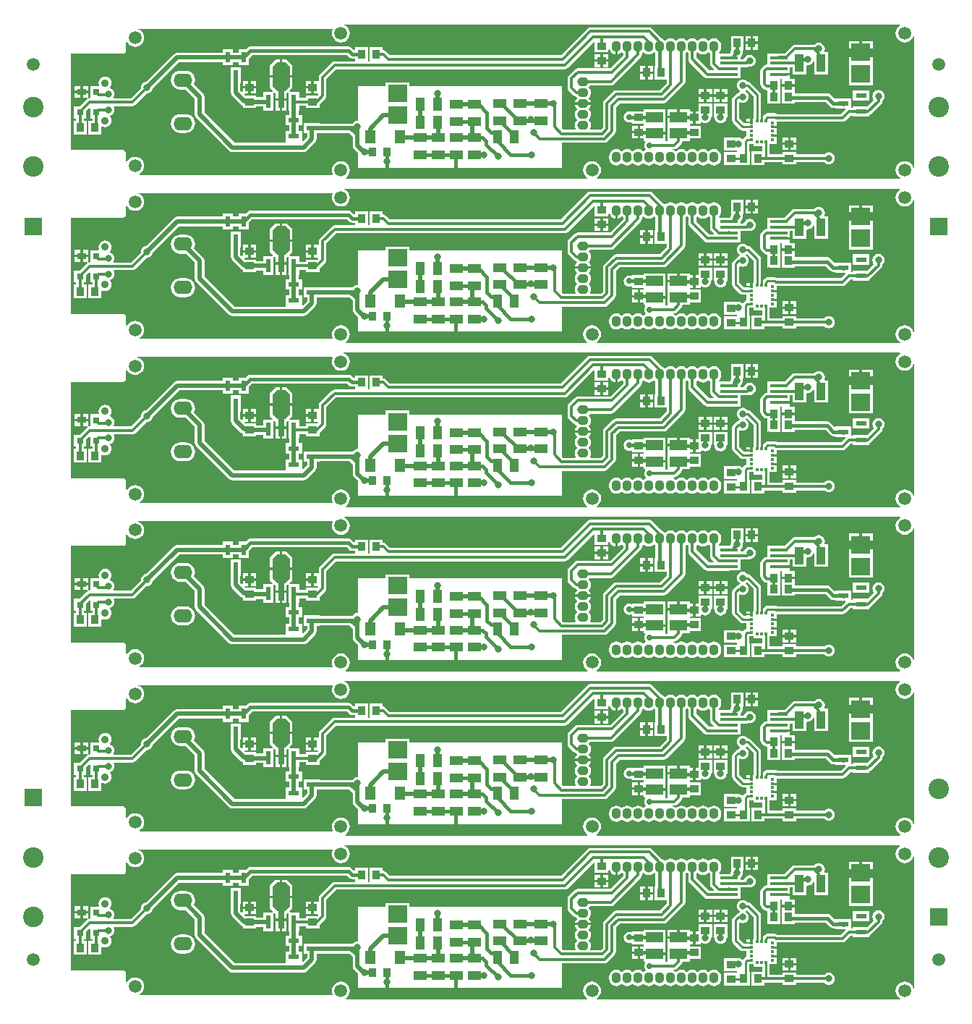
<source format=gbl>
%FSLAX44Y44*%
%MOMM*%
G71*
G01*
G75*
G04 Layer_Physical_Order=2*
G04 Layer_Color=16711680*
%ADD10R,3.0000X0.5000*%
%ADD11R,2.5000X2.0000*%
%ADD12R,3.5000X2.0000*%
%ADD13R,0.9000X1.0000*%
%ADD14R,1.7000X0.3500*%
%ADD15R,2.2000X0.6000*%
%ADD16R,0.3500X2.1500*%
%ADD17R,0.3500X2.1500*%
%ADD18R,1.0000X2.0000*%
%ADD19R,1.3000X0.6000*%
%ADD20C,1.5000*%
%ADD21R,1.0000X0.9000*%
%ADD22R,1.0000X1.5000*%
%ADD23R,1.5000X1.0000*%
%ADD24R,0.9000X1.5000*%
%ADD25R,2.6000X2.8000*%
%ADD26R,1.0000X0.8000*%
%ADD27R,0.6000X1.3000*%
%ADD28C,0.3000*%
%ADD29C,0.4000*%
%ADD30C,0.5000*%
%ADD31C,0.2500*%
%ADD32C,0.3500*%
%ADD33C,1.0000*%
%ADD34C,0.6000*%
%ADD35C,2.4000*%
%ADD36R,2.0000X2.0000*%
%ADD37C,0.9000*%
%ADD38O,1.1000X1.3000*%
%ADD39O,1.3000X1.1000*%
%ADD40O,2.2000X1.6000*%
%ADD41R,2.2000X2.0000*%
%ADD42C,0.8000*%
%ADD43C,0.7000*%
%ADD44R,0.4500X0.3000*%
%ADD45R,0.3000X0.4500*%
%ADD46R,2.0000X0.3500*%
%ADD47R,0.8000X0.8000*%
%ADD48R,1.2000X1.6000*%
%ADD49R,2.0000X1.2000*%
%ADD50R,0.6000X1.6000*%
%ADD51R,0.7000X2.0000*%
G04:AMPARAMS|DCode=52|XSize=2mm|YSize=3.4mm|CornerRadius=0mm|HoleSize=0mm|Usage=FLASHONLY|Rotation=0.000|XOffset=0mm|YOffset=0mm|HoleType=Round|Shape=Octagon|*
%AMOCTAGOND52*
4,1,8,-0.5000,1.7000,0.5000,1.7000,1.0000,1.2000,1.0000,-1.2000,0.5000,-1.7000,-0.5000,-1.7000,-1.0000,-1.2000,-1.0000,1.2000,-0.5000,1.7000,0.0*
%
%ADD52OCTAGOND52*%

%ADD53C,0.3400*%
G36*
X1054739Y183186D02*
X1054705Y183172D01*
X1052511Y181489D01*
X1050828Y179295D01*
X1049770Y176741D01*
X1049409Y174000D01*
X1049770Y171259D01*
X1050828Y168705D01*
X1052511Y166511D01*
X1054705Y164828D01*
X1057259Y163770D01*
X1060000Y163410D01*
X1062741Y163770D01*
X1065295Y164828D01*
X1067489Y166511D01*
X1069172Y168705D01*
X1070186Y171153D01*
X1071431Y170905D01*
Y17095D01*
X1070186Y16847D01*
X1069172Y19295D01*
X1067489Y21489D01*
X1065295Y23172D01*
X1062741Y24230D01*
X1060000Y24591D01*
X1057259Y24230D01*
X1054705Y23172D01*
X1052511Y21489D01*
X1050828Y19295D01*
X1049770Y16741D01*
X1049409Y14000D01*
X1049770Y11259D01*
X1050828Y8705D01*
X1052511Y6511D01*
X1054705Y4828D01*
X1054739Y4814D01*
X1054491Y3569D01*
X699509D01*
X699261Y4814D01*
X699295Y4828D01*
X701489Y6511D01*
X703172Y8705D01*
X704230Y11259D01*
X704591Y14000D01*
X704230Y16741D01*
X703172Y19295D01*
X701489Y21489D01*
X699295Y23172D01*
X696741Y24230D01*
X694000Y24591D01*
X691259Y24230D01*
X688705Y23172D01*
X686511Y21489D01*
X684828Y19295D01*
X683770Y16741D01*
X683409Y14000D01*
X683770Y11259D01*
X684828Y8705D01*
X686511Y6511D01*
X688705Y4828D01*
X688739Y4814D01*
X688491Y3569D01*
X405509D01*
X405261Y4814D01*
X405295Y4828D01*
X407489Y6511D01*
X409172Y8705D01*
X410230Y11259D01*
X410591Y14000D01*
X410230Y16741D01*
X409172Y19295D01*
X407489Y21489D01*
X405295Y23172D01*
X402741Y24230D01*
X400000Y24591D01*
X397259Y24230D01*
X394705Y23172D01*
X392511Y21489D01*
X390828Y19295D01*
X389770Y16741D01*
X389409Y14000D01*
X389770Y11259D01*
X390287Y10012D01*
X390109Y9119D01*
X389742Y8569D01*
X164509D01*
X164261Y9814D01*
X164295Y9828D01*
X166489Y11511D01*
X168172Y13705D01*
X169230Y16259D01*
X169591Y19000D01*
X169230Y21741D01*
X168172Y24295D01*
X166489Y26489D01*
X164295Y28172D01*
X161741Y29230D01*
X159000Y29591D01*
X156259Y29230D01*
X153705Y28172D01*
X151511Y26489D01*
X149828Y24295D01*
X149814Y24261D01*
X148569Y24509D01*
Y34000D01*
X148297Y35366D01*
X147523Y36523D01*
X146366Y37297D01*
X145000Y37569D01*
X83569D01*
Y150432D01*
X145000D01*
X146366Y150703D01*
X147523Y151477D01*
X148297Y152634D01*
X148569Y154000D01*
Y163491D01*
X149814Y163739D01*
X149828Y163705D01*
X151511Y161511D01*
X153705Y159828D01*
X156259Y158770D01*
X159000Y158410D01*
X161741Y158770D01*
X164295Y159828D01*
X166489Y161511D01*
X168172Y163705D01*
X169230Y166259D01*
X169591Y169000D01*
X169230Y171741D01*
X168172Y174295D01*
X166489Y176489D01*
X164295Y178172D01*
X161852Y179184D01*
Y179184D01*
X161852D01*
X161741Y179230D01*
Y179230D01*
X161754Y179431D01*
X389742D01*
X390109Y178881D01*
X390287Y177989D01*
X389770Y176741D01*
X389409Y174000D01*
X389770Y171259D01*
X390828Y168705D01*
X392511Y166511D01*
X394705Y164828D01*
X397259Y163770D01*
X400000Y163410D01*
X402741Y163770D01*
X405295Y164828D01*
X407489Y166511D01*
X409172Y168705D01*
X410230Y171259D01*
X410591Y174000D01*
X410230Y176741D01*
X409172Y179295D01*
X407489Y181489D01*
X405295Y183172D01*
X402852Y184184D01*
Y184184D01*
X402852D01*
X402741Y184230D01*
Y184230D01*
X402754Y184431D01*
X1054491D01*
X1054739Y183186D01*
D02*
G37*
%LPC*%
G36*
X843000Y100000D02*
X836500D01*
Y94000D01*
X843000D01*
Y100000D01*
D02*
G37*
G36*
X1018500Y107500D02*
X999500D01*
Y95500D01*
X1018500D01*
Y107500D01*
D02*
G37*
G36*
X852500Y100000D02*
X846000D01*
Y94000D01*
X852500D01*
Y100000D01*
D02*
G37*
G36*
X336501Y95250D02*
X331501D01*
Y83750D01*
X336501D01*
Y95250D01*
D02*
G37*
G36*
X825000Y100000D02*
X818500D01*
Y94000D01*
X825000D01*
Y100000D01*
D02*
G37*
G36*
X834500D02*
X828000D01*
Y94000D01*
X834500D01*
Y100000D01*
D02*
G37*
G36*
X843000Y109000D02*
X836500D01*
Y103000D01*
X843000D01*
Y109000D01*
D02*
G37*
G36*
X852500D02*
X846000D01*
Y103000D01*
X852500D01*
Y109000D01*
D02*
G37*
G36*
X301001Y109500D02*
X294501D01*
Y103500D01*
X301001D01*
Y109500D01*
D02*
G37*
G36*
X95000Y104200D02*
X88500D01*
Y98700D01*
X95000D01*
Y104200D01*
D02*
G37*
G36*
X825000Y109000D02*
X818500D01*
Y103000D01*
X825000D01*
Y109000D01*
D02*
G37*
G36*
X834500D02*
X828000D01*
Y103000D01*
X834500D01*
Y109000D01*
D02*
G37*
G36*
X328501Y95250D02*
X323501D01*
Y83750D01*
X328501D01*
Y95250D01*
D02*
G37*
G36*
X933000Y52500D02*
X926500D01*
Y46500D01*
X933000D01*
Y52500D01*
D02*
G37*
G36*
X747250Y57000D02*
X740750D01*
Y51000D01*
X747250D01*
Y57000D01*
D02*
G37*
G36*
X218000Y79695D02*
X212000D01*
X209128Y79317D01*
X206453Y78208D01*
X204155Y76445D01*
X202391Y74148D01*
X201283Y71472D01*
X200905Y68600D01*
X201283Y65729D01*
X202391Y63053D01*
X204155Y60755D01*
X206453Y58992D01*
X209128Y57883D01*
X212000Y57505D01*
X218000D01*
X220872Y57883D01*
X223547Y58992D01*
X225845Y60755D01*
X227609Y63053D01*
X228717Y65729D01*
X229095Y68600D01*
X228717Y71472D01*
X227609Y74148D01*
X225845Y76445D01*
X223547Y78208D01*
X220872Y79317D01*
X218000Y79695D01*
D02*
G37*
G36*
X923500Y43500D02*
X917000D01*
Y37500D01*
X923500D01*
Y43500D01*
D02*
G37*
G36*
X933000D02*
X926500D01*
Y37500D01*
X933000D01*
Y43500D01*
D02*
G37*
G36*
X923500Y52500D02*
X917000D01*
Y46500D01*
X923500D01*
Y52500D01*
D02*
G37*
G36*
X852500Y92000D02*
X836500D01*
Y77000D01*
X836608D01*
X837446Y76045D01*
X837440Y76000D01*
X837680Y74173D01*
X838385Y72470D01*
X839508Y71008D01*
X840970Y69886D01*
X842673Y69180D01*
X844500Y68940D01*
X846327Y69180D01*
X848030Y69886D01*
X849492Y71008D01*
X850614Y72470D01*
X851320Y74173D01*
X851560Y76000D01*
X851554Y76045D01*
X852392Y77000D01*
X852500D01*
Y92000D01*
D02*
G37*
G36*
X870500Y120060D02*
X868673Y119820D01*
X866970Y119115D01*
X865508Y117992D01*
X864386Y116530D01*
X863680Y114827D01*
X863440Y113000D01*
X863680Y111173D01*
X864386Y109470D01*
X865508Y108008D01*
X866645Y107135D01*
Y105865D01*
X865508Y104993D01*
X864912Y104216D01*
X863842Y104003D01*
X862436Y103064D01*
X859186Y99814D01*
X858247Y98408D01*
X857917Y96750D01*
Y72250D01*
X858247Y70592D01*
X859186Y69186D01*
X866936Y61436D01*
X868342Y60497D01*
X870000Y60167D01*
X875000D01*
Y60000D01*
Y55000D01*
Y53684D01*
X874092Y53504D01*
X872686Y52565D01*
X870686Y50564D01*
X869914Y50437D01*
X869030Y51115D01*
X867327Y51820D01*
X865500Y52060D01*
X864571Y51938D01*
X864500Y52000D01*
Y52000D01*
X848500D01*
Y37000D01*
X863500D01*
Y36000D01*
D01*
X863500Y35000D01*
X848500D01*
Y20000D01*
X864500D01*
Y20000D01*
X878500D01*
Y36000D01*
X878083D01*
Y45000D01*
X883000D01*
Y42000D01*
X893167D01*
Y36000D01*
X880500D01*
Y20000D01*
X895500D01*
Y23412D01*
X917000D01*
Y20500D01*
X933000D01*
Y23412D01*
X965947D01*
X966258Y23008D01*
X967720Y21886D01*
X969423Y21180D01*
X971250Y20940D01*
X973077Y21180D01*
X974780Y21886D01*
X976243Y23008D01*
X977365Y24470D01*
X978070Y26173D01*
X978310Y28000D01*
X978070Y29827D01*
X977365Y31530D01*
X976243Y32993D01*
X974780Y34115D01*
X973077Y34820D01*
X971250Y35061D01*
X969423Y34820D01*
X967720Y34115D01*
X966258Y32993D01*
X965947Y32588D01*
X933000D01*
Y35500D01*
X917000D01*
Y32588D01*
X901833D01*
Y42000D01*
X902000D01*
Y45000D01*
X910000D01*
Y50000D01*
Y54001D01*
X904747D01*
Y55000D01*
X910000D01*
Y55000D01*
Y60000D01*
Y64001D01*
X904747D01*
Y65000D01*
X910000D01*
Y65000D01*
Y70412D01*
X975500D01*
X975500Y70412D01*
X987500D01*
X989256Y70761D01*
X990744Y71756D01*
X996900Y77912D01*
X999500D01*
Y76500D01*
X1018500D01*
Y78210D01*
X1018756Y78261D01*
X1020244Y79256D01*
X1032494Y91506D01*
X1033489Y92994D01*
X1033838Y94750D01*
Y95448D01*
X1034242Y95758D01*
X1035365Y97220D01*
X1036070Y98923D01*
X1036310Y100750D01*
X1036070Y102577D01*
X1035365Y104280D01*
X1034242Y105743D01*
X1032780Y106865D01*
X1031077Y107570D01*
X1029250Y107810D01*
X1027423Y107570D01*
X1025720Y106865D01*
X1024258Y105743D01*
X1023136Y104280D01*
X1022430Y102577D01*
X1022190Y100750D01*
X1022430Y98923D01*
X1023136Y97220D01*
X1024045Y96034D01*
X1016511Y88500D01*
X999500D01*
Y87088D01*
X997500D01*
Y98000D01*
X978500D01*
X978500Y98000D01*
Y98000D01*
X977941Y97769D01*
X973105Y102605D01*
X971451Y103710D01*
X969500Y104098D01*
X931500D01*
Y105000D01*
Y111500D01*
X916500D01*
Y105000D01*
Y92000D01*
X931500D01*
Y93902D01*
X967388D01*
X972895Y88395D01*
X974549Y87290D01*
X976500Y86902D01*
X978500D01*
Y86000D01*
X987507D01*
X988000Y85902D01*
X988493Y86000D01*
X990352D01*
X990838Y84827D01*
X985600Y79588D01*
X974044D01*
X974044Y79588D01*
X910654D01*
X909658Y80253D01*
X908000Y80583D01*
X899500D01*
X897842Y80253D01*
X897279Y79877D01*
X896436Y79314D01*
X894436Y77314D01*
X894226Y77000D01*
X892999D01*
Y71748D01*
X892001D01*
Y77000D01*
X891833D01*
Y93000D01*
Y102000D01*
X891503Y103658D01*
X890564Y105064D01*
X879564Y116064D01*
X878158Y117003D01*
X876500Y117333D01*
X875998D01*
X875492Y117992D01*
X874030Y119115D01*
X872327Y119820D01*
X870500Y120060D01*
D02*
G37*
G36*
X793750Y85250D02*
X782250D01*
Y77750D01*
X793750D01*
Y85250D01*
D02*
G37*
G36*
X747250Y66000D02*
X740750D01*
Y60000D01*
X747250D01*
Y66000D01*
D02*
G37*
G36*
X808250Y85250D02*
X796750D01*
Y76248D01*
X795253D01*
Y74750D01*
X782250D01*
Y67250D01*
X782250Y67250D01*
X782250Y66250D01*
X782250D01*
Y48250D01*
D01*
Y48250D01*
X781588Y47588D01*
X780250D01*
Y48250D01*
X780250D01*
Y55750D01*
X767247D01*
Y58750D01*
X780250D01*
Y66250D01*
D01*
Y66250D01*
X780250Y66250D01*
Y67250D01*
X780250D01*
Y85250D01*
X754250D01*
Y83000D01*
X740750D01*
Y83000D01*
X739770Y82345D01*
X739197Y82583D01*
X737500Y82806D01*
X735803Y82583D01*
X734222Y81928D01*
X732864Y80886D01*
X731822Y79528D01*
X731167Y77947D01*
X730944Y76250D01*
X731167Y74553D01*
X731822Y72972D01*
X732864Y71614D01*
X734222Y70572D01*
X735803Y69917D01*
X737500Y69694D01*
X739197Y69917D01*
X739694Y70123D01*
X740750Y69418D01*
Y68000D01*
X754250D01*
X754250Y67250D01*
X754250D01*
X754250Y66250D01*
D01*
X754250Y66000D01*
X750250D01*
Y58498D01*
Y51000D01*
X754250D01*
Y48250D01*
X755900D01*
X756461Y47111D01*
X755822Y46278D01*
X755167Y44697D01*
X754944Y43000D01*
X755167Y41303D01*
X755822Y39722D01*
X756643Y38652D01*
X756313Y37425D01*
X754538Y36062D01*
X753962D01*
X752187Y37425D01*
X750119Y38281D01*
X747900Y38573D01*
X745681Y38281D01*
X743613Y37425D01*
X741838Y36062D01*
X741262D01*
X739487Y37425D01*
X737419Y38281D01*
X735200Y38573D01*
X732981Y38281D01*
X730913Y37425D01*
X729138Y36062D01*
X728562D01*
X726787Y37425D01*
X724719Y38281D01*
X722500Y38573D01*
X720281Y38281D01*
X718213Y37425D01*
X716438Y36062D01*
X715075Y34287D01*
X714219Y32219D01*
X713927Y30000D01*
Y28000D01*
X714219Y25781D01*
X715075Y23713D01*
X716438Y21938D01*
X718213Y20575D01*
X720281Y19719D01*
X722500Y19427D01*
X724719Y19719D01*
X726787Y20575D01*
X728562Y21938D01*
X729138D01*
X730913Y20575D01*
X732981Y19719D01*
X735200Y19427D01*
X737419Y19719D01*
X739487Y20575D01*
X741262Y21938D01*
X741838D01*
X743613Y20575D01*
X745681Y19719D01*
X747900Y19427D01*
X750119Y19719D01*
X752187Y20575D01*
X753962Y21938D01*
X754538D01*
X756313Y20575D01*
X758381Y19719D01*
X760600Y19427D01*
X762819Y19719D01*
X764887Y20575D01*
X766662Y21938D01*
X767238D01*
X769013Y20575D01*
X771081Y19719D01*
X773300Y19427D01*
X775519Y19719D01*
X777587Y20575D01*
X779362Y21938D01*
X779938D01*
X781713Y20575D01*
X783781Y19719D01*
X786000Y19427D01*
X788219Y19719D01*
X790287Y20575D01*
X792062Y21938D01*
X792638D01*
X794413Y20575D01*
X796481Y19719D01*
X798700Y19427D01*
X800919Y19719D01*
X802987Y20575D01*
X804762Y21938D01*
X805338D01*
X807113Y20575D01*
X809181Y19719D01*
X811400Y19427D01*
X813619Y19719D01*
X815687Y20575D01*
X817462Y21938D01*
X818038D01*
X819813Y20575D01*
X821881Y19719D01*
X824100Y19427D01*
X826319Y19719D01*
X828387Y20575D01*
X830162Y21938D01*
X830738D01*
X832513Y20575D01*
X834581Y19719D01*
X836800Y19427D01*
X839019Y19719D01*
X841087Y20575D01*
X842862Y21938D01*
X844225Y23713D01*
X845081Y25781D01*
X845373Y28000D01*
Y30000D01*
X845081Y32219D01*
X844225Y34287D01*
X842862Y36062D01*
X841087Y37425D01*
X839019Y38281D01*
X836800Y38573D01*
X834581Y38281D01*
X832513Y37425D01*
X830738Y36062D01*
X830162D01*
X828387Y37425D01*
X826319Y38281D01*
X824100Y38573D01*
X821881Y38281D01*
X819813Y37425D01*
X818038Y36062D01*
X817462D01*
X815687Y37425D01*
X813619Y38281D01*
X811400Y38573D01*
X809181Y38281D01*
X807113Y37425D01*
X805338Y36062D01*
X804762D01*
X802987Y37425D01*
X800919Y38281D01*
X798700Y38573D01*
X796481Y38281D01*
X794413Y37425D01*
X792638Y36062D01*
X792062D01*
X790287Y37425D01*
X788502Y38164D01*
Y38164D01*
X788502D01*
X788219Y38281D01*
Y38281D01*
X788227Y38412D01*
X790000D01*
X791756Y38761D01*
X793244Y39756D01*
X798494Y45006D01*
X799489Y46494D01*
X799838Y48250D01*
X808250D01*
Y51000D01*
X821500D01*
Y66000D01*
X808250D01*
X808250Y66250D01*
D01*
Y67250D01*
D01*
X808250Y68000D01*
X812000D01*
Y75498D01*
Y83000D01*
X808250D01*
Y85250D01*
D02*
G37*
G36*
X834500Y92000D02*
X818500D01*
Y83000D01*
X815000D01*
Y75498D01*
Y68000D01*
X821500D01*
Y69578D01*
X822639Y70139D01*
X822970Y69886D01*
X824673Y69180D01*
X826500Y68940D01*
X828327Y69180D01*
X830030Y69886D01*
X831492Y71008D01*
X832615Y72470D01*
X833320Y74173D01*
X833560Y76000D01*
X833554Y76045D01*
X834392Y77000D01*
X834500D01*
Y92000D01*
D02*
G37*
G36*
X365251Y109500D02*
X358751D01*
Y103500D01*
X365251D01*
Y109500D01*
D02*
G37*
G36*
X959500Y163060D02*
X957673Y162820D01*
X955970Y162115D01*
X954508Y160993D01*
X954197Y160588D01*
X931500D01*
X929744Y160239D01*
X928256Y159244D01*
X919600Y150588D01*
X912750D01*
X912307Y150500D01*
X899500D01*
Y141000D01*
Y137338D01*
X898250D01*
X896494Y136989D01*
X895006Y135994D01*
X892256Y133244D01*
X891261Y131756D01*
X890912Y130000D01*
Y115000D01*
X891261Y113244D01*
X892256Y111756D01*
X895256Y108756D01*
X896744Y107761D01*
X898500Y107412D01*
X899500D01*
Y105000D01*
Y92000D01*
X914500D01*
Y105000D01*
Y120943D01*
X914638Y121000D01*
X916102Y121000D01*
X916500Y120602D01*
Y114500D01*
X931500D01*
Y121000D01*
X926000D01*
X925500Y121500D01*
X925500Y121898D01*
X925500Y121898D01*
X925500D01*
Y124750D01*
X912497D01*
Y127750D01*
X925500D01*
Y128000D01*
Y134500D01*
Y134662D01*
X928800D01*
Y126000D01*
X944800D01*
Y136200D01*
X945755Y137038D01*
X946500Y136940D01*
X948327Y137180D01*
X950030Y137886D01*
X951492Y139008D01*
X952615Y140470D01*
X952954Y141291D01*
X954200Y141043D01*
Y126000D01*
X970200D01*
Y152000D01*
X966563D01*
X965857Y153056D01*
X966320Y154173D01*
X966560Y156000D01*
X966320Y157827D01*
X965614Y159530D01*
X964492Y160993D01*
X963030Y162115D01*
X961327Y162820D01*
X959500Y163060D01*
D02*
G37*
G36*
X888500Y161500D02*
X882500D01*
Y155000D01*
X888500D01*
Y161500D01*
D02*
G37*
G36*
X328501Y143750D02*
X323501D01*
X317001Y137250D01*
Y125250D01*
X328501D01*
Y143750D01*
D02*
G37*
G36*
X336501D02*
X331501D01*
Y125250D01*
X343001D01*
Y137250D01*
X336501Y143750D01*
D02*
G37*
G36*
X1007000Y164700D02*
X994500D01*
Y153200D01*
X1007000D01*
Y164700D01*
D02*
G37*
G36*
X761250Y180838D02*
X692000D01*
X690244Y180489D01*
X688756Y179494D01*
X657599Y148338D01*
X457150D01*
X452494Y152994D01*
X451006Y153989D01*
X449250Y154338D01*
X448500D01*
Y157750D01*
X433500D01*
Y141750D01*
D01*
Y141750D01*
X433088Y141338D01*
X431912D01*
X431500Y141750D01*
X431500Y142236D01*
X431500Y142236D01*
X431500D01*
Y157750D01*
X416500D01*
Y154848D01*
X415112D01*
X412605Y157355D01*
X410951Y158460D01*
X409000Y158848D01*
X294000D01*
X292049Y158460D01*
X290395Y157355D01*
X288540Y155500D01*
X280250D01*
Y151608D01*
X273250D01*
Y155500D01*
X261250D01*
Y151608D01*
X208500D01*
X206354Y151181D01*
X204535Y149965D01*
X171998Y117429D01*
X171173Y117320D01*
X169470Y116615D01*
X168008Y115493D01*
X166886Y114030D01*
X166180Y112327D01*
X165940Y110500D01*
X166006Y109995D01*
X154100Y98088D01*
X134240D01*
X133678Y99227D01*
X133864Y99470D01*
X134570Y101173D01*
X134810Y103000D01*
X134570Y104827D01*
X133864Y106530D01*
X132743Y107993D01*
X131280Y109115D01*
X129577Y109820D01*
X129572Y109821D01*
X129349Y110651D01*
X130551Y112218D01*
X131307Y114042D01*
X131565Y116000D01*
X131307Y117958D01*
X130551Y119782D01*
X129349Y121349D01*
X127782Y122551D01*
X125958Y123307D01*
X124000Y123565D01*
X122042Y123307D01*
X120218Y122551D01*
X118651Y121349D01*
X117449Y119782D01*
X116693Y117958D01*
X116435Y116000D01*
X116693Y114042D01*
X116894Y113556D01*
X116189Y112500D01*
X106500D01*
Y98684D01*
X105352Y98141D01*
X104500Y98841D01*
Y99081D01*
X104500D01*
Y104200D01*
X98000D01*
Y98700D01*
X103245D01*
X103312Y98480D01*
X103312D01*
X103614Y97485D01*
X102506Y96744D01*
X94261Y88500D01*
X87500D01*
Y74500D01*
X89912D01*
Y72000D01*
X87500D01*
Y56000D01*
X102500D01*
Y72000D01*
X99088D01*
Y74500D01*
X101500D01*
Y82761D01*
X105327Y86588D01*
X106500Y86102D01*
Y74500D01*
X108912D01*
Y72000D01*
X104500D01*
Y56000D01*
X119500D01*
Y64603D01*
X120556Y65309D01*
X122042Y64693D01*
X124000Y64435D01*
X125958Y64693D01*
X127782Y65449D01*
X129349Y66651D01*
X130551Y68218D01*
X131307Y70042D01*
X131565Y72000D01*
X131307Y73958D01*
X130551Y75782D01*
X129349Y77349D01*
X129433Y77661D01*
X129577Y77680D01*
X131280Y78386D01*
X132743Y79508D01*
X133864Y80970D01*
X134570Y82673D01*
X134810Y84500D01*
X134570Y86327D01*
X133864Y88030D01*
X134299Y88912D01*
X156000D01*
X157756Y89261D01*
X159244Y90256D01*
X172495Y103506D01*
X173000Y103440D01*
X174827Y103680D01*
X176530Y104386D01*
X177992Y105508D01*
X179114Y106970D01*
X179820Y108673D01*
X179928Y109498D01*
X210823Y140392D01*
X261250D01*
Y136500D01*
X273250D01*
Y140392D01*
X280250D01*
Y136500D01*
X292250D01*
Y144790D01*
X296112Y148652D01*
X406888D01*
X409395Y146145D01*
X411049Y145040D01*
X411373Y144976D01*
X413000Y144652D01*
X416500D01*
Y142236D01*
X416500Y142236D01*
X416500D01*
X416500Y141750D01*
X416088Y141338D01*
X392500D01*
X390744Y140989D01*
X389256Y139994D01*
X375256Y125994D01*
X374261Y124506D01*
X373912Y122750D01*
Y118500D01*
X368251D01*
Y110998D01*
Y103500D01*
X372852D01*
X373338Y102327D01*
X372511Y101500D01*
X358751D01*
Y98792D01*
X351001D01*
Y105750D01*
X340160D01*
X339674Y106923D01*
X343001Y110250D01*
Y122250D01*
X317001D01*
Y110250D01*
X320328Y106923D01*
X319842Y105750D01*
X309001D01*
Y99608D01*
X301001D01*
Y101500D01*
X287931D01*
X287104Y102327D01*
X287590Y103500D01*
X291501D01*
Y109500D01*
X285001D01*
Y106089D01*
X283828Y105603D01*
X282358Y107073D01*
Y115500D01*
X282750D01*
Y134500D01*
X270750D01*
Y115500D01*
X271142D01*
Y104750D01*
X271569Y102604D01*
X272785Y100785D01*
X272785Y100785D01*
X272785D01*
Y100785D01*
X272785Y100785D01*
X282785Y90785D01*
X282785D01*
X282785Y90785D01*
X282785D01*
X282785Y90785D01*
Y90785D01*
X282785Y90785D01*
Y90785D01*
X284604Y89569D01*
X285001Y89490D01*
Y86500D01*
X301001D01*
Y88392D01*
X309001D01*
Y83750D01*
X321001D01*
Y104591D01*
X321251Y104694D01*
X321251D01*
X321411Y104761D01*
X321411Y104761D01*
D01*
D01*
D01*
X322174Y105077D01*
D01*
D01*
X323501Y103750D01*
Y98250D01*
X336501D01*
Y103750D01*
X337828Y105077D01*
X339001Y104591D01*
Y83750D01*
X339393D01*
Y78500D01*
X335501D01*
Y66500D01*
X339393D01*
Y59500D01*
X335501D01*
Y47500D01*
X335501D01*
Y47256D01*
X334603Y46358D01*
X275323D01*
X240108Y81573D01*
Y99900D01*
X239681Y102046D01*
X238465Y103865D01*
X227863Y114467D01*
X228717Y116529D01*
X229095Y119400D01*
X228717Y122272D01*
X227609Y124948D01*
X225845Y127245D01*
X223547Y129009D01*
X220872Y130117D01*
X218000Y130495D01*
X212000D01*
X209128Y130117D01*
X206453Y129009D01*
X204155Y127245D01*
X202391Y124948D01*
X201283Y122272D01*
X200905Y119400D01*
X201283Y116529D01*
X202391Y113853D01*
X204155Y111555D01*
X206453Y109792D01*
X209128Y108683D01*
X212000Y108305D01*
X218000D01*
X218145Y108324D01*
X228892Y97577D01*
Y79250D01*
X229319Y77104D01*
X230535Y75285D01*
X269035Y36785D01*
X270854Y35569D01*
X273000Y35142D01*
X356250D01*
X358396Y35569D01*
X360215Y36785D01*
X369966Y46536D01*
X371182Y48355D01*
X371609Y50501D01*
Y57000D01*
X375501D01*
Y57392D01*
X409927D01*
X413891Y53428D01*
Y42751D01*
X414318Y40605D01*
X415534Y38786D01*
X415534Y38786D01*
X415534Y38786D01*
X420000Y34320D01*
Y17000D01*
X659000D01*
Y46162D01*
X708485D01*
X710241Y46511D01*
X711730Y47506D01*
X720744Y56521D01*
X721739Y58009D01*
X722088Y59765D01*
Y87864D01*
X726636Y92412D01*
X778000D01*
X779756Y92761D01*
X781244Y93756D01*
X801944Y114456D01*
X802939Y115944D01*
X803288Y117700D01*
Y150807D01*
X804762Y151938D01*
X805338D01*
X806557Y151002D01*
Y144100D01*
X806926Y142247D01*
X807975Y140675D01*
X825826Y122825D01*
X827397Y121776D01*
X829250Y121407D01*
X854500D01*
X854968Y121500D01*
X867500D01*
Y128000D01*
Y134500D01*
Y134662D01*
X875750D01*
X877506Y135011D01*
X877580Y135061D01*
X878500Y134940D01*
X880327Y135180D01*
X882030Y135886D01*
X883492Y137008D01*
X884614Y138470D01*
X885320Y140173D01*
X885560Y142000D01*
X885320Y143827D01*
X884614Y145530D01*
X883492Y146993D01*
X882030Y148115D01*
X880327Y148820D01*
X878500Y149060D01*
X876673Y148820D01*
X874970Y148115D01*
X873508Y146993D01*
X872385Y145530D01*
X871685Y143838D01*
X867500D01*
Y146246D01*
X868492Y147008D01*
X869614Y148470D01*
X870320Y150173D01*
X870560Y152000D01*
X870320Y153827D01*
X870272Y153944D01*
X870977Y155000D01*
X871500D01*
Y171000D01*
X856500D01*
Y155000D01*
X856500D01*
X856911Y154385D01*
X856680Y153827D01*
X856440Y152000D01*
X856448Y151936D01*
X855790Y150951D01*
X855700Y150500D01*
X842964D01*
X842556Y151703D01*
X842862Y151938D01*
X844225Y153713D01*
X845081Y155781D01*
X845373Y158000D01*
Y160000D01*
X845081Y162219D01*
X844225Y164287D01*
X842862Y166062D01*
X841087Y167425D01*
X839019Y168281D01*
X836800Y168573D01*
X834581Y168281D01*
X832513Y167425D01*
X830738Y166062D01*
X830162D01*
X828387Y167425D01*
X826319Y168281D01*
X824100Y168573D01*
X821881Y168281D01*
X819813Y167425D01*
X818038Y166062D01*
X817462D01*
X815687Y167425D01*
X813619Y168281D01*
X811400Y168573D01*
X809181Y168281D01*
X807113Y167425D01*
X805338Y166062D01*
X804762D01*
X802987Y167425D01*
X800919Y168281D01*
X798700Y168573D01*
X796481Y168281D01*
X794413Y167425D01*
X792638Y166062D01*
X792062D01*
X790287Y167425D01*
X788219Y168281D01*
X786000Y168573D01*
X783781Y168281D01*
X781713Y167425D01*
X779938Y166062D01*
X779362D01*
X777587Y167425D01*
X775841Y168148D01*
X764494Y179494D01*
X763006Y180489D01*
X761250Y180838D01*
D02*
G37*
G36*
X879500Y161500D02*
X873500D01*
Y155000D01*
X879500D01*
Y161500D01*
D02*
G37*
G36*
X1022500Y164700D02*
X1010000D01*
Y153200D01*
X1022500D01*
Y164700D01*
D02*
G37*
G36*
X291501Y118500D02*
X285001D01*
Y112500D01*
X291501D01*
Y118500D01*
D02*
G37*
G36*
X301001D02*
X294501D01*
Y112500D01*
X301001D01*
Y118500D01*
D02*
G37*
G36*
X95000Y112700D02*
X88500D01*
Y107200D01*
X95000D01*
Y112700D01*
D02*
G37*
G36*
X104500D02*
X98000D01*
Y107200D01*
X104500D01*
Y112700D01*
D02*
G37*
G36*
X365251Y118500D02*
X358751D01*
Y112500D01*
X365251D01*
Y118500D01*
D02*
G37*
G36*
X888500Y171000D02*
X882500D01*
Y164500D01*
X888500D01*
Y171000D01*
D02*
G37*
G36*
X879500D02*
X873500D01*
Y164500D01*
X879500D01*
Y171000D01*
D02*
G37*
G36*
X1022500Y150200D02*
X994500D01*
Y138700D01*
Y113300D01*
X1022500D01*
Y138700D01*
Y150200D01*
D02*
G37*
%LPD*%
G36*
X883167Y100205D02*
Y93000D01*
X883167Y93000D01*
X883167D01*
Y77000D01*
X883000D01*
Y74000D01*
X881750D01*
Y69498D01*
X880253D01*
Y69001D01*
X875000D01*
Y69000D01*
Y68834D01*
X871795D01*
X866583Y74045D01*
Y92903D01*
X867639Y93608D01*
X868673Y93180D01*
X870500Y92940D01*
X872327Y93180D01*
X874030Y93886D01*
X875492Y95008D01*
X876615Y96470D01*
X877320Y98173D01*
X877560Y100000D01*
X877320Y101827D01*
X876615Y103530D01*
X875492Y104993D01*
X874030Y106115D01*
Y106886D01*
X875420Y107952D01*
X883167Y100205D01*
D02*
G37*
G36*
X697250Y163602D02*
Y151750D01*
X713250D01*
Y154865D01*
X714496Y155113D01*
X715075Y153713D01*
X716438Y151938D01*
X718213Y150575D01*
X720281Y149719D01*
X721000Y149624D01*
Y159003D01*
X724000D01*
Y149624D01*
X724719Y149719D01*
X726787Y150575D01*
X728562Y151938D01*
X729138D01*
X730612Y150807D01*
Y148351D01*
X715350Y133088D01*
X677250D01*
X675494Y132739D01*
X674006Y131744D01*
X666756Y124494D01*
X665761Y123006D01*
X665412Y121250D01*
Y110500D01*
X665412Y110500D01*
X665412D01*
X665761Y108744D01*
X666756Y107256D01*
X672406Y101606D01*
X672406Y101606D01*
X672406D01*
X672406Y101606D01*
X672406D01*
X672406Y101606D01*
Y101606D01*
Y101606D01*
D01*
D01*
X672406D01*
Y101606D01*
X673894Y100611D01*
X674950Y100401D01*
X676188Y98788D01*
Y98212D01*
X674825Y96437D01*
X673969Y94369D01*
X673874Y93650D01*
X692626D01*
X692531Y94369D01*
X691675Y96437D01*
X690312Y98212D01*
Y98788D01*
X691675Y100563D01*
X692531Y102631D01*
X692823Y104850D01*
X692531Y107069D01*
X691675Y109137D01*
X690312Y110912D01*
Y111488D01*
X691443Y112962D01*
X716050D01*
X717806Y113311D01*
X719294Y114306D01*
X751144Y146156D01*
X752139Y147644D01*
X752488Y149400D01*
Y150807D01*
X753962Y151938D01*
X754538D01*
X756313Y150575D01*
X758381Y149719D01*
X760600Y149427D01*
X762819Y149719D01*
X764887Y150575D01*
X766662Y151938D01*
X767238D01*
X768202Y151198D01*
Y136000D01*
X767250D01*
Y120000D01*
X781412D01*
Y115651D01*
X773350Y107588D01*
X722250D01*
X720494Y107239D01*
X719006Y106244D01*
X708256Y95494D01*
X707261Y94006D01*
X706912Y92250D01*
X706912Y92250D01*
X706912D01*
X706912Y92250D01*
X706912D01*
Y64151D01*
X704100Y61338D01*
X692230D01*
X691675Y62463D01*
X692531Y64531D01*
X692823Y66750D01*
X692531Y68969D01*
X691675Y71037D01*
X690312Y72812D01*
Y73388D01*
X691675Y75163D01*
X692531Y77231D01*
X692823Y79450D01*
X692531Y81669D01*
X691675Y83737D01*
X690312Y85512D01*
Y86088D01*
X691675Y87864D01*
X692531Y89931D01*
X692626Y90650D01*
X673874D01*
X673969Y89931D01*
X674825Y87864D01*
X676188Y86088D01*
Y85512D01*
X674825Y83737D01*
X673969Y81669D01*
X673677Y79450D01*
X673969Y77231D01*
X674825Y75163D01*
X676188Y73388D01*
Y72812D01*
X674825Y71037D01*
X673969Y68969D01*
X673677Y66750D01*
X673969Y64531D01*
X674825Y62463D01*
X674270Y61338D01*
X660151D01*
X659000Y62489D01*
Y112250D01*
X480250D01*
Y116700D01*
X452250D01*
Y112250D01*
X420000D01*
Y72250D01*
X419499Y71810D01*
X417672Y71570D01*
X415969Y70865D01*
X414506Y69742D01*
X413636Y68608D01*
X375501D01*
Y69000D01*
X356501D01*
Y57000D01*
X360393D01*
Y52824D01*
X355674Y48105D01*
X354501Y48591D01*
Y59500D01*
X350609D01*
Y66500D01*
X354501D01*
Y78500D01*
X350609D01*
Y83750D01*
X351001D01*
Y89208D01*
X358751D01*
Y86500D01*
X374751D01*
Y90763D01*
X381744Y97756D01*
X382739Y99244D01*
X383088Y101000D01*
X383088Y101000D01*
X383088Y101000D01*
Y101000D01*
Y120850D01*
X394400Y132162D01*
X662250D01*
X664006Y132511D01*
X665494Y133506D01*
X696077Y164088D01*
X697250Y163602D01*
D02*
G37*
G36*
X832212Y150807D02*
Y138700D01*
X832212Y138700D01*
X832212D01*
X832561Y136944D01*
X833556Y135456D01*
X836745Y132266D01*
X836259Y131093D01*
X831256D01*
X816243Y146106D01*
Y151002D01*
X817462Y151938D01*
X818038D01*
X819813Y150575D01*
X821881Y149719D01*
X824100Y149427D01*
X826319Y149719D01*
X828387Y150575D01*
X830162Y151938D01*
X830738D01*
X832212Y150807D01*
D02*
G37*
%LPC*%
G36*
X756250Y136000D02*
X750250D01*
Y129500D01*
X756250D01*
Y136000D01*
D02*
G37*
G36*
X765250D02*
X759250D01*
Y129500D01*
X765250D01*
Y136000D01*
D02*
G37*
G36*
X756250Y126500D02*
X750250D01*
Y120000D01*
X756250D01*
Y126500D01*
D02*
G37*
G36*
X765250D02*
X759250D01*
Y120000D01*
X765250D01*
Y126500D01*
D02*
G37*
G36*
X703750Y140750D02*
X697250D01*
Y134750D01*
X703750D01*
Y140750D01*
D02*
G37*
G36*
Y149750D02*
X697250D01*
Y143750D01*
X703750D01*
Y149750D01*
D02*
G37*
G36*
X713250D02*
X706750D01*
Y143750D01*
X713250D01*
Y149750D01*
D02*
G37*
G36*
Y140750D02*
X706750D01*
Y134750D01*
X713250D01*
Y140750D01*
D02*
G37*
G36*
X878750Y74000D02*
X875000D01*
Y71000D01*
X878750D01*
Y74000D01*
D02*
G37*
%LPD*%
G36*
X1054739Y375186D02*
X1054705Y375172D01*
X1052511Y373489D01*
X1050828Y371295D01*
X1049770Y368741D01*
X1049409Y366000D01*
X1049770Y363259D01*
X1050828Y360705D01*
X1052511Y358511D01*
X1054705Y356828D01*
X1057259Y355770D01*
X1060000Y355410D01*
X1062741Y355770D01*
X1065295Y356828D01*
X1067489Y358511D01*
X1069172Y360705D01*
X1070186Y363153D01*
X1071431Y362905D01*
Y209095D01*
X1070186Y208847D01*
X1069172Y211295D01*
X1067489Y213489D01*
X1065295Y215172D01*
X1062741Y216230D01*
X1060000Y216591D01*
X1057259Y216230D01*
X1054705Y215172D01*
X1052511Y213489D01*
X1050828Y211295D01*
X1049770Y208741D01*
X1049409Y206000D01*
X1049770Y203259D01*
X1050828Y200705D01*
X1052511Y198511D01*
X1054705Y196828D01*
X1054739Y196814D01*
X1054491Y195569D01*
X699509D01*
X699261Y196814D01*
X699295Y196828D01*
X701489Y198511D01*
X703172Y200705D01*
X704230Y203259D01*
X704591Y206000D01*
X704230Y208741D01*
X703172Y211295D01*
X701489Y213489D01*
X699295Y215172D01*
X696741Y216230D01*
X694000Y216591D01*
X691259Y216230D01*
X688705Y215172D01*
X686511Y213489D01*
X684828Y211295D01*
X683770Y208741D01*
X683409Y206000D01*
X683770Y203259D01*
X684828Y200705D01*
X686511Y198511D01*
X688705Y196828D01*
X688739Y196814D01*
X688491Y195569D01*
X405509D01*
X405261Y196814D01*
X405295Y196828D01*
X407489Y198511D01*
X409172Y200705D01*
X410230Y203259D01*
X410591Y206000D01*
X410230Y208741D01*
X409172Y211295D01*
X407489Y213489D01*
X405295Y215172D01*
X402741Y216230D01*
X400000Y216591D01*
X397259Y216230D01*
X394705Y215172D01*
X392511Y213489D01*
X390828Y211295D01*
X389770Y208741D01*
X389409Y206000D01*
X389770Y203259D01*
X390287Y202012D01*
X390109Y201119D01*
X389742Y200569D01*
X164509D01*
X164261Y201814D01*
X164295Y201828D01*
X166489Y203511D01*
X168172Y205705D01*
X169230Y208259D01*
X169591Y211000D01*
X169230Y213741D01*
X168172Y216295D01*
X166489Y218489D01*
X164295Y220172D01*
X161741Y221230D01*
X159000Y221591D01*
X156259Y221230D01*
X153705Y220172D01*
X151511Y218489D01*
X149828Y216295D01*
X149814Y216261D01*
X148569Y216509D01*
Y226000D01*
X148297Y227366D01*
X147523Y228524D01*
X146366Y229297D01*
X145000Y229569D01*
X83569D01*
Y342431D01*
X145000D01*
X146366Y342703D01*
X147523Y343477D01*
X148297Y344635D01*
X148569Y346000D01*
Y355491D01*
X149814Y355739D01*
X149828Y355705D01*
X151511Y353511D01*
X153705Y351828D01*
X156259Y350770D01*
X159000Y350410D01*
X161741Y350770D01*
X164295Y351828D01*
X166489Y353511D01*
X168172Y355705D01*
X169230Y358259D01*
X169591Y361000D01*
X169230Y363741D01*
X168172Y366295D01*
X166489Y368489D01*
X164295Y370172D01*
X161852Y371184D01*
Y371184D01*
X161852D01*
X161741Y371230D01*
Y371230D01*
X161754Y371432D01*
X389742D01*
X390109Y370881D01*
X390287Y369989D01*
X389770Y368741D01*
X389409Y366000D01*
X389770Y363259D01*
X390828Y360705D01*
X392511Y358511D01*
X394705Y356828D01*
X397259Y355770D01*
X400000Y355410D01*
X402741Y355770D01*
X405295Y356828D01*
X407489Y358511D01*
X409172Y360705D01*
X410230Y363259D01*
X410591Y366000D01*
X410230Y368741D01*
X409172Y371295D01*
X407489Y373489D01*
X405295Y375172D01*
X402852Y376184D01*
Y376184D01*
X402852D01*
X402741Y376230D01*
Y376230D01*
X402754Y376432D01*
X1054491D01*
X1054739Y375186D01*
D02*
G37*
%LPC*%
G36*
X843000Y292000D02*
X836500D01*
Y286000D01*
X843000D01*
Y292000D01*
D02*
G37*
G36*
X1018500Y299500D02*
X999500D01*
Y287500D01*
X1018500D01*
Y299500D01*
D02*
G37*
G36*
X852500Y292000D02*
X846000D01*
Y286000D01*
X852500D01*
Y292000D01*
D02*
G37*
G36*
X336501Y287250D02*
X331501D01*
Y275750D01*
X336501D01*
Y287250D01*
D02*
G37*
G36*
X825000Y292000D02*
X818500D01*
Y286000D01*
X825000D01*
Y292000D01*
D02*
G37*
G36*
X834500D02*
X828000D01*
Y286000D01*
X834500D01*
Y292000D01*
D02*
G37*
G36*
X843000Y301000D02*
X836500D01*
Y295000D01*
X843000D01*
Y301000D01*
D02*
G37*
G36*
X852500D02*
X846000D01*
Y295000D01*
X852500D01*
Y301000D01*
D02*
G37*
G36*
X301001Y301500D02*
X294501D01*
Y295500D01*
X301001D01*
Y301500D01*
D02*
G37*
G36*
X95000Y296200D02*
X88500D01*
Y290700D01*
X95000D01*
Y296200D01*
D02*
G37*
G36*
X825000Y301000D02*
X818500D01*
Y295000D01*
X825000D01*
Y301000D01*
D02*
G37*
G36*
X834500D02*
X828000D01*
Y295000D01*
X834500D01*
Y301000D01*
D02*
G37*
G36*
X328501Y287250D02*
X323501D01*
Y275750D01*
X328501D01*
Y287250D01*
D02*
G37*
G36*
X933000Y244500D02*
X926500D01*
Y238500D01*
X933000D01*
Y244500D01*
D02*
G37*
G36*
X747250Y249000D02*
X740750D01*
Y243000D01*
X747250D01*
Y249000D01*
D02*
G37*
G36*
X218000Y271695D02*
X212000D01*
X209128Y271317D01*
X206453Y270208D01*
X204155Y268445D01*
X202391Y266147D01*
X201283Y263472D01*
X200905Y260600D01*
X201283Y257729D01*
X202391Y255053D01*
X204155Y252755D01*
X206453Y250992D01*
X209128Y249883D01*
X212000Y249505D01*
X218000D01*
X220872Y249883D01*
X223547Y250992D01*
X225845Y252755D01*
X227609Y255053D01*
X228717Y257729D01*
X229095Y260600D01*
X228717Y263472D01*
X227609Y266147D01*
X225845Y268445D01*
X223547Y270208D01*
X220872Y271317D01*
X218000Y271695D01*
D02*
G37*
G36*
X923500Y235500D02*
X917000D01*
Y229500D01*
X923500D01*
Y235500D01*
D02*
G37*
G36*
X933000D02*
X926500D01*
Y229500D01*
X933000D01*
Y235500D01*
D02*
G37*
G36*
X923500Y244500D02*
X917000D01*
Y238500D01*
X923500D01*
Y244500D01*
D02*
G37*
G36*
X852500Y284000D02*
X836500D01*
Y269000D01*
X836608D01*
X837446Y268045D01*
X837440Y268000D01*
X837680Y266173D01*
X838385Y264470D01*
X839508Y263008D01*
X840970Y261886D01*
X842673Y261180D01*
X844500Y260940D01*
X846327Y261180D01*
X848030Y261886D01*
X849492Y263008D01*
X850614Y264470D01*
X851320Y266173D01*
X851560Y268000D01*
X851554Y268045D01*
X852392Y269000D01*
X852500D01*
Y284000D01*
D02*
G37*
G36*
X870500Y312060D02*
X868673Y311820D01*
X866970Y311115D01*
X865508Y309993D01*
X864386Y308530D01*
X863680Y306827D01*
X863440Y305000D01*
X863680Y303173D01*
X864386Y301470D01*
X865508Y300008D01*
X866645Y299135D01*
Y297865D01*
X865508Y296992D01*
X864912Y296216D01*
X863842Y296003D01*
X862436Y295064D01*
X859186Y291814D01*
X858247Y290408D01*
X857917Y288750D01*
Y264250D01*
X858247Y262592D01*
X859186Y261186D01*
X866936Y253436D01*
X868342Y252497D01*
X870000Y252167D01*
X875000D01*
Y252000D01*
Y247000D01*
Y245684D01*
X874092Y245504D01*
X872686Y244564D01*
X870686Y242564D01*
X869914Y242437D01*
X869030Y243114D01*
X867327Y243820D01*
X865500Y244060D01*
X864571Y243938D01*
X864500Y244000D01*
Y244000D01*
X848500D01*
Y229000D01*
X863500D01*
Y228000D01*
D01*
X863500Y227000D01*
X848500D01*
Y212000D01*
X864500D01*
Y212000D01*
X878500D01*
Y228000D01*
X878083D01*
Y237000D01*
X883000D01*
Y234000D01*
X893167D01*
Y228000D01*
X880500D01*
Y212000D01*
X895500D01*
Y215412D01*
X917000D01*
Y212500D01*
X933000D01*
Y215412D01*
X965947D01*
X966258Y215008D01*
X967720Y213886D01*
X969423Y213180D01*
X971250Y212940D01*
X973077Y213180D01*
X974780Y213886D01*
X976243Y215008D01*
X977365Y216470D01*
X978070Y218173D01*
X978310Y220000D01*
X978070Y221828D01*
X977365Y223530D01*
X976243Y224993D01*
X974780Y226115D01*
X973077Y226820D01*
X971250Y227061D01*
X969423Y226820D01*
X967720Y226115D01*
X966258Y224993D01*
X965947Y224588D01*
X933000D01*
Y227500D01*
X917000D01*
Y224588D01*
X901833D01*
Y234000D01*
X902000D01*
Y237000D01*
X910000D01*
Y242000D01*
Y246001D01*
X904747D01*
Y247000D01*
X910000D01*
Y247000D01*
Y252000D01*
Y256001D01*
X904747D01*
Y257000D01*
X910000D01*
Y257000D01*
Y262412D01*
X975500D01*
X975500Y262412D01*
X987500D01*
X989256Y262761D01*
X990744Y263756D01*
X996900Y269912D01*
X999500D01*
Y268500D01*
X1018500D01*
Y270210D01*
X1018756Y270261D01*
X1020244Y271256D01*
X1032494Y283506D01*
X1033489Y284994D01*
X1033838Y286750D01*
Y287447D01*
X1034242Y287758D01*
X1035365Y289220D01*
X1036070Y290923D01*
X1036310Y292750D01*
X1036070Y294578D01*
X1035365Y296280D01*
X1034242Y297743D01*
X1032780Y298865D01*
X1031077Y299570D01*
X1029250Y299811D01*
X1027423Y299570D01*
X1025720Y298865D01*
X1024258Y297743D01*
X1023136Y296280D01*
X1022430Y294578D01*
X1022190Y292750D01*
X1022430Y290923D01*
X1023136Y289220D01*
X1024045Y288034D01*
X1016511Y280500D01*
X999500D01*
Y279088D01*
X997500D01*
Y290000D01*
X978500D01*
X978500Y290000D01*
Y290000D01*
X977941Y289769D01*
X973105Y294605D01*
X971451Y295710D01*
X969500Y296098D01*
X931500D01*
Y297000D01*
Y303500D01*
X916500D01*
Y297000D01*
Y284000D01*
X931500D01*
Y285902D01*
X967388D01*
X972895Y280395D01*
X974549Y279290D01*
X976500Y278902D01*
X978500D01*
Y278000D01*
X987507D01*
X988000Y277902D01*
X988493Y278000D01*
X990352D01*
X990838Y276827D01*
X985600Y271588D01*
X974044D01*
X974044Y271588D01*
X910654D01*
X909658Y272253D01*
X908000Y272583D01*
X899500D01*
X897842Y272253D01*
X897279Y271877D01*
X896436Y271314D01*
X894436Y269314D01*
X894226Y269000D01*
X892999D01*
Y263748D01*
X892001D01*
Y269000D01*
X891833D01*
Y285000D01*
Y294000D01*
X891503Y295658D01*
X890564Y297064D01*
X879564Y308064D01*
X878158Y309003D01*
X876500Y309333D01*
X875998D01*
X875492Y309993D01*
X874030Y311115D01*
X872327Y311820D01*
X870500Y312060D01*
D02*
G37*
G36*
X793750Y277250D02*
X782250D01*
Y269750D01*
X793750D01*
Y277250D01*
D02*
G37*
G36*
X747250Y258000D02*
X740750D01*
Y252000D01*
X747250D01*
Y258000D01*
D02*
G37*
G36*
X808250Y277250D02*
X796750D01*
Y268248D01*
X795253D01*
Y266750D01*
X782250D01*
Y259250D01*
X782250Y259250D01*
X782250Y258250D01*
X782250D01*
Y240250D01*
D01*
Y240250D01*
X781588Y239588D01*
X780250D01*
Y240250D01*
X780250D01*
Y247750D01*
X767247D01*
Y250750D01*
X780250D01*
Y258250D01*
D01*
Y258250D01*
X780250Y258250D01*
Y259250D01*
X780250D01*
Y277250D01*
X754250D01*
Y275000D01*
X740750D01*
Y275000D01*
X739770Y274345D01*
X739197Y274583D01*
X737500Y274806D01*
X735803Y274583D01*
X734222Y273928D01*
X732864Y272886D01*
X731822Y271528D01*
X731167Y269947D01*
X730944Y268250D01*
X731167Y266553D01*
X731822Y264972D01*
X732864Y263614D01*
X734222Y262572D01*
X735803Y261917D01*
X737500Y261694D01*
X739197Y261917D01*
X739694Y262123D01*
X740750Y261418D01*
Y260000D01*
X754250D01*
X754250Y259250D01*
X754250D01*
X754250Y258250D01*
D01*
X754250Y258000D01*
X750250D01*
Y250498D01*
Y243000D01*
X754250D01*
Y240250D01*
X755900D01*
X756461Y239111D01*
X755822Y238278D01*
X755167Y236697D01*
X754944Y235000D01*
X755167Y233303D01*
X755822Y231722D01*
X756643Y230652D01*
X756313Y229425D01*
X754538Y228062D01*
X753962D01*
X752187Y229425D01*
X750119Y230281D01*
X747900Y230573D01*
X745681Y230281D01*
X743613Y229425D01*
X741838Y228062D01*
X741262D01*
X739487Y229425D01*
X737419Y230281D01*
X735200Y230573D01*
X732981Y230281D01*
X730913Y229425D01*
X729138Y228062D01*
X728562D01*
X726787Y229425D01*
X724719Y230281D01*
X722500Y230573D01*
X720281Y230281D01*
X718213Y229425D01*
X716438Y228062D01*
X715075Y226287D01*
X714219Y224219D01*
X713927Y222000D01*
Y220000D01*
X714219Y217781D01*
X715075Y215713D01*
X716438Y213938D01*
X718213Y212575D01*
X720281Y211719D01*
X722500Y211427D01*
X724719Y211719D01*
X726787Y212575D01*
X728562Y213938D01*
X729138D01*
X730913Y212575D01*
X732981Y211719D01*
X735200Y211427D01*
X737419Y211719D01*
X739487Y212575D01*
X741262Y213938D01*
X741838D01*
X743613Y212575D01*
X745681Y211719D01*
X747900Y211427D01*
X750119Y211719D01*
X752187Y212575D01*
X753962Y213938D01*
X754538D01*
X756313Y212575D01*
X758381Y211719D01*
X760600Y211427D01*
X762819Y211719D01*
X764887Y212575D01*
X766662Y213938D01*
X767238D01*
X769013Y212575D01*
X771081Y211719D01*
X773300Y211427D01*
X775519Y211719D01*
X777587Y212575D01*
X779362Y213938D01*
X779938D01*
X781713Y212575D01*
X783781Y211719D01*
X786000Y211427D01*
X788219Y211719D01*
X790287Y212575D01*
X792062Y213938D01*
X792638D01*
X794413Y212575D01*
X796481Y211719D01*
X798700Y211427D01*
X800919Y211719D01*
X802987Y212575D01*
X804762Y213938D01*
X805338D01*
X807113Y212575D01*
X809181Y211719D01*
X811400Y211427D01*
X813619Y211719D01*
X815687Y212575D01*
X817462Y213938D01*
X818038D01*
X819813Y212575D01*
X821881Y211719D01*
X824100Y211427D01*
X826319Y211719D01*
X828387Y212575D01*
X830162Y213938D01*
X830738D01*
X832513Y212575D01*
X834581Y211719D01*
X836800Y211427D01*
X839019Y211719D01*
X841087Y212575D01*
X842862Y213938D01*
X844225Y215713D01*
X845081Y217781D01*
X845373Y220000D01*
Y222000D01*
X845081Y224219D01*
X844225Y226287D01*
X842862Y228062D01*
X841087Y229425D01*
X839019Y230281D01*
X836800Y230573D01*
X834581Y230281D01*
X832513Y229425D01*
X830738Y228062D01*
X830162D01*
X828387Y229425D01*
X826319Y230281D01*
X824100Y230573D01*
X821881Y230281D01*
X819813Y229425D01*
X818038Y228062D01*
X817462D01*
X815687Y229425D01*
X813619Y230281D01*
X811400Y230573D01*
X809181Y230281D01*
X807113Y229425D01*
X805338Y228062D01*
X804762D01*
X802987Y229425D01*
X800919Y230281D01*
X798700Y230573D01*
X796481Y230281D01*
X794413Y229425D01*
X792638Y228062D01*
X792062D01*
X790287Y229425D01*
X788502Y230164D01*
Y230164D01*
X788502D01*
X788219Y230281D01*
Y230281D01*
X788227Y230412D01*
X790000D01*
X791756Y230761D01*
X793244Y231756D01*
X798494Y237006D01*
X799489Y238494D01*
X799838Y240250D01*
X808250D01*
Y243000D01*
X821500D01*
Y258000D01*
X808250D01*
X808250Y258250D01*
D01*
Y259250D01*
D01*
X808250Y260000D01*
X812000D01*
Y267498D01*
Y275000D01*
X808250D01*
Y277250D01*
D02*
G37*
G36*
X834500Y284000D02*
X818500D01*
Y275000D01*
X815000D01*
Y267498D01*
Y260000D01*
X821500D01*
Y261578D01*
X822639Y262139D01*
X822970Y261886D01*
X824673Y261180D01*
X826500Y260940D01*
X828327Y261180D01*
X830030Y261886D01*
X831492Y263008D01*
X832615Y264470D01*
X833320Y266173D01*
X833560Y268000D01*
X833554Y268045D01*
X834392Y269000D01*
X834500D01*
Y284000D01*
D02*
G37*
G36*
X365251Y301500D02*
X358751D01*
Y295500D01*
X365251D01*
Y301500D01*
D02*
G37*
G36*
X959500Y355061D02*
X957673Y354820D01*
X955970Y354114D01*
X954508Y352993D01*
X954197Y352588D01*
X931500D01*
X929744Y352239D01*
X928256Y351244D01*
X919600Y342588D01*
X912750D01*
X912307Y342500D01*
X899500D01*
Y333000D01*
Y329338D01*
X898250D01*
X896494Y328989D01*
X895006Y327994D01*
X892256Y325244D01*
X891261Y323756D01*
X890912Y322000D01*
Y307000D01*
X891261Y305244D01*
X892256Y303756D01*
X895256Y300756D01*
X896744Y299761D01*
X898500Y299412D01*
X899500D01*
Y297000D01*
Y284000D01*
X914500D01*
Y297000D01*
Y312943D01*
X914638Y313000D01*
X916102Y313000D01*
X916500Y312602D01*
Y306500D01*
X931500D01*
Y313000D01*
X926000D01*
X925500Y313500D01*
X925500Y313898D01*
X925500Y313898D01*
X925500D01*
Y316750D01*
X912497D01*
Y319750D01*
X925500D01*
Y320000D01*
Y326500D01*
Y326662D01*
X928800D01*
Y318000D01*
X944800D01*
Y328200D01*
X945755Y329038D01*
X946500Y328940D01*
X948327Y329180D01*
X950030Y329886D01*
X951492Y331008D01*
X952615Y332470D01*
X952954Y333291D01*
X954200Y333043D01*
Y318000D01*
X970200D01*
Y344000D01*
X966563D01*
X965857Y345056D01*
X966320Y346173D01*
X966560Y348000D01*
X966320Y349827D01*
X965614Y351530D01*
X964492Y352993D01*
X963030Y354114D01*
X961327Y354820D01*
X959500Y355061D01*
D02*
G37*
G36*
X888500Y353500D02*
X882500D01*
Y347000D01*
X888500D01*
Y353500D01*
D02*
G37*
G36*
X328501Y335750D02*
X323501D01*
X317001Y329250D01*
Y317250D01*
X328501D01*
Y335750D01*
D02*
G37*
G36*
X336501D02*
X331501D01*
Y317250D01*
X343001D01*
Y329250D01*
X336501Y335750D01*
D02*
G37*
G36*
X1007000Y356700D02*
X994500D01*
Y345200D01*
X1007000D01*
Y356700D01*
D02*
G37*
G36*
X761250Y372838D02*
X692000D01*
X690244Y372489D01*
X688756Y371494D01*
X657599Y340338D01*
X457150D01*
X452494Y344994D01*
X451006Y345989D01*
X449250Y346338D01*
X448500D01*
Y349750D01*
X433500D01*
Y333750D01*
D01*
Y333750D01*
X433088Y333338D01*
X431912D01*
X431500Y333750D01*
X431500Y334236D01*
X431500Y334236D01*
X431500D01*
Y349750D01*
X416500D01*
Y346848D01*
X415112D01*
X412605Y349355D01*
X410951Y350460D01*
X409000Y350848D01*
X294000D01*
X292049Y350460D01*
X290395Y349355D01*
X288540Y347500D01*
X280250D01*
Y343608D01*
X273250D01*
Y347500D01*
X261250D01*
Y343608D01*
X208500D01*
X206354Y343181D01*
X204535Y341965D01*
X171998Y309429D01*
X171173Y309320D01*
X169470Y308615D01*
X168008Y307493D01*
X166886Y306030D01*
X166180Y304328D01*
X165940Y302500D01*
X166006Y301995D01*
X154100Y290088D01*
X134240D01*
X133678Y291227D01*
X133864Y291470D01*
X134570Y293173D01*
X134810Y295000D01*
X134570Y296828D01*
X133864Y298530D01*
X132743Y299993D01*
X131280Y301115D01*
X129577Y301820D01*
X129572Y301821D01*
X129349Y302651D01*
X130551Y304218D01*
X131307Y306042D01*
X131565Y308000D01*
X131307Y309958D01*
X130551Y311782D01*
X129349Y313349D01*
X127782Y314551D01*
X125958Y315307D01*
X124000Y315565D01*
X122042Y315307D01*
X120218Y314551D01*
X118651Y313349D01*
X117449Y311782D01*
X116693Y309958D01*
X116435Y308000D01*
X116693Y306042D01*
X116894Y305556D01*
X116189Y304500D01*
X106500D01*
Y290684D01*
X105352Y290141D01*
X104500Y290841D01*
Y291081D01*
X104500D01*
Y296200D01*
X98000D01*
Y290700D01*
X103245D01*
X103312Y290480D01*
X103312D01*
X103614Y289485D01*
X102506Y288744D01*
X94261Y280500D01*
X87500D01*
Y266500D01*
X89912D01*
Y264000D01*
X87500D01*
Y248000D01*
X102500D01*
Y264000D01*
X99088D01*
Y266500D01*
X101500D01*
Y274762D01*
X105327Y278588D01*
X106500Y278102D01*
Y266500D01*
X108912D01*
Y264000D01*
X104500D01*
Y248000D01*
X119500D01*
Y256603D01*
X120556Y257309D01*
X122042Y256693D01*
X124000Y256435D01*
X125958Y256693D01*
X127782Y257449D01*
X129349Y258651D01*
X130551Y260218D01*
X131307Y262042D01*
X131565Y264000D01*
X131307Y265958D01*
X130551Y267782D01*
X129349Y269349D01*
X129433Y269661D01*
X129577Y269680D01*
X131280Y270386D01*
X132743Y271508D01*
X133864Y272970D01*
X134570Y274673D01*
X134810Y276500D01*
X134570Y278328D01*
X133864Y280030D01*
X134299Y280912D01*
X156000D01*
X157756Y281261D01*
X159244Y282256D01*
X172495Y295506D01*
X173000Y295440D01*
X174827Y295680D01*
X176530Y296386D01*
X177992Y297508D01*
X179114Y298970D01*
X179820Y300673D01*
X179928Y301498D01*
X210823Y332392D01*
X261250D01*
Y328500D01*
X273250D01*
Y332392D01*
X280250D01*
Y328500D01*
X292250D01*
Y336791D01*
X296112Y340652D01*
X406888D01*
X409395Y338145D01*
X411049Y337040D01*
X411373Y336976D01*
X413000Y336652D01*
X416500D01*
Y334236D01*
X416500Y334236D01*
X416500D01*
X416500Y333750D01*
X416088Y333338D01*
X392500D01*
X390744Y332989D01*
X389256Y331994D01*
X375256Y317994D01*
X374261Y316506D01*
X373912Y314750D01*
Y310500D01*
X368251D01*
Y302998D01*
Y295500D01*
X372852D01*
X373338Y294327D01*
X372511Y293500D01*
X358751D01*
Y290792D01*
X351001D01*
Y297750D01*
X340160D01*
X339674Y298923D01*
X343001Y302250D01*
Y314250D01*
X317001D01*
Y302250D01*
X320328Y298923D01*
X319842Y297750D01*
X309001D01*
Y291608D01*
X301001D01*
Y293500D01*
X287931D01*
X287104Y294327D01*
X287590Y295500D01*
X291501D01*
Y301500D01*
X285001D01*
Y298089D01*
X283828Y297603D01*
X282358Y299073D01*
Y307500D01*
X282750D01*
Y326500D01*
X270750D01*
Y307500D01*
X271142D01*
Y296750D01*
X271569Y294604D01*
X272785Y292785D01*
X272785Y292785D01*
X272785D01*
Y292785D01*
X272785Y292785D01*
X282785Y282785D01*
X282785D01*
X282785Y282785D01*
X282785D01*
X282785Y282785D01*
Y282785D01*
X282785Y282785D01*
Y282785D01*
X284604Y281569D01*
X285001Y281490D01*
Y278500D01*
X301001D01*
Y280392D01*
X309001D01*
Y275750D01*
X321001D01*
Y296591D01*
X321251Y296694D01*
X321251D01*
X321411Y296761D01*
X321411Y296761D01*
D01*
D01*
D01*
X322174Y297077D01*
D01*
D01*
X323501Y295750D01*
Y290250D01*
X336501D01*
Y295750D01*
X337828Y297077D01*
X339001Y296591D01*
Y275750D01*
X339393D01*
Y270500D01*
X335501D01*
Y258500D01*
X339393D01*
Y251500D01*
X335501D01*
Y239500D01*
X335501D01*
Y239256D01*
X334603Y238358D01*
X275323D01*
X240108Y273573D01*
Y291900D01*
X239681Y294046D01*
X238465Y295865D01*
X227863Y306467D01*
X228717Y308528D01*
X229095Y311400D01*
X228717Y314272D01*
X227609Y316947D01*
X225845Y319245D01*
X223547Y321008D01*
X220872Y322117D01*
X218000Y322495D01*
X212000D01*
X209128Y322117D01*
X206453Y321008D01*
X204155Y319245D01*
X202391Y316947D01*
X201283Y314272D01*
X200905Y311400D01*
X201283Y308528D01*
X202391Y305853D01*
X204155Y303555D01*
X206453Y301792D01*
X209128Y300683D01*
X212000Y300305D01*
X218000D01*
X218145Y300324D01*
X228892Y289577D01*
Y271250D01*
X229319Y269104D01*
X230535Y267285D01*
X269035Y228785D01*
X270854Y227569D01*
X273000Y227142D01*
X356250D01*
X358396Y227569D01*
X360215Y228785D01*
X369966Y238536D01*
X371182Y240355D01*
X371609Y242501D01*
Y249000D01*
X375501D01*
Y249392D01*
X409927D01*
X413891Y245428D01*
Y234751D01*
X414318Y232605D01*
X415534Y230786D01*
X415534Y230786D01*
X415534Y230786D01*
X420000Y226320D01*
Y209000D01*
X659000D01*
Y238162D01*
X708485D01*
X710241Y238511D01*
X711730Y239506D01*
X720744Y248521D01*
X721739Y250009D01*
X722088Y251765D01*
Y279864D01*
X726636Y284412D01*
X778000D01*
X779756Y284761D01*
X781244Y285756D01*
X801944Y306456D01*
X802939Y307944D01*
X803288Y309700D01*
Y342807D01*
X804762Y343938D01*
X805338D01*
X806557Y343002D01*
Y336100D01*
X806926Y334247D01*
X807975Y332676D01*
X825826Y314825D01*
X827397Y313776D01*
X829250Y313407D01*
X854500D01*
X854968Y313500D01*
X867500D01*
Y320000D01*
Y326500D01*
Y326662D01*
X875750D01*
X877506Y327011D01*
X877580Y327061D01*
X878500Y326940D01*
X880327Y327180D01*
X882030Y327886D01*
X883492Y329008D01*
X884614Y330470D01*
X885320Y332173D01*
X885560Y334000D01*
X885320Y335827D01*
X884614Y337530D01*
X883492Y338993D01*
X882030Y340115D01*
X880327Y340820D01*
X878500Y341060D01*
X876673Y340820D01*
X874970Y340115D01*
X873508Y338993D01*
X872385Y337530D01*
X871685Y335838D01*
X867500D01*
Y338246D01*
X868492Y339008D01*
X869614Y340470D01*
X870320Y342173D01*
X870560Y344000D01*
X870320Y345827D01*
X870272Y345944D01*
X870977Y347000D01*
X871500D01*
Y363000D01*
X856500D01*
Y347000D01*
X856500D01*
X856911Y346385D01*
X856680Y345827D01*
X856440Y344000D01*
X856448Y343936D01*
X855790Y342951D01*
X855700Y342500D01*
X842964D01*
X842556Y343703D01*
X842862Y343938D01*
X844225Y345713D01*
X845081Y347781D01*
X845373Y350000D01*
Y352000D01*
X845081Y354219D01*
X844225Y356287D01*
X842862Y358062D01*
X841087Y359425D01*
X839019Y360281D01*
X836800Y360573D01*
X834581Y360281D01*
X832513Y359425D01*
X830738Y358062D01*
X830162D01*
X828387Y359425D01*
X826319Y360281D01*
X824100Y360573D01*
X821881Y360281D01*
X819813Y359425D01*
X818038Y358062D01*
X817462D01*
X815687Y359425D01*
X813619Y360281D01*
X811400Y360573D01*
X809181Y360281D01*
X807113Y359425D01*
X805338Y358062D01*
X804762D01*
X802987Y359425D01*
X800919Y360281D01*
X798700Y360573D01*
X796481Y360281D01*
X794413Y359425D01*
X792638Y358062D01*
X792062D01*
X790287Y359425D01*
X788219Y360281D01*
X786000Y360573D01*
X783781Y360281D01*
X781713Y359425D01*
X779938Y358062D01*
X779362D01*
X777587Y359425D01*
X775841Y360148D01*
X764494Y371494D01*
X763006Y372489D01*
X761250Y372838D01*
D02*
G37*
G36*
X879500Y353500D02*
X873500D01*
Y347000D01*
X879500D01*
Y353500D01*
D02*
G37*
G36*
X1022500Y356700D02*
X1010000D01*
Y345200D01*
X1022500D01*
Y356700D01*
D02*
G37*
G36*
X291501Y310500D02*
X285001D01*
Y304500D01*
X291501D01*
Y310500D01*
D02*
G37*
G36*
X301001D02*
X294501D01*
Y304500D01*
X301001D01*
Y310500D01*
D02*
G37*
G36*
X95000Y304700D02*
X88500D01*
Y299200D01*
X95000D01*
Y304700D01*
D02*
G37*
G36*
X104500D02*
X98000D01*
Y299200D01*
X104500D01*
Y304700D01*
D02*
G37*
G36*
X365251Y310500D02*
X358751D01*
Y304500D01*
X365251D01*
Y310500D01*
D02*
G37*
G36*
X888500Y363000D02*
X882500D01*
Y356500D01*
X888500D01*
Y363000D01*
D02*
G37*
G36*
X879500D02*
X873500D01*
Y356500D01*
X879500D01*
Y363000D01*
D02*
G37*
G36*
X1022500Y342200D02*
X994500D01*
Y330700D01*
Y305300D01*
X1022500D01*
Y330700D01*
Y342200D01*
D02*
G37*
%LPD*%
G36*
X883167Y292205D02*
Y285000D01*
X883167Y285000D01*
X883167D01*
Y269000D01*
X883000D01*
Y266000D01*
X881750D01*
Y261498D01*
X880253D01*
Y261001D01*
X875000D01*
Y261000D01*
Y260834D01*
X871795D01*
X866583Y266045D01*
Y284903D01*
X867639Y285608D01*
X868673Y285180D01*
X870500Y284940D01*
X872327Y285180D01*
X874030Y285886D01*
X875492Y287008D01*
X876615Y288470D01*
X877320Y290173D01*
X877560Y292000D01*
X877320Y293827D01*
X876615Y295530D01*
X875492Y296992D01*
X874030Y298114D01*
Y298886D01*
X875420Y299952D01*
X883167Y292205D01*
D02*
G37*
G36*
X697250Y355602D02*
Y343750D01*
X713250D01*
Y346865D01*
X714496Y347113D01*
X715075Y345713D01*
X716438Y343938D01*
X718213Y342575D01*
X720281Y341719D01*
X721000Y341624D01*
Y351003D01*
X724000D01*
Y341624D01*
X724719Y341719D01*
X726787Y342575D01*
X728562Y343938D01*
X729138D01*
X730612Y342807D01*
Y340351D01*
X715350Y325088D01*
X677250D01*
X675494Y324739D01*
X674006Y323744D01*
X666756Y316494D01*
X665761Y315006D01*
X665412Y313250D01*
Y302500D01*
X665412Y302500D01*
X665412D01*
X665761Y300744D01*
X666756Y299256D01*
X672406Y293606D01*
X672406Y293606D01*
X672406D01*
X672406Y293606D01*
X672406D01*
X672406Y293606D01*
Y293606D01*
Y293606D01*
D01*
D01*
X672406D01*
Y293606D01*
X673894Y292611D01*
X674950Y292401D01*
X676188Y290788D01*
Y290212D01*
X674825Y288437D01*
X673969Y286369D01*
X673874Y285650D01*
X692626D01*
X692531Y286369D01*
X691675Y288437D01*
X690312Y290212D01*
Y290788D01*
X691675Y292563D01*
X692531Y294631D01*
X692823Y296850D01*
X692531Y299069D01*
X691675Y301137D01*
X690312Y302912D01*
Y303488D01*
X691443Y304962D01*
X716050D01*
X717806Y305311D01*
X719294Y306306D01*
X751144Y338156D01*
X752139Y339644D01*
X752488Y341400D01*
Y342807D01*
X753962Y343938D01*
X754538D01*
X756313Y342575D01*
X758381Y341719D01*
X760600Y341427D01*
X762819Y341719D01*
X764887Y342575D01*
X766662Y343938D01*
X767238D01*
X768202Y343198D01*
Y328000D01*
X767250D01*
Y312000D01*
X781412D01*
Y307651D01*
X773350Y299588D01*
X722250D01*
X720494Y299239D01*
X719006Y298244D01*
X708256Y287494D01*
X707261Y286006D01*
X706912Y284250D01*
X706912Y284250D01*
X706912D01*
X706912Y284250D01*
X706912D01*
Y256151D01*
X704100Y253338D01*
X692230D01*
X691675Y254464D01*
X692531Y256531D01*
X692823Y258750D01*
X692531Y260969D01*
X691675Y263037D01*
X690312Y264812D01*
Y265388D01*
X691675Y267163D01*
X692531Y269231D01*
X692823Y271450D01*
X692531Y273669D01*
X691675Y275737D01*
X690312Y277512D01*
Y278088D01*
X691675Y279863D01*
X692531Y281931D01*
X692626Y282650D01*
X673874D01*
X673969Y281931D01*
X674825Y279863D01*
X676188Y278088D01*
Y277512D01*
X674825Y275737D01*
X673969Y273669D01*
X673677Y271450D01*
X673969Y269231D01*
X674825Y267163D01*
X676188Y265388D01*
Y264812D01*
X674825Y263037D01*
X673969Y260969D01*
X673677Y258750D01*
X673969Y256531D01*
X674825Y254464D01*
X674270Y253338D01*
X660151D01*
X659000Y254489D01*
Y304250D01*
X480250D01*
Y308700D01*
X452250D01*
Y304250D01*
X420000D01*
Y264250D01*
X419499Y263810D01*
X417672Y263570D01*
X415969Y262864D01*
X414506Y261742D01*
X413636Y260608D01*
X375501D01*
Y261000D01*
X356501D01*
Y249000D01*
X360393D01*
Y244824D01*
X355674Y240105D01*
X354501Y240591D01*
Y251500D01*
X350609D01*
Y258500D01*
X354501D01*
Y270500D01*
X350609D01*
Y275750D01*
X351001D01*
Y281208D01*
X358751D01*
Y278500D01*
X374751D01*
Y282763D01*
X381744Y289756D01*
X382739Y291244D01*
X383088Y293000D01*
X383088Y293000D01*
X383088Y293000D01*
Y293000D01*
Y312850D01*
X394400Y324162D01*
X662250D01*
X664006Y324511D01*
X665494Y325506D01*
X696077Y356088D01*
X697250Y355602D01*
D02*
G37*
G36*
X832212Y342807D02*
Y330700D01*
X832212Y330700D01*
X832212D01*
X832561Y328944D01*
X833556Y327456D01*
X836745Y324266D01*
X836259Y323093D01*
X831256D01*
X816243Y338106D01*
Y343002D01*
X817462Y343938D01*
X818038D01*
X819813Y342575D01*
X821881Y341719D01*
X824100Y341427D01*
X826319Y341719D01*
X828387Y342575D01*
X830162Y343938D01*
X830738D01*
X832212Y342807D01*
D02*
G37*
%LPC*%
G36*
X756250Y328000D02*
X750250D01*
Y321500D01*
X756250D01*
Y328000D01*
D02*
G37*
G36*
X765250D02*
X759250D01*
Y321500D01*
X765250D01*
Y328000D01*
D02*
G37*
G36*
X756250Y318500D02*
X750250D01*
Y312000D01*
X756250D01*
Y318500D01*
D02*
G37*
G36*
X765250D02*
X759250D01*
Y312000D01*
X765250D01*
Y318500D01*
D02*
G37*
G36*
X703750Y332750D02*
X697250D01*
Y326750D01*
X703750D01*
Y332750D01*
D02*
G37*
G36*
Y341750D02*
X697250D01*
Y335750D01*
X703750D01*
Y341750D01*
D02*
G37*
G36*
X713250D02*
X706750D01*
Y335750D01*
X713250D01*
Y341750D01*
D02*
G37*
G36*
Y332750D02*
X706750D01*
Y326750D01*
X713250D01*
Y332750D01*
D02*
G37*
G36*
X878750Y266000D02*
X875000D01*
Y263000D01*
X878750D01*
Y266000D01*
D02*
G37*
%LPD*%
G36*
X1054739Y567186D02*
X1054705Y567172D01*
X1052511Y565489D01*
X1050828Y563295D01*
X1049770Y560741D01*
X1049409Y558000D01*
X1049770Y555259D01*
X1050828Y552705D01*
X1052511Y550511D01*
X1054705Y548828D01*
X1057259Y547770D01*
X1060000Y547410D01*
X1062741Y547770D01*
X1065295Y548828D01*
X1067489Y550511D01*
X1069172Y552705D01*
X1070186Y555153D01*
X1071431Y554905D01*
Y401095D01*
X1070186Y400847D01*
X1069172Y403295D01*
X1067489Y405489D01*
X1065295Y407172D01*
X1062741Y408230D01*
X1060000Y408591D01*
X1057259Y408230D01*
X1054705Y407172D01*
X1052511Y405489D01*
X1050828Y403295D01*
X1049770Y400741D01*
X1049409Y398000D01*
X1049770Y395259D01*
X1050828Y392705D01*
X1052511Y390511D01*
X1054705Y388828D01*
X1054739Y388814D01*
X1054491Y387569D01*
X699509D01*
X699261Y388814D01*
X699295Y388828D01*
X701489Y390511D01*
X703172Y392705D01*
X704230Y395259D01*
X704591Y398000D01*
X704230Y400741D01*
X703172Y403295D01*
X701489Y405489D01*
X699295Y407172D01*
X696741Y408230D01*
X694000Y408591D01*
X691259Y408230D01*
X688705Y407172D01*
X686511Y405489D01*
X684828Y403295D01*
X683770Y400741D01*
X683409Y398000D01*
X683770Y395259D01*
X684828Y392705D01*
X686511Y390511D01*
X688705Y388828D01*
X688739Y388814D01*
X688491Y387569D01*
X405509D01*
X405261Y388814D01*
X405295Y388828D01*
X407489Y390511D01*
X409172Y392705D01*
X410230Y395259D01*
X410591Y398000D01*
X410230Y400741D01*
X409172Y403295D01*
X407489Y405489D01*
X405295Y407172D01*
X402741Y408230D01*
X400000Y408591D01*
X397259Y408230D01*
X394705Y407172D01*
X392511Y405489D01*
X390828Y403295D01*
X389770Y400741D01*
X389409Y398000D01*
X389770Y395259D01*
X390287Y394012D01*
X390109Y393119D01*
X389742Y392569D01*
X164509D01*
X164261Y393814D01*
X164295Y393828D01*
X166489Y395511D01*
X168172Y397705D01*
X169230Y400259D01*
X169591Y403000D01*
X169230Y405741D01*
X168172Y408295D01*
X166489Y410489D01*
X164295Y412172D01*
X161741Y413230D01*
X159000Y413591D01*
X156259Y413230D01*
X153705Y412172D01*
X151511Y410489D01*
X149828Y408295D01*
X149814Y408261D01*
X148569Y408509D01*
Y418000D01*
X148297Y419366D01*
X147523Y420523D01*
X146366Y421297D01*
X145000Y421569D01*
X83569D01*
Y534431D01*
X145000D01*
X146366Y534703D01*
X147523Y535477D01*
X148297Y536634D01*
X148569Y538000D01*
Y547491D01*
X149814Y547739D01*
X149828Y547705D01*
X151511Y545511D01*
X153705Y543828D01*
X156259Y542770D01*
X159000Y542410D01*
X161741Y542770D01*
X164295Y543828D01*
X166489Y545511D01*
X168172Y547705D01*
X169230Y550259D01*
X169591Y553000D01*
X169230Y555741D01*
X168172Y558295D01*
X166489Y560489D01*
X164295Y562172D01*
X161852Y563184D01*
Y563184D01*
X161852D01*
X161741Y563230D01*
Y563230D01*
X161754Y563432D01*
X389742D01*
X390109Y562881D01*
X390287Y561989D01*
X389770Y560741D01*
X389409Y558000D01*
X389770Y555259D01*
X390828Y552705D01*
X392511Y550511D01*
X394705Y548828D01*
X397259Y547770D01*
X400000Y547410D01*
X402741Y547770D01*
X405295Y548828D01*
X407489Y550511D01*
X409172Y552705D01*
X410230Y555259D01*
X410591Y558000D01*
X410230Y560741D01*
X409172Y563295D01*
X407489Y565489D01*
X405295Y567172D01*
X402852Y568184D01*
Y568184D01*
X402852D01*
X402741Y568230D01*
Y568230D01*
X402754Y568432D01*
X1054491D01*
X1054739Y567186D01*
D02*
G37*
%LPC*%
G36*
X843000Y484000D02*
X836500D01*
Y478000D01*
X843000D01*
Y484000D01*
D02*
G37*
G36*
X1018500Y491500D02*
X999500D01*
Y479500D01*
X1018500D01*
Y491500D01*
D02*
G37*
G36*
X852500Y484000D02*
X846000D01*
Y478000D01*
X852500D01*
Y484000D01*
D02*
G37*
G36*
X336501Y479250D02*
X331501D01*
Y467750D01*
X336501D01*
Y479250D01*
D02*
G37*
G36*
X825000Y484000D02*
X818500D01*
Y478000D01*
X825000D01*
Y484000D01*
D02*
G37*
G36*
X834500D02*
X828000D01*
Y478000D01*
X834500D01*
Y484000D01*
D02*
G37*
G36*
X843000Y493000D02*
X836500D01*
Y487000D01*
X843000D01*
Y493000D01*
D02*
G37*
G36*
X852500D02*
X846000D01*
Y487000D01*
X852500D01*
Y493000D01*
D02*
G37*
G36*
X301001Y493500D02*
X294501D01*
Y487500D01*
X301001D01*
Y493500D01*
D02*
G37*
G36*
X95000Y488200D02*
X88500D01*
Y482700D01*
X95000D01*
Y488200D01*
D02*
G37*
G36*
X825000Y493000D02*
X818500D01*
Y487000D01*
X825000D01*
Y493000D01*
D02*
G37*
G36*
X834500D02*
X828000D01*
Y487000D01*
X834500D01*
Y493000D01*
D02*
G37*
G36*
X328501Y479250D02*
X323501D01*
Y467750D01*
X328501D01*
Y479250D01*
D02*
G37*
G36*
X933000Y436500D02*
X926500D01*
Y430500D01*
X933000D01*
Y436500D01*
D02*
G37*
G36*
X747250Y441000D02*
X740750D01*
Y435000D01*
X747250D01*
Y441000D01*
D02*
G37*
G36*
X218000Y463695D02*
X212000D01*
X209128Y463317D01*
X206453Y462209D01*
X204155Y460445D01*
X202391Y458148D01*
X201283Y455472D01*
X200905Y452600D01*
X201283Y449729D01*
X202391Y447053D01*
X204155Y444755D01*
X206453Y442992D01*
X209128Y441883D01*
X212000Y441505D01*
X218000D01*
X220872Y441883D01*
X223547Y442992D01*
X225845Y444755D01*
X227609Y447053D01*
X228717Y449729D01*
X229095Y452600D01*
X228717Y455472D01*
X227609Y458148D01*
X225845Y460445D01*
X223547Y462209D01*
X220872Y463317D01*
X218000Y463695D01*
D02*
G37*
G36*
X923500Y427500D02*
X917000D01*
Y421500D01*
X923500D01*
Y427500D01*
D02*
G37*
G36*
X933000D02*
X926500D01*
Y421500D01*
X933000D01*
Y427500D01*
D02*
G37*
G36*
X923500Y436500D02*
X917000D01*
Y430500D01*
X923500D01*
Y436500D01*
D02*
G37*
G36*
X852500Y476000D02*
X836500D01*
Y461000D01*
X836608D01*
X837446Y460045D01*
X837440Y460000D01*
X837680Y458173D01*
X838385Y456470D01*
X839508Y455008D01*
X840970Y453886D01*
X842673Y453180D01*
X844500Y452940D01*
X846327Y453180D01*
X848030Y453886D01*
X849492Y455008D01*
X850614Y456470D01*
X851320Y458173D01*
X851560Y460000D01*
X851554Y460045D01*
X852392Y461000D01*
X852500D01*
Y476000D01*
D02*
G37*
G36*
X870500Y504060D02*
X868673Y503820D01*
X866970Y503115D01*
X865508Y501992D01*
X864386Y500530D01*
X863680Y498827D01*
X863440Y497000D01*
X863680Y495173D01*
X864386Y493470D01*
X865508Y492008D01*
X866645Y491135D01*
Y489865D01*
X865508Y488993D01*
X864912Y488216D01*
X863842Y488003D01*
X862436Y487064D01*
X859186Y483814D01*
X858247Y482408D01*
X857917Y480750D01*
Y456250D01*
X858247Y454592D01*
X859186Y453186D01*
X866936Y445436D01*
X868342Y444497D01*
X870000Y444167D01*
X875000D01*
Y444000D01*
Y439000D01*
Y437684D01*
X874092Y437504D01*
X872686Y436564D01*
X870686Y434564D01*
X869914Y434437D01*
X869030Y435115D01*
X867327Y435820D01*
X865500Y436060D01*
X864571Y435938D01*
X864500Y436000D01*
Y436000D01*
X848500D01*
Y421000D01*
X863500D01*
Y420000D01*
D01*
X863500Y419000D01*
X848500D01*
Y404000D01*
X864500D01*
Y404000D01*
X878500D01*
Y420000D01*
X878083D01*
Y429000D01*
X883000D01*
Y426000D01*
X893167D01*
Y420000D01*
X880500D01*
Y404000D01*
X895500D01*
Y407412D01*
X917000D01*
Y404500D01*
X933000D01*
Y407412D01*
X965947D01*
X966258Y407008D01*
X967720Y405886D01*
X969423Y405180D01*
X971250Y404940D01*
X973077Y405180D01*
X974780Y405886D01*
X976243Y407008D01*
X977365Y408470D01*
X978070Y410173D01*
X978310Y412000D01*
X978070Y413828D01*
X977365Y415530D01*
X976243Y416993D01*
X974780Y418115D01*
X973077Y418820D01*
X971250Y419061D01*
X969423Y418820D01*
X967720Y418115D01*
X966258Y416993D01*
X965947Y416588D01*
X933000D01*
Y419500D01*
X917000D01*
Y416588D01*
X901833D01*
Y426000D01*
X902000D01*
Y429000D01*
X910000D01*
Y434000D01*
Y438001D01*
X904747D01*
Y439000D01*
X910000D01*
Y439000D01*
Y444000D01*
Y448001D01*
X904747D01*
Y449000D01*
X910000D01*
Y449000D01*
Y454412D01*
X975500D01*
X975500Y454412D01*
X987500D01*
X989256Y454761D01*
X990744Y455756D01*
X996900Y461912D01*
X999500D01*
Y460500D01*
X1018500D01*
Y462210D01*
X1018756Y462261D01*
X1020244Y463256D01*
X1032494Y475506D01*
X1033489Y476994D01*
X1033838Y478750D01*
Y479448D01*
X1034242Y479758D01*
X1035365Y481220D01*
X1036070Y482923D01*
X1036310Y484750D01*
X1036070Y486577D01*
X1035365Y488280D01*
X1034242Y489743D01*
X1032780Y490865D01*
X1031077Y491570D01*
X1029250Y491810D01*
X1027423Y491570D01*
X1025720Y490865D01*
X1024258Y489743D01*
X1023136Y488280D01*
X1022430Y486577D01*
X1022190Y484750D01*
X1022430Y482923D01*
X1023136Y481220D01*
X1024045Y480034D01*
X1016511Y472500D01*
X999500D01*
Y471088D01*
X997500D01*
Y482000D01*
X978500D01*
X978500Y482000D01*
Y482000D01*
X977941Y481769D01*
X973105Y486605D01*
X971451Y487710D01*
X969500Y488098D01*
X931500D01*
Y489000D01*
Y495500D01*
X916500D01*
Y489000D01*
Y476000D01*
X931500D01*
Y477902D01*
X967388D01*
X972895Y472395D01*
X974549Y471290D01*
X976500Y470902D01*
X978500D01*
Y470000D01*
X987507D01*
X988000Y469902D01*
X988493Y470000D01*
X990352D01*
X990838Y468827D01*
X985600Y463588D01*
X974044D01*
X974044Y463588D01*
X910654D01*
X909658Y464254D01*
X908000Y464583D01*
X899500D01*
X897842Y464254D01*
X897279Y463877D01*
X896436Y463314D01*
X894436Y461314D01*
X894226Y461000D01*
X892999D01*
Y455748D01*
X892001D01*
Y461000D01*
X891833D01*
Y477000D01*
Y486000D01*
X891503Y487658D01*
X890564Y489064D01*
X879564Y500064D01*
X878158Y501003D01*
X876500Y501333D01*
X875998D01*
X875492Y501992D01*
X874030Y503115D01*
X872327Y503820D01*
X870500Y504060D01*
D02*
G37*
G36*
X793750Y469250D02*
X782250D01*
Y461750D01*
X793750D01*
Y469250D01*
D02*
G37*
G36*
X747250Y450000D02*
X740750D01*
Y444000D01*
X747250D01*
Y450000D01*
D02*
G37*
G36*
X808250Y469250D02*
X796750D01*
Y460248D01*
X795253D01*
Y458750D01*
X782250D01*
Y451250D01*
X782250Y451250D01*
X782250Y450250D01*
X782250D01*
Y432250D01*
D01*
Y432250D01*
X781588Y431588D01*
X780250D01*
Y432250D01*
X780250D01*
Y439750D01*
X767247D01*
Y442750D01*
X780250D01*
Y450250D01*
D01*
Y450250D01*
X780250Y450250D01*
Y451250D01*
X780250D01*
Y469250D01*
X754250D01*
Y467000D01*
X740750D01*
Y467000D01*
X739770Y466345D01*
X739197Y466583D01*
X737500Y466806D01*
X735803Y466583D01*
X734222Y465928D01*
X732864Y464886D01*
X731822Y463528D01*
X731167Y461947D01*
X730944Y460250D01*
X731167Y458553D01*
X731822Y456972D01*
X732864Y455614D01*
X734222Y454572D01*
X735803Y453917D01*
X737500Y453694D01*
X739197Y453917D01*
X739694Y454123D01*
X740750Y453418D01*
Y452000D01*
X754250D01*
X754250Y451250D01*
X754250D01*
X754250Y450250D01*
D01*
X754250Y450000D01*
X750250D01*
Y442498D01*
Y435000D01*
X754250D01*
Y432250D01*
X755900D01*
X756461Y431111D01*
X755822Y430278D01*
X755167Y428697D01*
X754944Y427000D01*
X755167Y425303D01*
X755822Y423722D01*
X756643Y422652D01*
X756313Y421425D01*
X754538Y420062D01*
X753962D01*
X752187Y421425D01*
X750119Y422281D01*
X747900Y422573D01*
X745681Y422281D01*
X743613Y421425D01*
X741838Y420062D01*
X741262D01*
X739487Y421425D01*
X737419Y422281D01*
X735200Y422573D01*
X732981Y422281D01*
X730913Y421425D01*
X729138Y420062D01*
X728562D01*
X726787Y421425D01*
X724719Y422281D01*
X722500Y422573D01*
X720281Y422281D01*
X718213Y421425D01*
X716438Y420062D01*
X715075Y418287D01*
X714219Y416219D01*
X713927Y414000D01*
Y412000D01*
X714219Y409781D01*
X715075Y407713D01*
X716438Y405938D01*
X718213Y404575D01*
X720281Y403719D01*
X722500Y403427D01*
X724719Y403719D01*
X726787Y404575D01*
X728562Y405938D01*
X729138D01*
X730913Y404575D01*
X732981Y403719D01*
X735200Y403427D01*
X737419Y403719D01*
X739487Y404575D01*
X741262Y405938D01*
X741838D01*
X743613Y404575D01*
X745681Y403719D01*
X747900Y403427D01*
X750119Y403719D01*
X752187Y404575D01*
X753962Y405938D01*
X754538D01*
X756313Y404575D01*
X758381Y403719D01*
X760600Y403427D01*
X762819Y403719D01*
X764887Y404575D01*
X766662Y405938D01*
X767238D01*
X769013Y404575D01*
X771081Y403719D01*
X773300Y403427D01*
X775519Y403719D01*
X777587Y404575D01*
X779362Y405938D01*
X779938D01*
X781713Y404575D01*
X783781Y403719D01*
X786000Y403427D01*
X788219Y403719D01*
X790287Y404575D01*
X792062Y405938D01*
X792638D01*
X794413Y404575D01*
X796481Y403719D01*
X798700Y403427D01*
X800919Y403719D01*
X802987Y404575D01*
X804762Y405938D01*
X805338D01*
X807113Y404575D01*
X809181Y403719D01*
X811400Y403427D01*
X813619Y403719D01*
X815687Y404575D01*
X817462Y405938D01*
X818038D01*
X819813Y404575D01*
X821881Y403719D01*
X824100Y403427D01*
X826319Y403719D01*
X828387Y404575D01*
X830162Y405938D01*
X830738D01*
X832513Y404575D01*
X834581Y403719D01*
X836800Y403427D01*
X839019Y403719D01*
X841087Y404575D01*
X842862Y405938D01*
X844225Y407713D01*
X845081Y409781D01*
X845373Y412000D01*
Y414000D01*
X845081Y416219D01*
X844225Y418287D01*
X842862Y420062D01*
X841087Y421425D01*
X839019Y422281D01*
X836800Y422573D01*
X834581Y422281D01*
X832513Y421425D01*
X830738Y420062D01*
X830162D01*
X828387Y421425D01*
X826319Y422281D01*
X824100Y422573D01*
X821881Y422281D01*
X819813Y421425D01*
X818038Y420062D01*
X817462D01*
X815687Y421425D01*
X813619Y422281D01*
X811400Y422573D01*
X809181Y422281D01*
X807113Y421425D01*
X805338Y420062D01*
X804762D01*
X802987Y421425D01*
X800919Y422281D01*
X798700Y422573D01*
X796481Y422281D01*
X794413Y421425D01*
X792638Y420062D01*
X792062D01*
X790287Y421425D01*
X788502Y422164D01*
Y422164D01*
X788502D01*
X788219Y422281D01*
Y422281D01*
X788227Y422412D01*
X790000D01*
X791756Y422761D01*
X793244Y423756D01*
X798494Y429006D01*
X799489Y430494D01*
X799838Y432250D01*
X808250D01*
Y435000D01*
X821500D01*
Y450000D01*
X808250D01*
X808250Y450250D01*
D01*
Y451250D01*
D01*
X808250Y452000D01*
X812000D01*
Y459498D01*
Y467000D01*
X808250D01*
Y469250D01*
D02*
G37*
G36*
X834500Y476000D02*
X818500D01*
Y467000D01*
X815000D01*
Y459498D01*
Y452000D01*
X821500D01*
Y453578D01*
X822639Y454139D01*
X822970Y453886D01*
X824673Y453180D01*
X826500Y452940D01*
X828327Y453180D01*
X830030Y453886D01*
X831492Y455008D01*
X832615Y456470D01*
X833320Y458173D01*
X833560Y460000D01*
X833554Y460045D01*
X834392Y461000D01*
X834500D01*
Y476000D01*
D02*
G37*
G36*
X365251Y493500D02*
X358751D01*
Y487500D01*
X365251D01*
Y493500D01*
D02*
G37*
G36*
X959500Y547061D02*
X957673Y546820D01*
X955970Y546115D01*
X954508Y544992D01*
X954197Y544588D01*
X931500D01*
X929744Y544239D01*
X928256Y543244D01*
X919600Y534588D01*
X912750D01*
X912307Y534500D01*
X899500D01*
Y525000D01*
Y521338D01*
X898250D01*
X896494Y520989D01*
X895006Y519994D01*
X892256Y517244D01*
X891261Y515756D01*
X890912Y514000D01*
Y499000D01*
X891261Y497244D01*
X892256Y495756D01*
X895256Y492756D01*
X896744Y491761D01*
X898500Y491412D01*
X899500D01*
Y489000D01*
Y476000D01*
X914500D01*
Y489000D01*
Y504943D01*
X914638Y505000D01*
X916102Y505000D01*
X916500Y504602D01*
Y498500D01*
X931500D01*
Y505000D01*
X926000D01*
X925500Y505500D01*
X925500Y505898D01*
X925500Y505898D01*
X925500D01*
Y508750D01*
X912497D01*
Y511750D01*
X925500D01*
Y512000D01*
Y518500D01*
Y518662D01*
X928800D01*
Y510000D01*
X944800D01*
Y520200D01*
X945755Y521038D01*
X946500Y520940D01*
X948327Y521180D01*
X950030Y521886D01*
X951492Y523008D01*
X952615Y524470D01*
X952954Y525291D01*
X954200Y525043D01*
Y510000D01*
X970200D01*
Y536000D01*
X966563D01*
X965857Y537056D01*
X966320Y538173D01*
X966560Y540000D01*
X966320Y541827D01*
X965614Y543530D01*
X964492Y544992D01*
X963030Y546115D01*
X961327Y546820D01*
X959500Y547061D01*
D02*
G37*
G36*
X888500Y545500D02*
X882500D01*
Y539000D01*
X888500D01*
Y545500D01*
D02*
G37*
G36*
X328501Y527750D02*
X323501D01*
X317001Y521250D01*
Y509250D01*
X328501D01*
Y527750D01*
D02*
G37*
G36*
X336501D02*
X331501D01*
Y509250D01*
X343001D01*
Y521250D01*
X336501Y527750D01*
D02*
G37*
G36*
X1007000Y548700D02*
X994500D01*
Y537200D01*
X1007000D01*
Y548700D01*
D02*
G37*
G36*
X761250Y564838D02*
X692000D01*
X690244Y564489D01*
X688756Y563494D01*
X657599Y532338D01*
X457150D01*
X452494Y536994D01*
X451006Y537989D01*
X449250Y538338D01*
X448500D01*
Y541750D01*
X433500D01*
Y525750D01*
D01*
Y525750D01*
X433088Y525338D01*
X431912D01*
X431500Y525750D01*
X431500Y526236D01*
X431500Y526236D01*
X431500D01*
Y541750D01*
X416500D01*
Y538848D01*
X415112D01*
X412605Y541355D01*
X410951Y542460D01*
X409000Y542848D01*
X294000D01*
X292049Y542460D01*
X290395Y541355D01*
X288540Y539500D01*
X280250D01*
Y535608D01*
X273250D01*
Y539500D01*
X261250D01*
Y535608D01*
X208500D01*
X206354Y535181D01*
X204535Y533965D01*
X171998Y501429D01*
X171173Y501320D01*
X169470Y500615D01*
X168008Y499492D01*
X166886Y498030D01*
X166180Y496328D01*
X165940Y494500D01*
X166006Y493995D01*
X154100Y482088D01*
X134240D01*
X133678Y483227D01*
X133864Y483470D01*
X134570Y485173D01*
X134810Y487000D01*
X134570Y488828D01*
X133864Y490530D01*
X132743Y491993D01*
X131280Y493115D01*
X129577Y493820D01*
X129572Y493821D01*
X129349Y494651D01*
X130551Y496218D01*
X131307Y498042D01*
X131565Y500000D01*
X131307Y501958D01*
X130551Y503783D01*
X129349Y505349D01*
X127782Y506551D01*
X125958Y507307D01*
X124000Y507565D01*
X122042Y507307D01*
X120218Y506551D01*
X118651Y505349D01*
X117449Y503783D01*
X116693Y501958D01*
X116435Y500000D01*
X116693Y498042D01*
X116894Y497556D01*
X116189Y496500D01*
X106500D01*
Y482684D01*
X105352Y482141D01*
X104500Y482841D01*
Y483081D01*
X104500D01*
Y488200D01*
X98000D01*
Y482700D01*
X103245D01*
X103312Y482480D01*
X103312D01*
X103614Y481485D01*
X102506Y480744D01*
X94261Y472500D01*
X87500D01*
Y458500D01*
X89912D01*
Y456000D01*
X87500D01*
Y440000D01*
X102500D01*
Y456000D01*
X99088D01*
Y458500D01*
X101500D01*
Y466762D01*
X105327Y470588D01*
X106500Y470102D01*
Y458500D01*
X108912D01*
Y456000D01*
X104500D01*
Y440000D01*
X119500D01*
Y448603D01*
X120556Y449309D01*
X122042Y448693D01*
X124000Y448435D01*
X125958Y448693D01*
X127782Y449449D01*
X129349Y450651D01*
X130551Y452218D01*
X131307Y454042D01*
X131565Y456000D01*
X131307Y457958D01*
X130551Y459782D01*
X129349Y461349D01*
X129433Y461661D01*
X129577Y461680D01*
X131280Y462386D01*
X132743Y463508D01*
X133864Y464970D01*
X134570Y466673D01*
X134810Y468500D01*
X134570Y470327D01*
X133864Y472030D01*
X134299Y472912D01*
X156000D01*
X157756Y473261D01*
X159244Y474256D01*
X172495Y487506D01*
X173000Y487440D01*
X174827Y487680D01*
X176530Y488386D01*
X177992Y489508D01*
X179114Y490970D01*
X179820Y492673D01*
X179928Y493498D01*
X210823Y524392D01*
X261250D01*
Y520500D01*
X273250D01*
Y524392D01*
X280250D01*
Y520500D01*
X292250D01*
Y528791D01*
X296112Y532652D01*
X406888D01*
X409395Y530145D01*
X411049Y529040D01*
X411373Y528976D01*
X413000Y528652D01*
X416500D01*
Y526236D01*
X416500Y526236D01*
X416500D01*
X416500Y525750D01*
X416088Y525338D01*
X392500D01*
X390744Y524989D01*
X389256Y523994D01*
X375256Y509994D01*
X374261Y508506D01*
X373912Y506750D01*
Y502500D01*
X368251D01*
Y494998D01*
Y487500D01*
X372852D01*
X373338Y486327D01*
X372511Y485500D01*
X358751D01*
Y482792D01*
X351001D01*
Y489750D01*
X340160D01*
X339674Y490923D01*
X343001Y494250D01*
Y506250D01*
X317001D01*
Y494250D01*
X320328Y490923D01*
X319842Y489750D01*
X309001D01*
Y483608D01*
X301001D01*
Y485500D01*
X287931D01*
X287104Y486327D01*
X287590Y487500D01*
X291501D01*
Y493500D01*
X285001D01*
Y490089D01*
X283828Y489603D01*
X282358Y491073D01*
Y499500D01*
X282750D01*
Y518500D01*
X270750D01*
Y499500D01*
X271142D01*
Y488750D01*
X271569Y486604D01*
X272785Y484785D01*
X272785Y484785D01*
X272785D01*
Y484785D01*
X272785Y484785D01*
X282785Y474785D01*
X282785D01*
X282785Y474785D01*
X282785D01*
X282785Y474785D01*
Y474785D01*
X282785Y474785D01*
Y474785D01*
X284604Y473569D01*
X285001Y473490D01*
Y470500D01*
X301001D01*
Y472392D01*
X309001D01*
Y467750D01*
X321001D01*
Y488591D01*
X321251Y488694D01*
X321251D01*
X321411Y488761D01*
X321411Y488760D01*
D01*
D01*
D01*
X322174Y489077D01*
D01*
D01*
X323501Y487750D01*
Y482250D01*
X336501D01*
Y487750D01*
X337828Y489077D01*
X339001Y488591D01*
Y467750D01*
X339393D01*
Y462500D01*
X335501D01*
Y450500D01*
X339393D01*
Y443500D01*
X335501D01*
Y431500D01*
X335501D01*
Y431256D01*
X334603Y430358D01*
X275323D01*
X240108Y465573D01*
Y483900D01*
X239681Y486046D01*
X238465Y487865D01*
X227863Y498467D01*
X228717Y500528D01*
X229095Y503400D01*
X228717Y506272D01*
X227609Y508947D01*
X225845Y511245D01*
X223547Y513008D01*
X220872Y514117D01*
X218000Y514495D01*
X212000D01*
X209128Y514117D01*
X206453Y513008D01*
X204155Y511245D01*
X202391Y508947D01*
X201283Y506272D01*
X200905Y503400D01*
X201283Y500528D01*
X202391Y497853D01*
X204155Y495555D01*
X206453Y493792D01*
X209128Y492683D01*
X212000Y492305D01*
X218000D01*
X218145Y492324D01*
X228892Y481577D01*
Y463250D01*
X229319Y461104D01*
X230535Y459285D01*
X269035Y420785D01*
X270854Y419569D01*
X273000Y419142D01*
X356250D01*
X358396Y419569D01*
X360215Y420785D01*
X369966Y430536D01*
X371182Y432355D01*
X371609Y434501D01*
Y441000D01*
X375501D01*
Y441392D01*
X409927D01*
X413891Y437428D01*
Y426751D01*
X414318Y424605D01*
X415534Y422786D01*
X415534Y422786D01*
X415534Y422786D01*
X420000Y418320D01*
Y401000D01*
X659000D01*
Y430162D01*
X708485D01*
X710241Y430511D01*
X711730Y431506D01*
X720744Y440521D01*
X721739Y442009D01*
X722088Y443765D01*
Y471864D01*
X726636Y476412D01*
X778000D01*
X779756Y476761D01*
X781244Y477756D01*
X801944Y498456D01*
X802939Y499944D01*
X803288Y501700D01*
Y534807D01*
X804762Y535938D01*
X805338D01*
X806557Y535002D01*
Y528100D01*
X806926Y526247D01*
X807975Y524675D01*
X825826Y506825D01*
X827397Y505776D01*
X829250Y505407D01*
X854500D01*
X854968Y505500D01*
X867500D01*
Y512000D01*
Y518500D01*
Y518662D01*
X875750D01*
X877506Y519011D01*
X877580Y519061D01*
X878500Y518940D01*
X880327Y519180D01*
X882030Y519886D01*
X883492Y521008D01*
X884614Y522470D01*
X885320Y524173D01*
X885560Y526000D01*
X885320Y527827D01*
X884614Y529530D01*
X883492Y530993D01*
X882030Y532114D01*
X880327Y532820D01*
X878500Y533060D01*
X876673Y532820D01*
X874970Y532114D01*
X873508Y530993D01*
X872385Y529530D01*
X871685Y527838D01*
X867500D01*
Y530246D01*
X868492Y531008D01*
X869614Y532470D01*
X870320Y534173D01*
X870560Y536000D01*
X870320Y537827D01*
X870272Y537944D01*
X870977Y539000D01*
X871500D01*
Y555000D01*
X856500D01*
Y539000D01*
X856500D01*
X856911Y538385D01*
X856680Y537827D01*
X856440Y536000D01*
X856448Y535936D01*
X855790Y534951D01*
X855700Y534500D01*
X842964D01*
X842556Y535703D01*
X842862Y535938D01*
X844225Y537713D01*
X845081Y539781D01*
X845373Y542000D01*
Y544000D01*
X845081Y546219D01*
X844225Y548287D01*
X842862Y550062D01*
X841087Y551425D01*
X839019Y552281D01*
X836800Y552573D01*
X834581Y552281D01*
X832513Y551425D01*
X830738Y550062D01*
X830162D01*
X828387Y551425D01*
X826319Y552281D01*
X824100Y552573D01*
X821881Y552281D01*
X819813Y551425D01*
X818038Y550062D01*
X817462D01*
X815687Y551425D01*
X813619Y552281D01*
X811400Y552573D01*
X809181Y552281D01*
X807113Y551425D01*
X805338Y550062D01*
X804762D01*
X802987Y551425D01*
X800919Y552281D01*
X798700Y552573D01*
X796481Y552281D01*
X794413Y551425D01*
X792638Y550062D01*
X792062D01*
X790287Y551425D01*
X788219Y552281D01*
X786000Y552573D01*
X783781Y552281D01*
X781713Y551425D01*
X779938Y550062D01*
X779362D01*
X777587Y551425D01*
X775841Y552148D01*
X764494Y563494D01*
X763006Y564489D01*
X761250Y564838D01*
D02*
G37*
G36*
X879500Y545500D02*
X873500D01*
Y539000D01*
X879500D01*
Y545500D01*
D02*
G37*
G36*
X1022500Y548700D02*
X1010000D01*
Y537200D01*
X1022500D01*
Y548700D01*
D02*
G37*
G36*
X291501Y502500D02*
X285001D01*
Y496500D01*
X291501D01*
Y502500D01*
D02*
G37*
G36*
X301001D02*
X294501D01*
Y496500D01*
X301001D01*
Y502500D01*
D02*
G37*
G36*
X95000Y496700D02*
X88500D01*
Y491200D01*
X95000D01*
Y496700D01*
D02*
G37*
G36*
X104500D02*
X98000D01*
Y491200D01*
X104500D01*
Y496700D01*
D02*
G37*
G36*
X365251Y502500D02*
X358751D01*
Y496500D01*
X365251D01*
Y502500D01*
D02*
G37*
G36*
X888500Y555000D02*
X882500D01*
Y548500D01*
X888500D01*
Y555000D01*
D02*
G37*
G36*
X879500D02*
X873500D01*
Y548500D01*
X879500D01*
Y555000D01*
D02*
G37*
G36*
X1022500Y534200D02*
X994500D01*
Y522700D01*
Y497300D01*
X1022500D01*
Y522700D01*
Y534200D01*
D02*
G37*
%LPD*%
G36*
X883167Y484205D02*
Y477000D01*
X883167Y477000D01*
X883167D01*
Y461000D01*
X883000D01*
Y458000D01*
X881750D01*
Y453498D01*
X880253D01*
Y453001D01*
X875000D01*
Y453000D01*
Y452834D01*
X871795D01*
X866583Y458045D01*
Y476903D01*
X867639Y477608D01*
X868673Y477180D01*
X870500Y476940D01*
X872327Y477180D01*
X874030Y477886D01*
X875492Y479008D01*
X876615Y480470D01*
X877320Y482173D01*
X877560Y484000D01*
X877320Y485827D01*
X876615Y487530D01*
X875492Y488993D01*
X874030Y490115D01*
Y490886D01*
X875420Y491952D01*
X883167Y484205D01*
D02*
G37*
G36*
X697250Y547602D02*
Y535750D01*
X713250D01*
Y538865D01*
X714496Y539113D01*
X715075Y537713D01*
X716438Y535938D01*
X718213Y534575D01*
X720281Y533719D01*
X721000Y533624D01*
Y543003D01*
X724000D01*
Y533624D01*
X724719Y533719D01*
X726787Y534575D01*
X728562Y535938D01*
X729138D01*
X730612Y534807D01*
Y532351D01*
X715350Y517088D01*
X677250D01*
X675494Y516739D01*
X674006Y515744D01*
X666756Y508494D01*
X665761Y507006D01*
X665412Y505250D01*
Y494500D01*
X665412Y494500D01*
X665412D01*
X665761Y492744D01*
X666756Y491256D01*
X672406Y485606D01*
X672406Y485606D01*
X672406D01*
X672406Y485606D01*
X672406D01*
X672406Y485606D01*
Y485606D01*
Y485606D01*
D01*
D01*
X672406D01*
Y485606D01*
X673894Y484611D01*
X674950Y484401D01*
X676188Y482788D01*
Y482212D01*
X674825Y480437D01*
X673969Y478369D01*
X673874Y477650D01*
X692626D01*
X692531Y478369D01*
X691675Y480437D01*
X690312Y482212D01*
Y482788D01*
X691675Y484563D01*
X692531Y486631D01*
X692823Y488850D01*
X692531Y491069D01*
X691675Y493137D01*
X690312Y494912D01*
Y495488D01*
X691443Y496962D01*
X716050D01*
X717806Y497311D01*
X719294Y498306D01*
X751144Y530156D01*
X752139Y531644D01*
X752488Y533400D01*
Y534807D01*
X753962Y535938D01*
X754538D01*
X756313Y534575D01*
X758381Y533719D01*
X760600Y533427D01*
X762819Y533719D01*
X764887Y534575D01*
X766662Y535938D01*
X767238D01*
X768202Y535198D01*
Y520000D01*
X767250D01*
Y504000D01*
X781412D01*
Y499651D01*
X773350Y491588D01*
X722250D01*
X720494Y491239D01*
X719006Y490244D01*
X708256Y479494D01*
X707261Y478006D01*
X706912Y476250D01*
X706912Y476250D01*
X706912D01*
X706912Y476250D01*
X706912D01*
Y448151D01*
X704100Y445338D01*
X692230D01*
X691675Y446464D01*
X692531Y448531D01*
X692823Y450750D01*
X692531Y452969D01*
X691675Y455037D01*
X690312Y456812D01*
Y457388D01*
X691675Y459163D01*
X692531Y461231D01*
X692823Y463450D01*
X692531Y465669D01*
X691675Y467737D01*
X690312Y469512D01*
Y470088D01*
X691675Y471863D01*
X692531Y473931D01*
X692626Y474650D01*
X673874D01*
X673969Y473931D01*
X674825Y471863D01*
X676188Y470088D01*
Y469512D01*
X674825Y467737D01*
X673969Y465669D01*
X673677Y463450D01*
X673969Y461231D01*
X674825Y459163D01*
X676188Y457388D01*
Y456812D01*
X674825Y455037D01*
X673969Y452969D01*
X673677Y450750D01*
X673969Y448531D01*
X674825Y446464D01*
X674270Y445338D01*
X660151D01*
X659000Y446489D01*
Y496250D01*
X480250D01*
Y500700D01*
X452250D01*
Y496250D01*
X420000D01*
Y456250D01*
X419499Y455810D01*
X417672Y455570D01*
X415969Y454865D01*
X414506Y453742D01*
X413636Y452608D01*
X375501D01*
Y453000D01*
X356501D01*
Y441000D01*
X360393D01*
Y436824D01*
X355674Y432105D01*
X354501Y432591D01*
Y443500D01*
X350609D01*
Y450500D01*
X354501D01*
Y462500D01*
X350609D01*
Y467750D01*
X351001D01*
Y473208D01*
X358751D01*
Y470500D01*
X374751D01*
Y474762D01*
X381744Y481756D01*
X382739Y483244D01*
X383088Y485000D01*
X383088Y485000D01*
X383088Y485000D01*
Y485000D01*
Y504850D01*
X394400Y516162D01*
X662250D01*
X664006Y516511D01*
X665494Y517506D01*
X696077Y548088D01*
X697250Y547602D01*
D02*
G37*
G36*
X832212Y534807D02*
Y522700D01*
X832212Y522700D01*
X832212D01*
X832561Y520944D01*
X833556Y519456D01*
X836745Y516266D01*
X836259Y515093D01*
X831256D01*
X816243Y530106D01*
Y535002D01*
X817462Y535938D01*
X818038D01*
X819813Y534575D01*
X821881Y533719D01*
X824100Y533427D01*
X826319Y533719D01*
X828387Y534575D01*
X830162Y535938D01*
X830738D01*
X832212Y534807D01*
D02*
G37*
%LPC*%
G36*
X756250Y520000D02*
X750250D01*
Y513500D01*
X756250D01*
Y520000D01*
D02*
G37*
G36*
X765250D02*
X759250D01*
Y513500D01*
X765250D01*
Y520000D01*
D02*
G37*
G36*
X756250Y510500D02*
X750250D01*
Y504000D01*
X756250D01*
Y510500D01*
D02*
G37*
G36*
X765250D02*
X759250D01*
Y504000D01*
X765250D01*
Y510500D01*
D02*
G37*
G36*
X703750Y524750D02*
X697250D01*
Y518750D01*
X703750D01*
Y524750D01*
D02*
G37*
G36*
Y533750D02*
X697250D01*
Y527750D01*
X703750D01*
Y533750D01*
D02*
G37*
G36*
X713250D02*
X706750D01*
Y527750D01*
X713250D01*
Y533750D01*
D02*
G37*
G36*
Y524750D02*
X706750D01*
Y518750D01*
X713250D01*
Y524750D01*
D02*
G37*
G36*
X878750Y458000D02*
X875000D01*
Y455000D01*
X878750D01*
Y458000D01*
D02*
G37*
%LPD*%
G36*
X1054739Y759186D02*
X1054705Y759172D01*
X1052511Y757489D01*
X1050828Y755295D01*
X1049770Y752741D01*
X1049409Y750000D01*
X1049770Y747259D01*
X1050828Y744705D01*
X1052511Y742511D01*
X1054705Y740828D01*
X1057259Y739770D01*
X1060000Y739409D01*
X1062741Y739770D01*
X1065295Y740828D01*
X1067489Y742511D01*
X1069172Y744705D01*
X1070186Y747153D01*
X1071431Y746905D01*
Y593095D01*
X1070186Y592847D01*
X1069172Y595295D01*
X1067489Y597489D01*
X1065295Y599172D01*
X1062741Y600230D01*
X1060000Y600591D01*
X1057259Y600230D01*
X1054705Y599172D01*
X1052511Y597489D01*
X1050828Y595295D01*
X1049770Y592741D01*
X1049409Y590000D01*
X1049770Y587259D01*
X1050828Y584705D01*
X1052511Y582511D01*
X1054705Y580828D01*
X1054739Y580814D01*
X1054491Y579569D01*
X699509D01*
X699261Y580814D01*
X699295Y580828D01*
X701489Y582511D01*
X703172Y584705D01*
X704230Y587259D01*
X704591Y590000D01*
X704230Y592741D01*
X703172Y595295D01*
X701489Y597489D01*
X699295Y599172D01*
X696741Y600230D01*
X694000Y600591D01*
X691259Y600230D01*
X688705Y599172D01*
X686511Y597489D01*
X684828Y595295D01*
X683770Y592741D01*
X683409Y590000D01*
X683770Y587259D01*
X684828Y584705D01*
X686511Y582511D01*
X688705Y580828D01*
X688739Y580814D01*
X688491Y579569D01*
X405509D01*
X405261Y580814D01*
X405295Y580828D01*
X407489Y582511D01*
X409172Y584705D01*
X410230Y587259D01*
X410591Y590000D01*
X410230Y592741D01*
X409172Y595295D01*
X407489Y597489D01*
X405295Y599172D01*
X402741Y600230D01*
X400000Y600591D01*
X397259Y600230D01*
X394705Y599172D01*
X392511Y597489D01*
X390828Y595295D01*
X389770Y592741D01*
X389409Y590000D01*
X389770Y587259D01*
X390287Y586012D01*
X390109Y585119D01*
X389742Y584569D01*
X164509D01*
X164261Y585814D01*
X164295Y585828D01*
X166489Y587511D01*
X168172Y589705D01*
X169230Y592259D01*
X169591Y595000D01*
X169230Y597741D01*
X168172Y600295D01*
X166489Y602489D01*
X164295Y604172D01*
X161741Y605230D01*
X159000Y605591D01*
X156259Y605230D01*
X153705Y604172D01*
X151511Y602489D01*
X149828Y600295D01*
X149814Y600261D01*
X148569Y600509D01*
Y610000D01*
X148297Y611366D01*
X147523Y612523D01*
X146366Y613297D01*
X145000Y613569D01*
X83569D01*
Y726432D01*
X145000D01*
X146366Y726703D01*
X147523Y727477D01*
X148297Y728634D01*
X148569Y730000D01*
Y739491D01*
X149814Y739739D01*
X149828Y739705D01*
X151511Y737511D01*
X153705Y735828D01*
X156259Y734770D01*
X159000Y734409D01*
X161741Y734770D01*
X164295Y735828D01*
X166489Y737511D01*
X168172Y739705D01*
X169230Y742259D01*
X169591Y745000D01*
X169230Y747741D01*
X168172Y750295D01*
X166489Y752489D01*
X164295Y754172D01*
X161852Y755184D01*
Y755184D01*
X161852D01*
X161741Y755230D01*
Y755230D01*
X161754Y755432D01*
X389742D01*
X390109Y754881D01*
X390287Y753989D01*
X389770Y752741D01*
X389409Y750000D01*
X389770Y747259D01*
X390828Y744705D01*
X392511Y742511D01*
X394705Y740828D01*
X397259Y739770D01*
X400000Y739409D01*
X402741Y739770D01*
X405295Y740828D01*
X407489Y742511D01*
X409172Y744705D01*
X410230Y747259D01*
X410591Y750000D01*
X410230Y752741D01*
X409172Y755295D01*
X407489Y757489D01*
X405295Y759172D01*
X402852Y760184D01*
Y760184D01*
X402852D01*
X402741Y760230D01*
Y760230D01*
X402754Y760432D01*
X1054491D01*
X1054739Y759186D01*
D02*
G37*
%LPC*%
G36*
X843000Y676000D02*
X836500D01*
Y670000D01*
X843000D01*
Y676000D01*
D02*
G37*
G36*
X1018500Y683500D02*
X999500D01*
Y671500D01*
X1018500D01*
Y683500D01*
D02*
G37*
G36*
X852500Y676000D02*
X846000D01*
Y670000D01*
X852500D01*
Y676000D01*
D02*
G37*
G36*
X336501Y671250D02*
X331501D01*
Y659750D01*
X336501D01*
Y671250D01*
D02*
G37*
G36*
X825000Y676000D02*
X818500D01*
Y670000D01*
X825000D01*
Y676000D01*
D02*
G37*
G36*
X834500D02*
X828000D01*
Y670000D01*
X834500D01*
Y676000D01*
D02*
G37*
G36*
X843000Y685000D02*
X836500D01*
Y679000D01*
X843000D01*
Y685000D01*
D02*
G37*
G36*
X852500D02*
X846000D01*
Y679000D01*
X852500D01*
Y685000D01*
D02*
G37*
G36*
X301001Y685500D02*
X294501D01*
Y679500D01*
X301001D01*
Y685500D01*
D02*
G37*
G36*
X95000Y680200D02*
X88500D01*
Y674700D01*
X95000D01*
Y680200D01*
D02*
G37*
G36*
X825000Y685000D02*
X818500D01*
Y679000D01*
X825000D01*
Y685000D01*
D02*
G37*
G36*
X834500D02*
X828000D01*
Y679000D01*
X834500D01*
Y685000D01*
D02*
G37*
G36*
X328501Y671250D02*
X323501D01*
Y659750D01*
X328501D01*
Y671250D01*
D02*
G37*
G36*
X933000Y628500D02*
X926500D01*
Y622500D01*
X933000D01*
Y628500D01*
D02*
G37*
G36*
X747250Y633000D02*
X740750D01*
Y627000D01*
X747250D01*
Y633000D01*
D02*
G37*
G36*
X218000Y655695D02*
X212000D01*
X209128Y655317D01*
X206453Y654209D01*
X204155Y652445D01*
X202391Y650147D01*
X201283Y647472D01*
X200905Y644600D01*
X201283Y641729D01*
X202391Y639053D01*
X204155Y636755D01*
X206453Y634992D01*
X209128Y633883D01*
X212000Y633505D01*
X218000D01*
X220872Y633883D01*
X223547Y634992D01*
X225845Y636755D01*
X227609Y639053D01*
X228717Y641729D01*
X229095Y644600D01*
X228717Y647472D01*
X227609Y650147D01*
X225845Y652445D01*
X223547Y654209D01*
X220872Y655317D01*
X218000Y655695D01*
D02*
G37*
G36*
X923500Y619500D02*
X917000D01*
Y613500D01*
X923500D01*
Y619500D01*
D02*
G37*
G36*
X933000D02*
X926500D01*
Y613500D01*
X933000D01*
Y619500D01*
D02*
G37*
G36*
X923500Y628500D02*
X917000D01*
Y622500D01*
X923500D01*
Y628500D01*
D02*
G37*
G36*
X852500Y668000D02*
X836500D01*
Y653000D01*
X836608D01*
X837446Y652045D01*
X837440Y652000D01*
X837680Y650173D01*
X838385Y648470D01*
X839508Y647008D01*
X840970Y645886D01*
X842673Y645180D01*
X844500Y644940D01*
X846327Y645180D01*
X848030Y645886D01*
X849492Y647008D01*
X850614Y648470D01*
X851320Y650173D01*
X851560Y652000D01*
X851554Y652045D01*
X852392Y653000D01*
X852500D01*
Y668000D01*
D02*
G37*
G36*
X870500Y696060D02*
X868673Y695820D01*
X866970Y695115D01*
X865508Y693992D01*
X864386Y692530D01*
X863680Y690827D01*
X863440Y689000D01*
X863680Y687173D01*
X864386Y685470D01*
X865508Y684008D01*
X866645Y683135D01*
Y681865D01*
X865508Y680993D01*
X864912Y680216D01*
X863842Y680003D01*
X862436Y679064D01*
X859186Y675814D01*
X858247Y674408D01*
X857917Y672750D01*
Y648250D01*
X858247Y646592D01*
X859186Y645186D01*
X866936Y637436D01*
X868342Y636497D01*
X870000Y636167D01*
X875000D01*
Y636000D01*
Y631000D01*
Y629684D01*
X874092Y629504D01*
X872686Y628564D01*
X870686Y626564D01*
X869914Y626437D01*
X869030Y627114D01*
X867327Y627820D01*
X865500Y628060D01*
X864571Y627938D01*
X864500Y628000D01*
Y628000D01*
X848500D01*
Y613000D01*
X863500D01*
Y612000D01*
D01*
X863500Y611000D01*
X848500D01*
Y596000D01*
X864500D01*
Y596000D01*
X878500D01*
Y612000D01*
X878083D01*
Y621000D01*
X883000D01*
Y618000D01*
X893167D01*
Y612000D01*
X880500D01*
Y596000D01*
X895500D01*
Y599412D01*
X917000D01*
Y596500D01*
X933000D01*
Y599412D01*
X965947D01*
X966258Y599008D01*
X967720Y597886D01*
X969423Y597180D01*
X971250Y596940D01*
X973077Y597180D01*
X974780Y597886D01*
X976243Y599008D01*
X977365Y600470D01*
X978070Y602173D01*
X978310Y604000D01*
X978070Y605827D01*
X977365Y607530D01*
X976243Y608993D01*
X974780Y610115D01*
X973077Y610820D01*
X971250Y611060D01*
X969423Y610820D01*
X967720Y610115D01*
X966258Y608993D01*
X965947Y608588D01*
X933000D01*
Y611500D01*
X917000D01*
Y608588D01*
X901833D01*
Y618000D01*
X902000D01*
Y621000D01*
X910000D01*
Y626000D01*
Y630001D01*
X904747D01*
Y631000D01*
X910000D01*
Y631000D01*
Y636000D01*
Y640001D01*
X904747D01*
Y641000D01*
X910000D01*
Y641000D01*
Y646412D01*
X975500D01*
X975500Y646412D01*
X987500D01*
X989256Y646761D01*
X990744Y647756D01*
X996900Y653912D01*
X999500D01*
Y652500D01*
X1018500D01*
Y654210D01*
X1018756Y654261D01*
X1020244Y655256D01*
X1032494Y667506D01*
X1033489Y668994D01*
X1033838Y670750D01*
Y671448D01*
X1034242Y671758D01*
X1035365Y673220D01*
X1036070Y674923D01*
X1036310Y676750D01*
X1036070Y678577D01*
X1035365Y680280D01*
X1034242Y681743D01*
X1032780Y682865D01*
X1031077Y683570D01*
X1029250Y683811D01*
X1027423Y683570D01*
X1025720Y682865D01*
X1024258Y681743D01*
X1023136Y680280D01*
X1022430Y678577D01*
X1022190Y676750D01*
X1022430Y674923D01*
X1023136Y673220D01*
X1024045Y672034D01*
X1016511Y664500D01*
X999500D01*
Y663088D01*
X997500D01*
Y674000D01*
X978500D01*
X978500Y674000D01*
Y674000D01*
X977941Y673769D01*
X973105Y678605D01*
X971451Y679710D01*
X969500Y680098D01*
X931500D01*
Y681000D01*
Y687500D01*
X916500D01*
Y681000D01*
Y668000D01*
X931500D01*
Y669902D01*
X967388D01*
X972895Y664395D01*
X974549Y663290D01*
X976500Y662902D01*
X978500D01*
Y662000D01*
X987507D01*
X988000Y661902D01*
X988493Y662000D01*
X990352D01*
X990838Y660827D01*
X985600Y655588D01*
X974044D01*
X974044Y655588D01*
X910654D01*
X909658Y656254D01*
X908000Y656583D01*
X899500D01*
X897842Y656254D01*
X897279Y655877D01*
X896436Y655314D01*
X894436Y653314D01*
X894226Y653000D01*
X892999D01*
Y647748D01*
X892001D01*
Y653000D01*
X891833D01*
Y669000D01*
Y678000D01*
X891503Y679658D01*
X890564Y681064D01*
X879564Y692064D01*
X878158Y693003D01*
X876500Y693333D01*
X875998D01*
X875492Y693992D01*
X874030Y695115D01*
X872327Y695820D01*
X870500Y696060D01*
D02*
G37*
G36*
X793750Y661250D02*
X782250D01*
Y653750D01*
X793750D01*
Y661250D01*
D02*
G37*
G36*
X747250Y642000D02*
X740750D01*
Y636000D01*
X747250D01*
Y642000D01*
D02*
G37*
G36*
X808250Y661250D02*
X796750D01*
Y652248D01*
X795253D01*
Y650750D01*
X782250D01*
Y643250D01*
X782250Y643250D01*
X782250Y642250D01*
X782250D01*
Y624250D01*
D01*
Y624250D01*
X781588Y623588D01*
X780250D01*
Y624250D01*
X780250D01*
Y631750D01*
X767247D01*
Y634750D01*
X780250D01*
Y642250D01*
D01*
Y642250D01*
X780250Y642250D01*
Y643250D01*
X780250D01*
Y661250D01*
X754250D01*
Y659000D01*
X740750D01*
Y659000D01*
X739770Y658345D01*
X739197Y658583D01*
X737500Y658806D01*
X735803Y658583D01*
X734222Y657928D01*
X732864Y656886D01*
X731822Y655528D01*
X731167Y653947D01*
X730944Y652250D01*
X731167Y650553D01*
X731822Y648972D01*
X732864Y647614D01*
X734222Y646572D01*
X735803Y645917D01*
X737500Y645694D01*
X739197Y645917D01*
X739694Y646123D01*
X740750Y645418D01*
Y644000D01*
X754250D01*
X754250Y643250D01*
X754250D01*
X754250Y642250D01*
D01*
X754250Y642000D01*
X750250D01*
Y634498D01*
Y627000D01*
X754250D01*
Y624250D01*
X755900D01*
X756461Y623111D01*
X755822Y622278D01*
X755167Y620697D01*
X754944Y619000D01*
X755167Y617303D01*
X755822Y615722D01*
X756643Y614652D01*
X756313Y613425D01*
X754538Y612062D01*
X753962D01*
X752187Y613425D01*
X750119Y614281D01*
X747900Y614573D01*
X745681Y614281D01*
X743613Y613425D01*
X741838Y612062D01*
X741262D01*
X739487Y613425D01*
X737419Y614281D01*
X735200Y614573D01*
X732981Y614281D01*
X730913Y613425D01*
X729138Y612062D01*
X728562D01*
X726787Y613425D01*
X724719Y614281D01*
X722500Y614573D01*
X720281Y614281D01*
X718213Y613425D01*
X716438Y612062D01*
X715075Y610287D01*
X714219Y608219D01*
X713927Y606000D01*
Y604000D01*
X714219Y601781D01*
X715075Y599713D01*
X716438Y597938D01*
X718213Y596575D01*
X720281Y595719D01*
X722500Y595427D01*
X724719Y595719D01*
X726787Y596575D01*
X728562Y597938D01*
X729138D01*
X730913Y596575D01*
X732981Y595719D01*
X735200Y595427D01*
X737419Y595719D01*
X739487Y596575D01*
X741262Y597938D01*
X741838D01*
X743613Y596575D01*
X745681Y595719D01*
X747900Y595427D01*
X750119Y595719D01*
X752187Y596575D01*
X753962Y597938D01*
X754538D01*
X756313Y596575D01*
X758381Y595719D01*
X760600Y595427D01*
X762819Y595719D01*
X764887Y596575D01*
X766662Y597938D01*
X767238D01*
X769013Y596575D01*
X771081Y595719D01*
X773300Y595427D01*
X775519Y595719D01*
X777587Y596575D01*
X779362Y597938D01*
X779938D01*
X781713Y596575D01*
X783781Y595719D01*
X786000Y595427D01*
X788219Y595719D01*
X790287Y596575D01*
X792062Y597938D01*
X792638D01*
X794413Y596575D01*
X796481Y595719D01*
X798700Y595427D01*
X800919Y595719D01*
X802987Y596575D01*
X804762Y597938D01*
X805338D01*
X807113Y596575D01*
X809181Y595719D01*
X811400Y595427D01*
X813619Y595719D01*
X815687Y596575D01*
X817462Y597938D01*
X818038D01*
X819813Y596575D01*
X821881Y595719D01*
X824100Y595427D01*
X826319Y595719D01*
X828387Y596575D01*
X830162Y597938D01*
X830738D01*
X832513Y596575D01*
X834581Y595719D01*
X836800Y595427D01*
X839019Y595719D01*
X841087Y596575D01*
X842862Y597938D01*
X844225Y599713D01*
X845081Y601781D01*
X845373Y604000D01*
Y606000D01*
X845081Y608219D01*
X844225Y610287D01*
X842862Y612062D01*
X841087Y613425D01*
X839019Y614281D01*
X836800Y614573D01*
X834581Y614281D01*
X832513Y613425D01*
X830738Y612062D01*
X830162D01*
X828387Y613425D01*
X826319Y614281D01*
X824100Y614573D01*
X821881Y614281D01*
X819813Y613425D01*
X818038Y612062D01*
X817462D01*
X815687Y613425D01*
X813619Y614281D01*
X811400Y614573D01*
X809181Y614281D01*
X807113Y613425D01*
X805338Y612062D01*
X804762D01*
X802987Y613425D01*
X800919Y614281D01*
X798700Y614573D01*
X796481Y614281D01*
X794413Y613425D01*
X792638Y612062D01*
X792062D01*
X790287Y613425D01*
X788502Y614164D01*
Y614164D01*
X788502D01*
X788219Y614281D01*
Y614281D01*
X788227Y614412D01*
X790000D01*
X791756Y614761D01*
X793244Y615756D01*
X798494Y621006D01*
X799489Y622494D01*
X799838Y624250D01*
X808250D01*
Y627000D01*
X821500D01*
Y642000D01*
X808250D01*
X808250Y642250D01*
D01*
Y643250D01*
D01*
X808250Y644000D01*
X812000D01*
Y651498D01*
Y659000D01*
X808250D01*
Y661250D01*
D02*
G37*
G36*
X834500Y668000D02*
X818500D01*
Y659000D01*
X815000D01*
Y651498D01*
Y644000D01*
X821500D01*
Y645578D01*
X822639Y646139D01*
X822970Y645886D01*
X824673Y645180D01*
X826500Y644940D01*
X828327Y645180D01*
X830030Y645886D01*
X831492Y647008D01*
X832615Y648470D01*
X833320Y650173D01*
X833560Y652000D01*
X833554Y652045D01*
X834392Y653000D01*
X834500D01*
Y668000D01*
D02*
G37*
G36*
X365251Y685500D02*
X358751D01*
Y679500D01*
X365251D01*
Y685500D01*
D02*
G37*
G36*
X959500Y739060D02*
X957673Y738820D01*
X955970Y738114D01*
X954508Y736992D01*
X954197Y736588D01*
X931500D01*
X929744Y736239D01*
X928256Y735244D01*
X919600Y726588D01*
X912750D01*
X912307Y726500D01*
X899500D01*
Y717000D01*
Y713338D01*
X898250D01*
X896494Y712989D01*
X895006Y711994D01*
X892256Y709244D01*
X891261Y707756D01*
X890912Y706000D01*
Y691000D01*
X891261Y689244D01*
X892256Y687756D01*
X895256Y684756D01*
X896744Y683761D01*
X898500Y683412D01*
X899500D01*
Y681000D01*
Y668000D01*
X914500D01*
Y681000D01*
Y696943D01*
X914638Y697000D01*
X916102Y697000D01*
X916500Y696602D01*
Y690500D01*
X931500D01*
Y697000D01*
X926000D01*
X925500Y697500D01*
X925500Y697898D01*
X925500Y697898D01*
X925500D01*
Y700750D01*
X912497D01*
Y703750D01*
X925500D01*
Y704000D01*
Y710500D01*
Y710662D01*
X928800D01*
Y702000D01*
X944800D01*
Y712200D01*
X945755Y713038D01*
X946500Y712940D01*
X948327Y713180D01*
X950030Y713886D01*
X951492Y715008D01*
X952615Y716470D01*
X952954Y717291D01*
X954200Y717043D01*
Y702000D01*
X970200D01*
Y728000D01*
X966563D01*
X965857Y729056D01*
X966320Y730173D01*
X966560Y732000D01*
X966320Y733827D01*
X965614Y735530D01*
X964492Y736992D01*
X963030Y738114D01*
X961327Y738820D01*
X959500Y739060D01*
D02*
G37*
G36*
X888500Y737500D02*
X882500D01*
Y731000D01*
X888500D01*
Y737500D01*
D02*
G37*
G36*
X328501Y719750D02*
X323501D01*
X317001Y713250D01*
Y701250D01*
X328501D01*
Y719750D01*
D02*
G37*
G36*
X336501D02*
X331501D01*
Y701250D01*
X343001D01*
Y713250D01*
X336501Y719750D01*
D02*
G37*
G36*
X1007000Y740700D02*
X994500D01*
Y729200D01*
X1007000D01*
Y740700D01*
D02*
G37*
G36*
X761250Y756838D02*
X692000D01*
X690244Y756489D01*
X688756Y755494D01*
X657599Y724338D01*
X457150D01*
X452494Y728994D01*
X451006Y729989D01*
X449250Y730338D01*
X448500D01*
Y733750D01*
X433500D01*
Y717750D01*
D01*
Y717750D01*
X433088Y717338D01*
X431912D01*
X431500Y717750D01*
X431500Y718236D01*
X431500Y718236D01*
X431500D01*
Y733750D01*
X416500D01*
Y730848D01*
X415112D01*
X412605Y733355D01*
X410951Y734460D01*
X409000Y734848D01*
X294000D01*
X292049Y734460D01*
X290395Y733355D01*
X288540Y731500D01*
X280250D01*
Y727608D01*
X273250D01*
Y731500D01*
X261250D01*
Y727608D01*
X208500D01*
X206354Y727181D01*
X204535Y725965D01*
X171998Y693429D01*
X171173Y693320D01*
X169470Y692615D01*
X168008Y691492D01*
X166886Y690030D01*
X166180Y688327D01*
X165940Y686500D01*
X166006Y685995D01*
X154100Y674088D01*
X134240D01*
X133678Y675227D01*
X133864Y675470D01*
X134570Y677173D01*
X134810Y679000D01*
X134570Y680827D01*
X133864Y682530D01*
X132743Y683993D01*
X131280Y685115D01*
X129577Y685820D01*
X129572Y685821D01*
X129349Y686651D01*
X130551Y688218D01*
X131307Y690042D01*
X131565Y692000D01*
X131307Y693958D01*
X130551Y695782D01*
X129349Y697349D01*
X127782Y698551D01*
X125958Y699307D01*
X124000Y699565D01*
X122042Y699307D01*
X120218Y698551D01*
X118651Y697349D01*
X117449Y695782D01*
X116693Y693958D01*
X116435Y692000D01*
X116693Y690042D01*
X116894Y689556D01*
X116189Y688500D01*
X106500D01*
Y674684D01*
X105352Y674141D01*
X104500Y674841D01*
Y675081D01*
X104500D01*
Y680200D01*
X98000D01*
Y674700D01*
X103245D01*
X103312Y674480D01*
X103312D01*
X103614Y673485D01*
X102506Y672744D01*
X94261Y664500D01*
X87500D01*
Y650500D01*
X89912D01*
Y648000D01*
X87500D01*
Y632000D01*
X102500D01*
Y648000D01*
X99088D01*
Y650500D01*
X101500D01*
Y658762D01*
X105327Y662588D01*
X106500Y662102D01*
Y650500D01*
X108912D01*
Y648000D01*
X104500D01*
Y632000D01*
X119500D01*
Y640603D01*
X120556Y641309D01*
X122042Y640693D01*
X124000Y640435D01*
X125958Y640693D01*
X127782Y641449D01*
X129349Y642651D01*
X130551Y644218D01*
X131307Y646042D01*
X131565Y648000D01*
X131307Y649958D01*
X130551Y651782D01*
X129349Y653349D01*
X129433Y653661D01*
X129577Y653680D01*
X131280Y654386D01*
X132743Y655508D01*
X133864Y656970D01*
X134570Y658673D01*
X134810Y660500D01*
X134570Y662327D01*
X133864Y664030D01*
X134299Y664912D01*
X156000D01*
X157756Y665261D01*
X159244Y666256D01*
X172495Y679506D01*
X173000Y679440D01*
X174827Y679680D01*
X176530Y680386D01*
X177992Y681508D01*
X179114Y682970D01*
X179820Y684673D01*
X179928Y685498D01*
X210823Y716392D01*
X261250D01*
Y712500D01*
X273250D01*
Y716392D01*
X280250D01*
Y712500D01*
X292250D01*
Y720790D01*
X296112Y724652D01*
X406888D01*
X409395Y722145D01*
X411049Y721040D01*
X411373Y720976D01*
X413000Y720652D01*
X416500D01*
Y718236D01*
X416500Y718236D01*
X416500D01*
X416500Y717750D01*
X416088Y717338D01*
X392500D01*
X390744Y716989D01*
X389256Y715994D01*
X375256Y701994D01*
X374261Y700506D01*
X373912Y698750D01*
Y694500D01*
X368251D01*
Y686998D01*
Y679500D01*
X372852D01*
X373338Y678327D01*
X372511Y677500D01*
X358751D01*
Y674792D01*
X351001D01*
Y681750D01*
X340160D01*
X339674Y682923D01*
X343001Y686250D01*
Y698250D01*
X317001D01*
Y686250D01*
X320328Y682923D01*
X319842Y681750D01*
X309001D01*
Y675608D01*
X301001D01*
Y677500D01*
X287931D01*
X287104Y678327D01*
X287590Y679500D01*
X291501D01*
Y685500D01*
X285001D01*
Y682089D01*
X283828Y681603D01*
X282358Y683073D01*
Y691500D01*
X282750D01*
Y710500D01*
X270750D01*
Y691500D01*
X271142D01*
Y680750D01*
X271569Y678604D01*
X272785Y676785D01*
X272785Y676785D01*
X272785D01*
Y676785D01*
X272785Y676785D01*
X282785Y666785D01*
X282785D01*
X282785Y666785D01*
X282785D01*
X282785Y666785D01*
Y666785D01*
X282785Y666785D01*
Y666785D01*
X284604Y665569D01*
X285001Y665490D01*
Y662500D01*
X301001D01*
Y664392D01*
X309001D01*
Y659750D01*
X321001D01*
Y680591D01*
X321251Y680694D01*
X321251D01*
X321411Y680761D01*
X321411Y680760D01*
D01*
D01*
D01*
X322174Y681077D01*
D01*
D01*
X323501Y679750D01*
Y674250D01*
X336501D01*
Y679750D01*
X337828Y681077D01*
X339001Y680591D01*
Y659750D01*
X339393D01*
Y654500D01*
X335501D01*
Y642500D01*
X339393D01*
Y635500D01*
X335501D01*
Y623500D01*
X335501D01*
Y623256D01*
X334603Y622358D01*
X275323D01*
X240108Y657573D01*
Y675900D01*
X239681Y678046D01*
X238465Y679865D01*
X227863Y690468D01*
X228717Y692529D01*
X229095Y695400D01*
X228717Y698272D01*
X227609Y700947D01*
X225845Y703245D01*
X223547Y705008D01*
X220872Y706117D01*
X218000Y706495D01*
X212000D01*
X209128Y706117D01*
X206453Y705008D01*
X204155Y703245D01*
X202391Y700947D01*
X201283Y698272D01*
X200905Y695400D01*
X201283Y692529D01*
X202391Y689853D01*
X204155Y687555D01*
X206453Y685792D01*
X209128Y684683D01*
X212000Y684305D01*
X218000D01*
X218145Y684324D01*
X228892Y673577D01*
Y655250D01*
X229319Y653104D01*
X230535Y651285D01*
X269035Y612785D01*
X270854Y611569D01*
X273000Y611142D01*
X356250D01*
X358396Y611569D01*
X360215Y612785D01*
X369966Y622536D01*
X371182Y624355D01*
X371609Y626501D01*
Y633000D01*
X375501D01*
Y633392D01*
X409927D01*
X413891Y629428D01*
Y618751D01*
X414318Y616605D01*
X415534Y614786D01*
X415534Y614786D01*
X415534Y614786D01*
X420000Y610320D01*
Y593000D01*
X659000D01*
Y622162D01*
X708485D01*
X710241Y622511D01*
X711730Y623506D01*
X720744Y632520D01*
X721739Y634009D01*
X722088Y635765D01*
Y663864D01*
X726636Y668412D01*
X778000D01*
X779756Y668761D01*
X781244Y669756D01*
X801944Y690456D01*
X802939Y691944D01*
X803288Y693700D01*
Y726807D01*
X804762Y727938D01*
X805338D01*
X806557Y727002D01*
Y720100D01*
X806926Y718247D01*
X807975Y716675D01*
X825826Y698826D01*
X827397Y697776D01*
X829250Y697407D01*
X854500D01*
X854968Y697500D01*
X867500D01*
Y704000D01*
Y710500D01*
Y710662D01*
X875750D01*
X877506Y711011D01*
X877580Y711061D01*
X878500Y710940D01*
X880327Y711180D01*
X882030Y711886D01*
X883492Y713008D01*
X884614Y714470D01*
X885320Y716173D01*
X885560Y718000D01*
X885320Y719827D01*
X884614Y721530D01*
X883492Y722992D01*
X882030Y724115D01*
X880327Y724820D01*
X878500Y725060D01*
X876673Y724820D01*
X874970Y724115D01*
X873508Y722992D01*
X872385Y721530D01*
X871685Y719838D01*
X867500D01*
Y722246D01*
X868492Y723008D01*
X869614Y724470D01*
X870320Y726173D01*
X870560Y728000D01*
X870320Y729827D01*
X870272Y729944D01*
X870977Y731000D01*
X871500D01*
Y747000D01*
X856500D01*
Y731000D01*
X856500D01*
X856911Y730385D01*
X856680Y729827D01*
X856440Y728000D01*
X856448Y727936D01*
X855790Y726951D01*
X855700Y726500D01*
X842964D01*
X842556Y727703D01*
X842862Y727938D01*
X844225Y729713D01*
X845081Y731781D01*
X845373Y734000D01*
Y736000D01*
X845081Y738219D01*
X844225Y740287D01*
X842862Y742062D01*
X841087Y743425D01*
X839019Y744281D01*
X836800Y744573D01*
X834581Y744281D01*
X832513Y743425D01*
X830738Y742062D01*
X830162D01*
X828387Y743425D01*
X826319Y744281D01*
X824100Y744573D01*
X821881Y744281D01*
X819813Y743425D01*
X818038Y742062D01*
X817462D01*
X815687Y743425D01*
X813619Y744281D01*
X811400Y744573D01*
X809181Y744281D01*
X807113Y743425D01*
X805338Y742062D01*
X804762D01*
X802987Y743425D01*
X800919Y744281D01*
X798700Y744573D01*
X796481Y744281D01*
X794413Y743425D01*
X792638Y742062D01*
X792062D01*
X790287Y743425D01*
X788219Y744281D01*
X786000Y744573D01*
X783781Y744281D01*
X781713Y743425D01*
X779938Y742062D01*
X779362D01*
X777587Y743425D01*
X775841Y744148D01*
X764494Y755494D01*
X763006Y756489D01*
X761250Y756838D01*
D02*
G37*
G36*
X879500Y737500D02*
X873500D01*
Y731000D01*
X879500D01*
Y737500D01*
D02*
G37*
G36*
X1022500Y740700D02*
X1010000D01*
Y729200D01*
X1022500D01*
Y740700D01*
D02*
G37*
G36*
X291501Y694500D02*
X285001D01*
Y688500D01*
X291501D01*
Y694500D01*
D02*
G37*
G36*
X301001D02*
X294501D01*
Y688500D01*
X301001D01*
Y694500D01*
D02*
G37*
G36*
X95000Y688700D02*
X88500D01*
Y683200D01*
X95000D01*
Y688700D01*
D02*
G37*
G36*
X104500D02*
X98000D01*
Y683200D01*
X104500D01*
Y688700D01*
D02*
G37*
G36*
X365251Y694500D02*
X358751D01*
Y688500D01*
X365251D01*
Y694500D01*
D02*
G37*
G36*
X888500Y747000D02*
X882500D01*
Y740500D01*
X888500D01*
Y747000D01*
D02*
G37*
G36*
X879500D02*
X873500D01*
Y740500D01*
X879500D01*
Y747000D01*
D02*
G37*
G36*
X1022500Y726200D02*
X994500D01*
Y714700D01*
Y689300D01*
X1022500D01*
Y714700D01*
Y726200D01*
D02*
G37*
%LPD*%
G36*
X883167Y676205D02*
Y669000D01*
X883167Y669000D01*
X883167D01*
Y653000D01*
X883000D01*
Y650000D01*
X881750D01*
Y645498D01*
X880253D01*
Y645001D01*
X875000D01*
Y645000D01*
Y644834D01*
X871795D01*
X866583Y650045D01*
Y668903D01*
X867639Y669608D01*
X868673Y669180D01*
X870500Y668940D01*
X872327Y669180D01*
X874030Y669886D01*
X875492Y671008D01*
X876615Y672470D01*
X877320Y674173D01*
X877560Y676000D01*
X877320Y677827D01*
X876615Y679530D01*
X875492Y680993D01*
X874030Y682114D01*
Y682886D01*
X875420Y683952D01*
X883167Y676205D01*
D02*
G37*
G36*
X697250Y739602D02*
Y727750D01*
X713250D01*
Y730865D01*
X714496Y731113D01*
X715075Y729713D01*
X716438Y727938D01*
X718213Y726575D01*
X720281Y725719D01*
X721000Y725624D01*
Y735003D01*
X724000D01*
Y725624D01*
X724719Y725719D01*
X726787Y726575D01*
X728562Y727938D01*
X729138D01*
X730612Y726807D01*
Y724351D01*
X715350Y709088D01*
X677250D01*
X675494Y708739D01*
X674006Y707744D01*
X666756Y700494D01*
X665761Y699006D01*
X665412Y697250D01*
Y686500D01*
X665412Y686500D01*
X665412D01*
X665761Y684744D01*
X666756Y683256D01*
X672406Y677606D01*
X672406Y677606D01*
X672406D01*
X672406Y677606D01*
X672406D01*
X672406Y677606D01*
Y677606D01*
Y677606D01*
D01*
D01*
X672406D01*
Y677606D01*
X673894Y676611D01*
X674950Y676401D01*
X676188Y674788D01*
Y674212D01*
X674825Y672437D01*
X673969Y670369D01*
X673874Y669650D01*
X692626D01*
X692531Y670369D01*
X691675Y672437D01*
X690312Y674212D01*
Y674788D01*
X691675Y676563D01*
X692531Y678631D01*
X692823Y680850D01*
X692531Y683069D01*
X691675Y685137D01*
X690312Y686912D01*
Y687488D01*
X691443Y688962D01*
X716050D01*
X717806Y689311D01*
X719294Y690306D01*
X751144Y722156D01*
X752139Y723644D01*
X752488Y725400D01*
Y726807D01*
X753962Y727938D01*
X754538D01*
X756313Y726575D01*
X758381Y725719D01*
X760600Y725427D01*
X762819Y725719D01*
X764887Y726575D01*
X766662Y727938D01*
X767238D01*
X768202Y727198D01*
Y712000D01*
X767250D01*
Y696000D01*
X781412D01*
Y691651D01*
X773350Y683588D01*
X722250D01*
X720494Y683239D01*
X719006Y682244D01*
X708256Y671494D01*
X707261Y670006D01*
X706912Y668250D01*
X706912Y668250D01*
X706912D01*
X706912Y668250D01*
X706912D01*
Y640151D01*
X704100Y637338D01*
X692230D01*
X691675Y638464D01*
X692531Y640531D01*
X692823Y642750D01*
X692531Y644969D01*
X691675Y647037D01*
X690312Y648812D01*
Y649388D01*
X691675Y651163D01*
X692531Y653231D01*
X692823Y655450D01*
X692531Y657669D01*
X691675Y659737D01*
X690312Y661512D01*
Y662088D01*
X691675Y663863D01*
X692531Y665931D01*
X692626Y666650D01*
X673874D01*
X673969Y665931D01*
X674825Y663863D01*
X676188Y662088D01*
Y661512D01*
X674825Y659737D01*
X673969Y657669D01*
X673677Y655450D01*
X673969Y653231D01*
X674825Y651163D01*
X676188Y649388D01*
Y648812D01*
X674825Y647037D01*
X673969Y644969D01*
X673677Y642750D01*
X673969Y640531D01*
X674825Y638464D01*
X674270Y637338D01*
X660151D01*
X659000Y638489D01*
Y688250D01*
X480250D01*
Y692700D01*
X452250D01*
Y688250D01*
X420000D01*
Y648250D01*
X419499Y647810D01*
X417672Y647570D01*
X415969Y646864D01*
X414506Y645742D01*
X413636Y644608D01*
X375501D01*
Y645000D01*
X356501D01*
Y633000D01*
X360393D01*
Y628824D01*
X355674Y624105D01*
X354501Y624591D01*
Y635500D01*
X350609D01*
Y642500D01*
X354501D01*
Y654500D01*
X350609D01*
Y659750D01*
X351001D01*
Y665208D01*
X358751D01*
Y662500D01*
X374751D01*
Y666762D01*
X381744Y673756D01*
X382739Y675244D01*
X383088Y677000D01*
X383088Y677000D01*
X383088Y677000D01*
Y677000D01*
Y696850D01*
X394400Y708162D01*
X662250D01*
X664006Y708511D01*
X665494Y709506D01*
X696077Y740088D01*
X697250Y739602D01*
D02*
G37*
G36*
X832212Y726807D02*
Y714700D01*
X832212Y714700D01*
X832212D01*
X832561Y712944D01*
X833556Y711456D01*
X836745Y708266D01*
X836259Y707093D01*
X831256D01*
X816243Y722106D01*
Y727002D01*
X817462Y727938D01*
X818038D01*
X819813Y726575D01*
X821881Y725719D01*
X824100Y725427D01*
X826319Y725719D01*
X828387Y726575D01*
X830162Y727938D01*
X830738D01*
X832212Y726807D01*
D02*
G37*
%LPC*%
G36*
X756250Y712000D02*
X750250D01*
Y705500D01*
X756250D01*
Y712000D01*
D02*
G37*
G36*
X765250D02*
X759250D01*
Y705500D01*
X765250D01*
Y712000D01*
D02*
G37*
G36*
X756250Y702500D02*
X750250D01*
Y696000D01*
X756250D01*
Y702500D01*
D02*
G37*
G36*
X765250D02*
X759250D01*
Y696000D01*
X765250D01*
Y702500D01*
D02*
G37*
G36*
X703750Y716750D02*
X697250D01*
Y710750D01*
X703750D01*
Y716750D01*
D02*
G37*
G36*
Y725750D02*
X697250D01*
Y719750D01*
X703750D01*
Y725750D01*
D02*
G37*
G36*
X713250D02*
X706750D01*
Y719750D01*
X713250D01*
Y725750D01*
D02*
G37*
G36*
Y716750D02*
X706750D01*
Y710750D01*
X713250D01*
Y716750D01*
D02*
G37*
G36*
X878750Y650000D02*
X875000D01*
Y647000D01*
X878750D01*
Y650000D01*
D02*
G37*
%LPD*%
G36*
X1054739Y951186D02*
X1054705Y951172D01*
X1052511Y949489D01*
X1050828Y947295D01*
X1049770Y944741D01*
X1049409Y942000D01*
X1049770Y939259D01*
X1050828Y936705D01*
X1052511Y934511D01*
X1054705Y932828D01*
X1057259Y931770D01*
X1060000Y931410D01*
X1062741Y931770D01*
X1065295Y932828D01*
X1067489Y934511D01*
X1069172Y936705D01*
X1070186Y939153D01*
X1071431Y938905D01*
Y785095D01*
X1070186Y784847D01*
X1069172Y787295D01*
X1067489Y789489D01*
X1065295Y791172D01*
X1062741Y792230D01*
X1060000Y792591D01*
X1057259Y792230D01*
X1054705Y791172D01*
X1052511Y789489D01*
X1050828Y787295D01*
X1049770Y784741D01*
X1049409Y782000D01*
X1049770Y779259D01*
X1050828Y776705D01*
X1052511Y774511D01*
X1054705Y772828D01*
X1054739Y772814D01*
X1054491Y771569D01*
X699509D01*
X699261Y772814D01*
X699295Y772828D01*
X701489Y774511D01*
X703172Y776705D01*
X704230Y779259D01*
X704591Y782000D01*
X704230Y784741D01*
X703172Y787295D01*
X701489Y789489D01*
X699295Y791172D01*
X696741Y792230D01*
X694000Y792591D01*
X691259Y792230D01*
X688705Y791172D01*
X686511Y789489D01*
X684828Y787295D01*
X683770Y784741D01*
X683409Y782000D01*
X683770Y779259D01*
X684828Y776705D01*
X686511Y774511D01*
X688705Y772828D01*
X688739Y772814D01*
X688491Y771569D01*
X405509D01*
X405261Y772814D01*
X405295Y772828D01*
X407489Y774511D01*
X409172Y776705D01*
X410230Y779259D01*
X410591Y782000D01*
X410230Y784741D01*
X409172Y787295D01*
X407489Y789489D01*
X405295Y791172D01*
X402741Y792230D01*
X400000Y792591D01*
X397259Y792230D01*
X394705Y791172D01*
X392511Y789489D01*
X390828Y787295D01*
X389770Y784741D01*
X389409Y782000D01*
X389770Y779259D01*
X390287Y778012D01*
X390109Y777119D01*
X389742Y776569D01*
X164509D01*
X164261Y777814D01*
X164295Y777828D01*
X166489Y779511D01*
X168172Y781705D01*
X169230Y784259D01*
X169591Y787000D01*
X169230Y789741D01*
X168172Y792295D01*
X166489Y794489D01*
X164295Y796172D01*
X161741Y797230D01*
X159000Y797591D01*
X156259Y797230D01*
X153705Y796172D01*
X151511Y794489D01*
X149828Y792295D01*
X149814Y792261D01*
X148569Y792509D01*
Y802000D01*
X148297Y803366D01*
X147523Y804523D01*
X146366Y805297D01*
X145000Y805569D01*
X83569D01*
Y918431D01*
X145000D01*
X146366Y918703D01*
X147523Y919477D01*
X148297Y920635D01*
X148569Y922000D01*
Y931491D01*
X149814Y931739D01*
X149828Y931705D01*
X151511Y929511D01*
X153705Y927828D01*
X156259Y926770D01*
X159000Y926410D01*
X161741Y926770D01*
X164295Y927828D01*
X166489Y929511D01*
X168172Y931705D01*
X169230Y934259D01*
X169591Y937000D01*
X169230Y939741D01*
X168172Y942295D01*
X166489Y944489D01*
X164295Y946172D01*
X161852Y947184D01*
Y947184D01*
X161852D01*
X161741Y947230D01*
Y947230D01*
X161754Y947431D01*
X389742D01*
X390109Y946881D01*
X390287Y945989D01*
X389770Y944741D01*
X389409Y942000D01*
X389770Y939259D01*
X390828Y936705D01*
X392511Y934511D01*
X394705Y932828D01*
X397259Y931770D01*
X400000Y931410D01*
X402741Y931770D01*
X405295Y932828D01*
X407489Y934511D01*
X409172Y936705D01*
X410230Y939259D01*
X410591Y942000D01*
X410230Y944741D01*
X409172Y947295D01*
X407489Y949489D01*
X405295Y951172D01*
X402852Y952184D01*
Y952184D01*
X402852D01*
X402741Y952230D01*
Y952230D01*
X402754Y952431D01*
X1054491D01*
X1054739Y951186D01*
D02*
G37*
%LPC*%
G36*
X843000Y868000D02*
X836500D01*
Y862000D01*
X843000D01*
Y868000D01*
D02*
G37*
G36*
X1018500Y875500D02*
X999500D01*
Y863500D01*
X1018500D01*
Y875500D01*
D02*
G37*
G36*
X852500Y868000D02*
X846000D01*
Y862000D01*
X852500D01*
Y868000D01*
D02*
G37*
G36*
X336501Y863250D02*
X331501D01*
Y851750D01*
X336501D01*
Y863250D01*
D02*
G37*
G36*
X825000Y868000D02*
X818500D01*
Y862000D01*
X825000D01*
Y868000D01*
D02*
G37*
G36*
X834500D02*
X828000D01*
Y862000D01*
X834500D01*
Y868000D01*
D02*
G37*
G36*
X843000Y877000D02*
X836500D01*
Y871000D01*
X843000D01*
Y877000D01*
D02*
G37*
G36*
X852500D02*
X846000D01*
Y871000D01*
X852500D01*
Y877000D01*
D02*
G37*
G36*
X301001Y877500D02*
X294501D01*
Y871500D01*
X301001D01*
Y877500D01*
D02*
G37*
G36*
X95000Y872200D02*
X88500D01*
Y866700D01*
X95000D01*
Y872200D01*
D02*
G37*
G36*
X825000Y877000D02*
X818500D01*
Y871000D01*
X825000D01*
Y877000D01*
D02*
G37*
G36*
X834500D02*
X828000D01*
Y871000D01*
X834500D01*
Y877000D01*
D02*
G37*
G36*
X328501Y863250D02*
X323501D01*
Y851750D01*
X328501D01*
Y863250D01*
D02*
G37*
G36*
X933000Y820500D02*
X926500D01*
Y814500D01*
X933000D01*
Y820500D01*
D02*
G37*
G36*
X747250Y825000D02*
X740750D01*
Y819000D01*
X747250D01*
Y825000D01*
D02*
G37*
G36*
X218000Y847695D02*
X212000D01*
X209128Y847317D01*
X206453Y846208D01*
X204155Y844445D01*
X202391Y842148D01*
X201283Y839472D01*
X200905Y836600D01*
X201283Y833728D01*
X202391Y831053D01*
X204155Y828755D01*
X206453Y826992D01*
X209128Y825883D01*
X212000Y825505D01*
X218000D01*
X220872Y825883D01*
X223547Y826992D01*
X225845Y828755D01*
X227609Y831053D01*
X228717Y833728D01*
X229095Y836600D01*
X228717Y839472D01*
X227609Y842148D01*
X225845Y844445D01*
X223547Y846208D01*
X220872Y847317D01*
X218000Y847695D01*
D02*
G37*
G36*
X923500Y811500D02*
X917000D01*
Y805500D01*
X923500D01*
Y811500D01*
D02*
G37*
G36*
X933000D02*
X926500D01*
Y805500D01*
X933000D01*
Y811500D01*
D02*
G37*
G36*
X923500Y820500D02*
X917000D01*
Y814500D01*
X923500D01*
Y820500D01*
D02*
G37*
G36*
X852500Y860000D02*
X836500D01*
Y845000D01*
X836608D01*
X837446Y844045D01*
X837440Y844000D01*
X837680Y842173D01*
X838385Y840470D01*
X839508Y839008D01*
X840970Y837886D01*
X842673Y837180D01*
X844500Y836940D01*
X846327Y837180D01*
X848030Y837886D01*
X849492Y839008D01*
X850614Y840470D01*
X851320Y842173D01*
X851560Y844000D01*
X851554Y844045D01*
X852392Y845000D01*
X852500D01*
Y860000D01*
D02*
G37*
G36*
X870500Y888060D02*
X868673Y887820D01*
X866970Y887114D01*
X865508Y885993D01*
X864386Y884530D01*
X863680Y882827D01*
X863440Y881000D01*
X863680Y879173D01*
X864386Y877470D01*
X865508Y876008D01*
X866645Y875135D01*
Y873865D01*
X865508Y872992D01*
X864912Y872216D01*
X863842Y872003D01*
X862436Y871064D01*
X859186Y867814D01*
X858247Y866408D01*
X857917Y864750D01*
Y840250D01*
X858247Y838592D01*
X859186Y837186D01*
X866936Y829436D01*
X868342Y828497D01*
X870000Y828167D01*
X875000D01*
Y828000D01*
Y823000D01*
Y821684D01*
X874092Y821504D01*
X872686Y820564D01*
X870686Y818564D01*
X869914Y818437D01*
X869030Y819115D01*
X867327Y819820D01*
X865500Y820060D01*
X864571Y819938D01*
X864500Y820000D01*
Y820000D01*
X848500D01*
Y805000D01*
X863500D01*
Y804000D01*
D01*
X863500Y803000D01*
X848500D01*
Y788000D01*
X864500D01*
Y788000D01*
X878500D01*
Y804000D01*
X878083D01*
Y813000D01*
X883000D01*
Y810000D01*
X893167D01*
Y804000D01*
X880500D01*
Y788000D01*
X895500D01*
Y791412D01*
X917000D01*
Y788500D01*
X933000D01*
Y791412D01*
X965947D01*
X966258Y791008D01*
X967720Y789886D01*
X969423Y789180D01*
X971250Y788940D01*
X973077Y789180D01*
X974780Y789886D01*
X976243Y791008D01*
X977365Y792470D01*
X978070Y794173D01*
X978310Y796000D01*
X978070Y797828D01*
X977365Y799530D01*
X976243Y800993D01*
X974780Y802115D01*
X973077Y802820D01*
X971250Y803061D01*
X969423Y802820D01*
X967720Y802115D01*
X966258Y800993D01*
X965947Y800588D01*
X933000D01*
Y803500D01*
X917000D01*
Y800588D01*
X901833D01*
Y810000D01*
X902000D01*
Y813000D01*
X910000D01*
Y818000D01*
Y822001D01*
X904747D01*
Y823000D01*
X910000D01*
Y823000D01*
Y828000D01*
Y832001D01*
X904747D01*
Y833000D01*
X910000D01*
Y833000D01*
Y838412D01*
X975500D01*
X975500Y838412D01*
X987500D01*
X989256Y838761D01*
X990744Y839756D01*
X996900Y845912D01*
X999500D01*
Y844500D01*
X1018500D01*
Y846210D01*
X1018756Y846261D01*
X1020244Y847256D01*
X1032494Y859506D01*
X1033489Y860994D01*
X1033838Y862750D01*
Y863447D01*
X1034242Y863758D01*
X1035365Y865220D01*
X1036070Y866923D01*
X1036310Y868750D01*
X1036070Y870577D01*
X1035365Y872280D01*
X1034242Y873743D01*
X1032780Y874865D01*
X1031077Y875570D01*
X1029250Y875810D01*
X1027423Y875570D01*
X1025720Y874865D01*
X1024258Y873743D01*
X1023136Y872280D01*
X1022430Y870577D01*
X1022190Y868750D01*
X1022430Y866923D01*
X1023136Y865220D01*
X1024045Y864034D01*
X1016511Y856500D01*
X999500D01*
Y855088D01*
X997500D01*
Y866000D01*
X978500D01*
X978500Y866000D01*
Y866000D01*
X977941Y865769D01*
X973105Y870605D01*
X971451Y871710D01*
X969500Y872098D01*
X931500D01*
Y873000D01*
Y879500D01*
X916500D01*
Y873000D01*
Y860000D01*
X931500D01*
Y861902D01*
X967388D01*
X972895Y856395D01*
X974549Y855290D01*
X976500Y854902D01*
X978500D01*
Y854000D01*
X987507D01*
X988000Y853902D01*
X988493Y854000D01*
X990352D01*
X990838Y852827D01*
X985600Y847588D01*
X974044D01*
X974044Y847588D01*
X910654D01*
X909658Y848253D01*
X908000Y848583D01*
X899500D01*
X897842Y848253D01*
X897279Y847877D01*
X896436Y847314D01*
X894436Y845314D01*
X894226Y845000D01*
X892999D01*
Y839748D01*
X892001D01*
Y845000D01*
X891833D01*
Y861000D01*
Y870000D01*
X891503Y871658D01*
X890564Y873064D01*
X879564Y884064D01*
X878158Y885003D01*
X876500Y885333D01*
X875998D01*
X875492Y885993D01*
X874030Y887114D01*
X872327Y887820D01*
X870500Y888060D01*
D02*
G37*
G36*
X793750Y853250D02*
X782250D01*
Y845750D01*
X793750D01*
Y853250D01*
D02*
G37*
G36*
X747250Y834000D02*
X740750D01*
Y828000D01*
X747250D01*
Y834000D01*
D02*
G37*
G36*
X808250Y853250D02*
X796750D01*
Y844248D01*
X795253D01*
Y842750D01*
X782250D01*
Y835250D01*
X782250Y835250D01*
X782250Y834250D01*
X782250D01*
Y816250D01*
D01*
Y816250D01*
X781588Y815588D01*
X780250D01*
Y816250D01*
X780250D01*
Y823750D01*
X767247D01*
Y826750D01*
X780250D01*
Y834250D01*
D01*
Y834250D01*
X780250Y834250D01*
Y835250D01*
X780250D01*
Y853250D01*
X754250D01*
Y851000D01*
X740750D01*
Y851000D01*
X739770Y850345D01*
X739197Y850583D01*
X737500Y850806D01*
X735803Y850583D01*
X734222Y849928D01*
X732864Y848886D01*
X731822Y847528D01*
X731167Y845947D01*
X730944Y844250D01*
X731167Y842553D01*
X731822Y840972D01*
X732864Y839614D01*
X734222Y838572D01*
X735803Y837917D01*
X737500Y837694D01*
X739197Y837917D01*
X739694Y838123D01*
X740750Y837418D01*
Y836000D01*
X754250D01*
X754250Y835250D01*
X754250D01*
X754250Y834250D01*
D01*
X754250Y834000D01*
X750250D01*
Y826498D01*
Y819000D01*
X754250D01*
Y816250D01*
X755900D01*
X756461Y815111D01*
X755822Y814278D01*
X755167Y812697D01*
X754944Y811000D01*
X755167Y809303D01*
X755822Y807722D01*
X756643Y806652D01*
X756313Y805425D01*
X754538Y804062D01*
X753962D01*
X752187Y805425D01*
X750119Y806281D01*
X747900Y806573D01*
X745681Y806281D01*
X743613Y805425D01*
X741838Y804062D01*
X741262D01*
X739487Y805425D01*
X737419Y806281D01*
X735200Y806573D01*
X732981Y806281D01*
X730913Y805425D01*
X729138Y804062D01*
X728562D01*
X726787Y805425D01*
X724719Y806281D01*
X722500Y806573D01*
X720281Y806281D01*
X718213Y805425D01*
X716438Y804062D01*
X715075Y802287D01*
X714219Y800219D01*
X713927Y798000D01*
Y796000D01*
X714219Y793781D01*
X715075Y791713D01*
X716438Y789938D01*
X718213Y788575D01*
X720281Y787719D01*
X722500Y787427D01*
X724719Y787719D01*
X726787Y788575D01*
X728562Y789938D01*
X729138D01*
X730913Y788575D01*
X732981Y787719D01*
X735200Y787427D01*
X737419Y787719D01*
X739487Y788575D01*
X741262Y789938D01*
X741838D01*
X743613Y788575D01*
X745681Y787719D01*
X747900Y787427D01*
X750119Y787719D01*
X752187Y788575D01*
X753962Y789938D01*
X754538D01*
X756313Y788575D01*
X758381Y787719D01*
X760600Y787427D01*
X762819Y787719D01*
X764887Y788575D01*
X766662Y789938D01*
X767238D01*
X769013Y788575D01*
X771081Y787719D01*
X773300Y787427D01*
X775519Y787719D01*
X777587Y788575D01*
X779362Y789938D01*
X779938D01*
X781713Y788575D01*
X783781Y787719D01*
X786000Y787427D01*
X788219Y787719D01*
X790287Y788575D01*
X792062Y789938D01*
X792638D01*
X794413Y788575D01*
X796481Y787719D01*
X798700Y787427D01*
X800919Y787719D01*
X802987Y788575D01*
X804762Y789938D01*
X805338D01*
X807113Y788575D01*
X809181Y787719D01*
X811400Y787427D01*
X813619Y787719D01*
X815687Y788575D01*
X817462Y789938D01*
X818038D01*
X819813Y788575D01*
X821881Y787719D01*
X824100Y787427D01*
X826319Y787719D01*
X828387Y788575D01*
X830162Y789938D01*
X830738D01*
X832513Y788575D01*
X834581Y787719D01*
X836800Y787427D01*
X839019Y787719D01*
X841087Y788575D01*
X842862Y789938D01*
X844225Y791713D01*
X845081Y793781D01*
X845373Y796000D01*
Y798000D01*
X845081Y800219D01*
X844225Y802287D01*
X842862Y804062D01*
X841087Y805425D01*
X839019Y806281D01*
X836800Y806573D01*
X834581Y806281D01*
X832513Y805425D01*
X830738Y804062D01*
X830162D01*
X828387Y805425D01*
X826319Y806281D01*
X824100Y806573D01*
X821881Y806281D01*
X819813Y805425D01*
X818038Y804062D01*
X817462D01*
X815687Y805425D01*
X813619Y806281D01*
X811400Y806573D01*
X809181Y806281D01*
X807113Y805425D01*
X805338Y804062D01*
X804762D01*
X802987Y805425D01*
X800919Y806281D01*
X798700Y806573D01*
X796481Y806281D01*
X794413Y805425D01*
X792638Y804062D01*
X792062D01*
X790287Y805425D01*
X788502Y806164D01*
Y806164D01*
X788502D01*
X788219Y806281D01*
Y806281D01*
X788227Y806412D01*
X790000D01*
X791756Y806761D01*
X793244Y807756D01*
X798494Y813006D01*
X799489Y814494D01*
X799838Y816250D01*
X808250D01*
Y819000D01*
X821500D01*
Y834000D01*
X808250D01*
X808250Y834250D01*
D01*
Y835250D01*
D01*
X808250Y836000D01*
X812000D01*
Y843498D01*
Y851000D01*
X808250D01*
Y853250D01*
D02*
G37*
G36*
X834500Y860000D02*
X818500D01*
Y851000D01*
X815000D01*
Y843498D01*
Y836000D01*
X821500D01*
Y837578D01*
X822639Y838139D01*
X822970Y837886D01*
X824673Y837180D01*
X826500Y836940D01*
X828327Y837180D01*
X830030Y837886D01*
X831492Y839008D01*
X832615Y840470D01*
X833320Y842173D01*
X833560Y844000D01*
X833554Y844045D01*
X834392Y845000D01*
X834500D01*
Y860000D01*
D02*
G37*
G36*
X365251Y877500D02*
X358751D01*
Y871500D01*
X365251D01*
Y877500D01*
D02*
G37*
G36*
X959500Y931060D02*
X957673Y930820D01*
X955970Y930115D01*
X954508Y928992D01*
X954197Y928588D01*
X931500D01*
X929744Y928239D01*
X928256Y927244D01*
X919600Y918588D01*
X912750D01*
X912307Y918500D01*
X899500D01*
Y909000D01*
Y905338D01*
X898250D01*
X896494Y904989D01*
X895006Y903994D01*
X892256Y901244D01*
X891261Y899756D01*
X890912Y898000D01*
Y883000D01*
X891261Y881244D01*
X892256Y879756D01*
X895256Y876756D01*
X896744Y875761D01*
X898500Y875412D01*
X899500D01*
Y873000D01*
Y860000D01*
X914500D01*
Y873000D01*
Y888943D01*
X914638Y889000D01*
X916102Y889000D01*
X916500Y888602D01*
Y882500D01*
X931500D01*
Y889000D01*
X926000D01*
X925500Y889500D01*
X925500Y889898D01*
X925500Y889898D01*
X925500D01*
Y892750D01*
X912497D01*
Y895750D01*
X925500D01*
Y896000D01*
Y902500D01*
Y902662D01*
X928800D01*
Y894000D01*
X944800D01*
Y904200D01*
X945755Y905038D01*
X946500Y904940D01*
X948327Y905180D01*
X950030Y905886D01*
X951492Y907008D01*
X952615Y908470D01*
X952954Y909291D01*
X954200Y909043D01*
Y894000D01*
X970200D01*
Y920000D01*
X966563D01*
X965857Y921056D01*
X966320Y922173D01*
X966560Y924000D01*
X966320Y925827D01*
X965614Y927530D01*
X964492Y928992D01*
X963030Y930115D01*
X961327Y930820D01*
X959500Y931060D01*
D02*
G37*
G36*
X888500Y929500D02*
X882500D01*
Y923000D01*
X888500D01*
Y929500D01*
D02*
G37*
G36*
X328501Y911750D02*
X323501D01*
X317001Y905250D01*
Y893250D01*
X328501D01*
Y911750D01*
D02*
G37*
G36*
X336501D02*
X331501D01*
Y893250D01*
X343001D01*
Y905250D01*
X336501Y911750D01*
D02*
G37*
G36*
X1007000Y932700D02*
X994500D01*
Y921200D01*
X1007000D01*
Y932700D01*
D02*
G37*
G36*
X761250Y948838D02*
X692000D01*
X690244Y948489D01*
X688756Y947494D01*
X657599Y916338D01*
X457150D01*
X452494Y920994D01*
X451006Y921989D01*
X449250Y922338D01*
X448500D01*
Y925750D01*
X433500D01*
Y909750D01*
D01*
Y909750D01*
X433088Y909338D01*
X431912D01*
X431500Y909750D01*
X431500Y910236D01*
X431500Y910236D01*
X431500D01*
Y925750D01*
X416500D01*
Y922848D01*
X415112D01*
X412605Y925355D01*
X410951Y926460D01*
X409000Y926848D01*
X294000D01*
X292049Y926460D01*
X290395Y925355D01*
X288540Y923500D01*
X280250D01*
Y919608D01*
X273250D01*
Y923500D01*
X261250D01*
Y919608D01*
X208500D01*
X206354Y919181D01*
X204535Y917965D01*
X171998Y885429D01*
X171173Y885320D01*
X169470Y884615D01*
X168008Y883493D01*
X166886Y882030D01*
X166180Y880327D01*
X165940Y878500D01*
X166006Y877995D01*
X154100Y866088D01*
X134240D01*
X133678Y867227D01*
X133864Y867470D01*
X134570Y869173D01*
X134810Y871000D01*
X134570Y872828D01*
X133864Y874530D01*
X132743Y875993D01*
X131280Y877115D01*
X129577Y877820D01*
X129572Y877821D01*
X129349Y878651D01*
X130551Y880218D01*
X131307Y882042D01*
X131565Y884000D01*
X131307Y885958D01*
X130551Y887783D01*
X129349Y889349D01*
X127782Y890551D01*
X125958Y891307D01*
X124000Y891565D01*
X122042Y891307D01*
X120218Y890551D01*
X118651Y889349D01*
X117449Y887783D01*
X116693Y885958D01*
X116435Y884000D01*
X116693Y882042D01*
X116894Y881556D01*
X116189Y880500D01*
X106500D01*
Y866684D01*
X105352Y866141D01*
X104500Y866841D01*
Y867081D01*
X104500D01*
Y872200D01*
X98000D01*
Y866700D01*
X103245D01*
X103312Y866480D01*
X103312D01*
X103614Y865485D01*
X102506Y864744D01*
X94261Y856500D01*
X87500D01*
Y842500D01*
X89912D01*
Y840000D01*
X87500D01*
Y824000D01*
X102500D01*
Y840000D01*
X99088D01*
Y842500D01*
X101500D01*
Y850761D01*
X105327Y854588D01*
X106500Y854102D01*
Y842500D01*
X108912D01*
Y840000D01*
X104500D01*
Y824000D01*
X119500D01*
Y832603D01*
X120556Y833309D01*
X122042Y832693D01*
X124000Y832435D01*
X125958Y832693D01*
X127782Y833449D01*
X129349Y834651D01*
X130551Y836218D01*
X131307Y838042D01*
X131565Y840000D01*
X131307Y841958D01*
X130551Y843782D01*
X129349Y845349D01*
X129433Y845661D01*
X129577Y845680D01*
X131280Y846386D01*
X132743Y847508D01*
X133864Y848970D01*
X134570Y850673D01*
X134810Y852500D01*
X134570Y854327D01*
X133864Y856030D01*
X134299Y856912D01*
X156000D01*
X157756Y857261D01*
X159244Y858256D01*
X172495Y871506D01*
X173000Y871440D01*
X174827Y871680D01*
X176530Y872386D01*
X177992Y873508D01*
X179114Y874970D01*
X179820Y876673D01*
X179928Y877498D01*
X210823Y908392D01*
X261250D01*
Y904500D01*
X273250D01*
Y908392D01*
X280250D01*
Y904500D01*
X292250D01*
Y912791D01*
X296112Y916652D01*
X406888D01*
X409395Y914145D01*
X411049Y913040D01*
X411373Y912976D01*
X413000Y912652D01*
X416500D01*
Y910236D01*
X416500Y910236D01*
X416500D01*
X416500Y909750D01*
X416088Y909338D01*
X392500D01*
X390744Y908989D01*
X389256Y907994D01*
X375256Y893994D01*
X374261Y892506D01*
X373912Y890750D01*
Y886500D01*
X368251D01*
Y878998D01*
Y871500D01*
X372852D01*
X373338Y870327D01*
X372511Y869500D01*
X358751D01*
Y866792D01*
X351001D01*
Y873750D01*
X340160D01*
X339674Y874923D01*
X343001Y878250D01*
Y890250D01*
X317001D01*
Y878250D01*
X320328Y874923D01*
X319842Y873750D01*
X309001D01*
Y867608D01*
X301001D01*
Y869500D01*
X287931D01*
X287104Y870327D01*
X287590Y871500D01*
X291501D01*
Y877500D01*
X285001D01*
Y874089D01*
X283828Y873603D01*
X282358Y875073D01*
Y883500D01*
X282750D01*
Y902500D01*
X270750D01*
Y883500D01*
X271142D01*
Y872750D01*
X271569Y870604D01*
X272785Y868785D01*
X272785Y868785D01*
X272785D01*
Y868785D01*
X272785Y868785D01*
X282785Y858785D01*
X282785D01*
X282785Y858785D01*
X282785D01*
X282785Y858785D01*
Y858785D01*
X282785Y858785D01*
Y858785D01*
X284604Y857569D01*
X285001Y857490D01*
Y854500D01*
X301001D01*
Y856392D01*
X309001D01*
Y851750D01*
X321001D01*
Y872591D01*
X321251Y872694D01*
X321251D01*
X321411Y872761D01*
X321411Y872760D01*
D01*
D01*
D01*
X322174Y873077D01*
D01*
D01*
X323501Y871750D01*
Y866250D01*
X336501D01*
Y871750D01*
X337828Y873077D01*
X339001Y872591D01*
Y851750D01*
X339393D01*
Y846500D01*
X335501D01*
Y834500D01*
X339393D01*
Y827500D01*
X335501D01*
Y815500D01*
X335501D01*
Y815256D01*
X334603Y814358D01*
X275323D01*
X240108Y849573D01*
Y867900D01*
X239681Y870046D01*
X238465Y871865D01*
X227863Y882467D01*
X228717Y884529D01*
X229095Y887400D01*
X228717Y890272D01*
X227609Y892947D01*
X225845Y895245D01*
X223547Y897009D01*
X220872Y898117D01*
X218000Y898495D01*
X212000D01*
X209128Y898117D01*
X206453Y897009D01*
X204155Y895245D01*
X202391Y892947D01*
X201283Y890272D01*
X200905Y887400D01*
X201283Y884529D01*
X202391Y881853D01*
X204155Y879555D01*
X206453Y877792D01*
X209128Y876683D01*
X212000Y876305D01*
X218000D01*
X218145Y876324D01*
X228892Y865577D01*
Y847250D01*
X229319Y845104D01*
X230535Y843285D01*
X269035Y804785D01*
X270854Y803569D01*
X273000Y803142D01*
X356250D01*
X358396Y803569D01*
X360215Y804785D01*
X369966Y814536D01*
X371182Y816355D01*
X371609Y818501D01*
Y825000D01*
X375501D01*
Y825392D01*
X409927D01*
X413891Y821428D01*
Y810751D01*
X414318Y808605D01*
X415534Y806786D01*
X415534Y806786D01*
X415534Y806786D01*
X420000Y802320D01*
Y785000D01*
X659000D01*
Y814162D01*
X708485D01*
X710241Y814511D01*
X711730Y815506D01*
X720744Y824520D01*
X721739Y826009D01*
X722088Y827765D01*
Y855864D01*
X726636Y860412D01*
X778000D01*
X779756Y860761D01*
X781244Y861756D01*
X801944Y882456D01*
X802939Y883944D01*
X803288Y885700D01*
Y918807D01*
X804762Y919938D01*
X805338D01*
X806557Y919002D01*
Y912100D01*
X806926Y910247D01*
X807975Y908676D01*
X825826Y890826D01*
X827397Y889776D01*
X829250Y889407D01*
X854500D01*
X854968Y889500D01*
X867500D01*
Y896000D01*
Y902500D01*
Y902662D01*
X875750D01*
X877506Y903011D01*
X877580Y903061D01*
X878500Y902940D01*
X880327Y903180D01*
X882030Y903886D01*
X883492Y905008D01*
X884614Y906470D01*
X885320Y908173D01*
X885560Y910000D01*
X885320Y911827D01*
X884614Y913530D01*
X883492Y914993D01*
X882030Y916115D01*
X880327Y916820D01*
X878500Y917060D01*
X876673Y916820D01*
X874970Y916115D01*
X873508Y914993D01*
X872385Y913530D01*
X871685Y911838D01*
X867500D01*
Y914246D01*
X868492Y915008D01*
X869614Y916470D01*
X870320Y918173D01*
X870560Y920000D01*
X870320Y921827D01*
X870272Y921944D01*
X870977Y923000D01*
X871500D01*
Y939000D01*
X856500D01*
Y923000D01*
X856500D01*
X856911Y922385D01*
X856680Y921827D01*
X856440Y920000D01*
X856448Y919936D01*
X855790Y918951D01*
X855700Y918500D01*
X842964D01*
X842556Y919703D01*
X842862Y919938D01*
X844225Y921713D01*
X845081Y923781D01*
X845373Y926000D01*
Y928000D01*
X845081Y930219D01*
X844225Y932287D01*
X842862Y934062D01*
X841087Y935425D01*
X839019Y936281D01*
X836800Y936573D01*
X834581Y936281D01*
X832513Y935425D01*
X830738Y934062D01*
X830162D01*
X828387Y935425D01*
X826319Y936281D01*
X824100Y936573D01*
X821881Y936281D01*
X819813Y935425D01*
X818038Y934062D01*
X817462D01*
X815687Y935425D01*
X813619Y936281D01*
X811400Y936573D01*
X809181Y936281D01*
X807113Y935425D01*
X805338Y934062D01*
X804762D01*
X802987Y935425D01*
X800919Y936281D01*
X798700Y936573D01*
X796481Y936281D01*
X794413Y935425D01*
X792638Y934062D01*
X792062D01*
X790287Y935425D01*
X788219Y936281D01*
X786000Y936573D01*
X783781Y936281D01*
X781713Y935425D01*
X779938Y934062D01*
X779362D01*
X777587Y935425D01*
X775841Y936148D01*
X764494Y947494D01*
X763006Y948489D01*
X761250Y948838D01*
D02*
G37*
G36*
X879500Y929500D02*
X873500D01*
Y923000D01*
X879500D01*
Y929500D01*
D02*
G37*
G36*
X1022500Y932700D02*
X1010000D01*
Y921200D01*
X1022500D01*
Y932700D01*
D02*
G37*
G36*
X291501Y886500D02*
X285001D01*
Y880500D01*
X291501D01*
Y886500D01*
D02*
G37*
G36*
X301001D02*
X294501D01*
Y880500D01*
X301001D01*
Y886500D01*
D02*
G37*
G36*
X95000Y880700D02*
X88500D01*
Y875200D01*
X95000D01*
Y880700D01*
D02*
G37*
G36*
X104500D02*
X98000D01*
Y875200D01*
X104500D01*
Y880700D01*
D02*
G37*
G36*
X365251Y886500D02*
X358751D01*
Y880500D01*
X365251D01*
Y886500D01*
D02*
G37*
G36*
X888500Y939000D02*
X882500D01*
Y932500D01*
X888500D01*
Y939000D01*
D02*
G37*
G36*
X879500D02*
X873500D01*
Y932500D01*
X879500D01*
Y939000D01*
D02*
G37*
G36*
X1022500Y918200D02*
X994500D01*
Y906700D01*
Y881300D01*
X1022500D01*
Y906700D01*
Y918200D01*
D02*
G37*
%LPD*%
G36*
X883167Y868205D02*
Y861000D01*
X883167Y861000D01*
X883167D01*
Y845000D01*
X883000D01*
Y842000D01*
X881750D01*
Y837498D01*
X880253D01*
Y837001D01*
X875000D01*
Y837000D01*
Y836834D01*
X871795D01*
X866583Y842045D01*
Y860903D01*
X867639Y861608D01*
X868673Y861180D01*
X870500Y860940D01*
X872327Y861180D01*
X874030Y861886D01*
X875492Y863008D01*
X876615Y864470D01*
X877320Y866173D01*
X877560Y868000D01*
X877320Y869827D01*
X876615Y871530D01*
X875492Y872992D01*
X874030Y874115D01*
Y874886D01*
X875420Y875952D01*
X883167Y868205D01*
D02*
G37*
G36*
X697250Y931602D02*
Y919750D01*
X713250D01*
Y922865D01*
X714496Y923113D01*
X715075Y921713D01*
X716438Y919938D01*
X718213Y918575D01*
X720281Y917719D01*
X721000Y917624D01*
Y927003D01*
X724000D01*
Y917624D01*
X724719Y917719D01*
X726787Y918575D01*
X728562Y919938D01*
X729138D01*
X730612Y918807D01*
Y916351D01*
X715350Y901088D01*
X677250D01*
X675494Y900739D01*
X674006Y899744D01*
X666756Y892494D01*
X665761Y891006D01*
X665412Y889250D01*
Y878500D01*
X665412Y878500D01*
X665412D01*
X665761Y876744D01*
X666756Y875256D01*
X672406Y869606D01*
X672406Y869606D01*
X672406D01*
X672406Y869606D01*
X672406D01*
X672406Y869606D01*
Y869606D01*
Y869606D01*
D01*
D01*
X672406D01*
Y869606D01*
X673894Y868611D01*
X674950Y868401D01*
X676188Y866788D01*
Y866212D01*
X674825Y864437D01*
X673969Y862369D01*
X673874Y861650D01*
X692626D01*
X692531Y862369D01*
X691675Y864437D01*
X690312Y866212D01*
Y866788D01*
X691675Y868563D01*
X692531Y870631D01*
X692823Y872850D01*
X692531Y875069D01*
X691675Y877137D01*
X690312Y878912D01*
Y879488D01*
X691443Y880962D01*
X716050D01*
X717806Y881311D01*
X719294Y882306D01*
X751144Y914156D01*
X752139Y915644D01*
X752488Y917400D01*
Y918807D01*
X753962Y919938D01*
X754538D01*
X756313Y918575D01*
X758381Y917719D01*
X760600Y917427D01*
X762819Y917719D01*
X764887Y918575D01*
X766662Y919938D01*
X767238D01*
X768202Y919198D01*
Y904000D01*
X767250D01*
Y888000D01*
X781412D01*
Y883651D01*
X773350Y875588D01*
X722250D01*
X720494Y875239D01*
X719006Y874244D01*
X708256Y863494D01*
X707261Y862006D01*
X706912Y860250D01*
X706912Y860250D01*
X706912D01*
X706912Y860250D01*
X706912D01*
Y832151D01*
X704100Y829338D01*
X692230D01*
X691675Y830463D01*
X692531Y832531D01*
X692823Y834750D01*
X692531Y836969D01*
X691675Y839037D01*
X690312Y840812D01*
Y841388D01*
X691675Y843163D01*
X692531Y845231D01*
X692823Y847450D01*
X692531Y849669D01*
X691675Y851737D01*
X690312Y853512D01*
Y854088D01*
X691675Y855863D01*
X692531Y857931D01*
X692626Y858650D01*
X673874D01*
X673969Y857931D01*
X674825Y855863D01*
X676188Y854088D01*
Y853512D01*
X674825Y851737D01*
X673969Y849669D01*
X673677Y847450D01*
X673969Y845231D01*
X674825Y843163D01*
X676188Y841388D01*
Y840812D01*
X674825Y839037D01*
X673969Y836969D01*
X673677Y834750D01*
X673969Y832531D01*
X674825Y830463D01*
X674270Y829338D01*
X660151D01*
X659000Y830489D01*
Y880250D01*
X480250D01*
Y884700D01*
X452250D01*
Y880250D01*
X420000D01*
Y840250D01*
X419499Y839810D01*
X417672Y839570D01*
X415969Y838865D01*
X414506Y837742D01*
X413636Y836608D01*
X375501D01*
Y837000D01*
X356501D01*
Y825000D01*
X360393D01*
Y820824D01*
X355674Y816105D01*
X354501Y816591D01*
Y827500D01*
X350609D01*
Y834500D01*
X354501D01*
Y846500D01*
X350609D01*
Y851750D01*
X351001D01*
Y857208D01*
X358751D01*
Y854500D01*
X374751D01*
Y858763D01*
X381744Y865756D01*
X382739Y867244D01*
X383088Y869000D01*
X383088Y869000D01*
X383088Y869000D01*
Y869000D01*
Y888850D01*
X394400Y900162D01*
X662250D01*
X664006Y900511D01*
X665494Y901506D01*
X696077Y932088D01*
X697250Y931602D01*
D02*
G37*
G36*
X832212Y918807D02*
Y906700D01*
X832212Y906700D01*
X832212D01*
X832561Y904944D01*
X833556Y903456D01*
X836745Y900266D01*
X836259Y899093D01*
X831256D01*
X816243Y914106D01*
Y919002D01*
X817462Y919938D01*
X818038D01*
X819813Y918575D01*
X821881Y917719D01*
X824100Y917427D01*
X826319Y917719D01*
X828387Y918575D01*
X830162Y919938D01*
X830738D01*
X832212Y918807D01*
D02*
G37*
%LPC*%
G36*
X756250Y904000D02*
X750250D01*
Y897500D01*
X756250D01*
Y904000D01*
D02*
G37*
G36*
X765250D02*
X759250D01*
Y897500D01*
X765250D01*
Y904000D01*
D02*
G37*
G36*
X756250Y894500D02*
X750250D01*
Y888000D01*
X756250D01*
Y894500D01*
D02*
G37*
G36*
X765250D02*
X759250D01*
Y888000D01*
X765250D01*
Y894500D01*
D02*
G37*
G36*
X703750Y908750D02*
X697250D01*
Y902750D01*
X703750D01*
Y908750D01*
D02*
G37*
G36*
Y917750D02*
X697250D01*
Y911750D01*
X703750D01*
Y917750D01*
D02*
G37*
G36*
X713250D02*
X706750D01*
Y911750D01*
X713250D01*
Y917750D01*
D02*
G37*
G36*
Y908750D02*
X706750D01*
Y902750D01*
X713250D01*
Y908750D01*
D02*
G37*
G36*
X878750Y842000D02*
X875000D01*
Y839000D01*
X878750D01*
Y842000D01*
D02*
G37*
%LPD*%
G36*
X1054739Y1143186D02*
X1054705Y1143172D01*
X1052511Y1141489D01*
X1050828Y1139295D01*
X1049770Y1136741D01*
X1049409Y1134000D01*
X1049770Y1131259D01*
X1050828Y1128705D01*
X1052511Y1126511D01*
X1054705Y1124828D01*
X1057259Y1123770D01*
X1060000Y1123410D01*
X1062741Y1123770D01*
X1065295Y1124828D01*
X1067489Y1126511D01*
X1069172Y1128705D01*
X1070186Y1131153D01*
X1071431Y1130905D01*
Y977095D01*
X1070186Y976847D01*
X1069172Y979295D01*
X1067489Y981489D01*
X1065295Y983172D01*
X1062741Y984230D01*
X1060000Y984591D01*
X1057259Y984230D01*
X1054705Y983172D01*
X1052511Y981489D01*
X1050828Y979295D01*
X1049770Y976741D01*
X1049409Y974000D01*
X1049770Y971259D01*
X1050828Y968705D01*
X1052511Y966511D01*
X1054705Y964828D01*
X1054739Y964814D01*
X1054491Y963569D01*
X699509D01*
X699261Y964814D01*
X699295Y964828D01*
X701489Y966511D01*
X703172Y968705D01*
X704230Y971259D01*
X704591Y974000D01*
X704230Y976741D01*
X703172Y979295D01*
X701489Y981489D01*
X699295Y983172D01*
X696741Y984230D01*
X694000Y984591D01*
X691259Y984230D01*
X688705Y983172D01*
X686511Y981489D01*
X684828Y979295D01*
X683770Y976741D01*
X683409Y974000D01*
X683770Y971259D01*
X684828Y968705D01*
X686511Y966511D01*
X688705Y964828D01*
X688739Y964814D01*
X688491Y963569D01*
X405509D01*
X405261Y964814D01*
X405295Y964828D01*
X407489Y966511D01*
X409172Y968705D01*
X410230Y971259D01*
X410591Y974000D01*
X410230Y976741D01*
X409172Y979295D01*
X407489Y981489D01*
X405295Y983172D01*
X402741Y984230D01*
X400000Y984591D01*
X397259Y984230D01*
X394705Y983172D01*
X392511Y981489D01*
X390828Y979295D01*
X389770Y976741D01*
X389409Y974000D01*
X389770Y971259D01*
X390287Y970012D01*
X390109Y969119D01*
X389742Y968569D01*
X164509D01*
X164261Y969814D01*
X164295Y969828D01*
X166489Y971511D01*
X168172Y973705D01*
X169230Y976259D01*
X169591Y979000D01*
X169230Y981741D01*
X168172Y984295D01*
X166489Y986489D01*
X164295Y988172D01*
X161741Y989230D01*
X159000Y989591D01*
X156259Y989230D01*
X153705Y988172D01*
X151511Y986489D01*
X149828Y984295D01*
X149814Y984261D01*
X148569Y984509D01*
Y994000D01*
X148297Y995366D01*
X147523Y996524D01*
X146366Y997297D01*
X145000Y997569D01*
X83569D01*
Y1110432D01*
X145000D01*
X146366Y1110703D01*
X147523Y1111477D01*
X148297Y1112635D01*
X148569Y1114000D01*
Y1123491D01*
X149814Y1123739D01*
X149828Y1123705D01*
X151511Y1121511D01*
X153705Y1119828D01*
X156259Y1118770D01*
X159000Y1118410D01*
X161741Y1118770D01*
X164295Y1119828D01*
X166489Y1121511D01*
X168172Y1123705D01*
X169230Y1126259D01*
X169591Y1129000D01*
X169230Y1131741D01*
X168172Y1134295D01*
X166489Y1136489D01*
X164295Y1138172D01*
X161852Y1139184D01*
Y1139184D01*
X161852D01*
X161741Y1139230D01*
Y1139230D01*
X161754Y1139432D01*
X389742D01*
X390109Y1138881D01*
X390287Y1137989D01*
X389770Y1136741D01*
X389409Y1134000D01*
X389770Y1131259D01*
X390828Y1128705D01*
X392511Y1126511D01*
X394705Y1124828D01*
X397259Y1123770D01*
X400000Y1123410D01*
X402741Y1123770D01*
X405295Y1124828D01*
X407489Y1126511D01*
X409172Y1128705D01*
X410230Y1131259D01*
X410591Y1134000D01*
X410230Y1136741D01*
X409172Y1139295D01*
X407489Y1141489D01*
X405295Y1143172D01*
X402852Y1144184D01*
Y1144184D01*
X402852D01*
X402741Y1144230D01*
Y1144230D01*
X402754Y1144432D01*
X1054491D01*
X1054739Y1143186D01*
D02*
G37*
%LPC*%
G36*
X843000Y1060000D02*
X836500D01*
Y1054000D01*
X843000D01*
Y1060000D01*
D02*
G37*
G36*
X1018500Y1067500D02*
X999500D01*
Y1055500D01*
X1018500D01*
Y1067500D01*
D02*
G37*
G36*
X852500Y1060000D02*
X846000D01*
Y1054000D01*
X852500D01*
Y1060000D01*
D02*
G37*
G36*
X336501Y1055250D02*
X331501D01*
Y1043750D01*
X336501D01*
Y1055250D01*
D02*
G37*
G36*
X825000Y1060000D02*
X818500D01*
Y1054000D01*
X825000D01*
Y1060000D01*
D02*
G37*
G36*
X834500D02*
X828000D01*
Y1054000D01*
X834500D01*
Y1060000D01*
D02*
G37*
G36*
X843000Y1069000D02*
X836500D01*
Y1063000D01*
X843000D01*
Y1069000D01*
D02*
G37*
G36*
X852500D02*
X846000D01*
Y1063000D01*
X852500D01*
Y1069000D01*
D02*
G37*
G36*
X301001Y1069500D02*
X294501D01*
Y1063500D01*
X301001D01*
Y1069500D01*
D02*
G37*
G36*
X95000Y1064200D02*
X88500D01*
Y1058700D01*
X95000D01*
Y1064200D01*
D02*
G37*
G36*
X825000Y1069000D02*
X818500D01*
Y1063000D01*
X825000D01*
Y1069000D01*
D02*
G37*
G36*
X834500D02*
X828000D01*
Y1063000D01*
X834500D01*
Y1069000D01*
D02*
G37*
G36*
X328501Y1055250D02*
X323501D01*
Y1043750D01*
X328501D01*
Y1055250D01*
D02*
G37*
G36*
X933000Y1012500D02*
X926500D01*
Y1006500D01*
X933000D01*
Y1012500D01*
D02*
G37*
G36*
X747250Y1017000D02*
X740750D01*
Y1011000D01*
X747250D01*
Y1017000D01*
D02*
G37*
G36*
X218000Y1039695D02*
X212000D01*
X209128Y1039317D01*
X206453Y1038208D01*
X204155Y1036445D01*
X202391Y1034147D01*
X201283Y1031472D01*
X200905Y1028600D01*
X201283Y1025729D01*
X202391Y1023053D01*
X204155Y1020755D01*
X206453Y1018992D01*
X209128Y1017883D01*
X212000Y1017505D01*
X218000D01*
X220872Y1017883D01*
X223547Y1018992D01*
X225845Y1020755D01*
X227609Y1023053D01*
X228717Y1025729D01*
X229095Y1028600D01*
X228717Y1031472D01*
X227609Y1034147D01*
X225845Y1036445D01*
X223547Y1038208D01*
X220872Y1039317D01*
X218000Y1039695D01*
D02*
G37*
G36*
X923500Y1003500D02*
X917000D01*
Y997500D01*
X923500D01*
Y1003500D01*
D02*
G37*
G36*
X933000D02*
X926500D01*
Y997500D01*
X933000D01*
Y1003500D01*
D02*
G37*
G36*
X923500Y1012500D02*
X917000D01*
Y1006500D01*
X923500D01*
Y1012500D01*
D02*
G37*
G36*
X852500Y1052000D02*
X836500D01*
Y1037000D01*
X836608D01*
X837446Y1036045D01*
X837440Y1036000D01*
X837680Y1034173D01*
X838385Y1032470D01*
X839508Y1031008D01*
X840970Y1029886D01*
X842673Y1029180D01*
X844500Y1028940D01*
X846327Y1029180D01*
X848030Y1029886D01*
X849492Y1031008D01*
X850614Y1032470D01*
X851320Y1034173D01*
X851560Y1036000D01*
X851554Y1036045D01*
X852392Y1037000D01*
X852500D01*
Y1052000D01*
D02*
G37*
G36*
X870500Y1080060D02*
X868673Y1079820D01*
X866970Y1079115D01*
X865508Y1077992D01*
X864386Y1076530D01*
X863680Y1074827D01*
X863440Y1073000D01*
X863680Y1071173D01*
X864386Y1069470D01*
X865508Y1068008D01*
X866645Y1067135D01*
Y1065865D01*
X865508Y1064993D01*
X864912Y1064216D01*
X863842Y1064003D01*
X862436Y1063064D01*
X859186Y1059814D01*
X858247Y1058408D01*
X857917Y1056750D01*
Y1032250D01*
X858247Y1030592D01*
X859186Y1029186D01*
X866936Y1021436D01*
X868342Y1020497D01*
X870000Y1020167D01*
X875000D01*
Y1020000D01*
Y1015000D01*
Y1013684D01*
X874092Y1013504D01*
X872686Y1012564D01*
X870686Y1010564D01*
X869914Y1010437D01*
X869030Y1011115D01*
X867327Y1011820D01*
X865500Y1012060D01*
X864571Y1011938D01*
X864500Y1012000D01*
Y1012000D01*
X848500D01*
Y997000D01*
X863500D01*
Y996000D01*
D01*
X863500Y995000D01*
X848500D01*
Y980000D01*
X864500D01*
Y980000D01*
X878500D01*
Y996000D01*
X878083D01*
Y1005000D01*
X883000D01*
Y1002000D01*
X893167D01*
Y996000D01*
X880500D01*
Y980000D01*
X895500D01*
Y983412D01*
X917000D01*
Y980500D01*
X933000D01*
Y983412D01*
X965947D01*
X966258Y983008D01*
X967720Y981886D01*
X969423Y981180D01*
X971250Y980940D01*
X973077Y981180D01*
X974780Y981886D01*
X976243Y983008D01*
X977365Y984470D01*
X978070Y986173D01*
X978310Y988000D01*
X978070Y989827D01*
X977365Y991530D01*
X976243Y992993D01*
X974780Y994115D01*
X973077Y994820D01*
X971250Y995061D01*
X969423Y994820D01*
X967720Y994115D01*
X966258Y992993D01*
X965947Y992588D01*
X933000D01*
Y995500D01*
X917000D01*
Y992588D01*
X901833D01*
Y1002000D01*
X902000D01*
Y1005000D01*
X910000D01*
Y1010000D01*
Y1014001D01*
X904747D01*
Y1015000D01*
X910000D01*
Y1015000D01*
Y1020000D01*
Y1024001D01*
X904747D01*
Y1025000D01*
X910000D01*
Y1025000D01*
Y1030412D01*
X975500D01*
X975500Y1030412D01*
X987500D01*
X989256Y1030761D01*
X990744Y1031756D01*
X996900Y1037912D01*
X999500D01*
Y1036500D01*
X1018500D01*
Y1038210D01*
X1018756Y1038261D01*
X1020244Y1039256D01*
X1032494Y1051506D01*
X1033489Y1052994D01*
X1033838Y1054750D01*
Y1055447D01*
X1034242Y1055758D01*
X1035365Y1057220D01*
X1036070Y1058923D01*
X1036310Y1060750D01*
X1036070Y1062578D01*
X1035365Y1064280D01*
X1034242Y1065742D01*
X1032780Y1066865D01*
X1031077Y1067570D01*
X1029250Y1067811D01*
X1027423Y1067570D01*
X1025720Y1066865D01*
X1024258Y1065742D01*
X1023136Y1064280D01*
X1022430Y1062578D01*
X1022190Y1060750D01*
X1022430Y1058923D01*
X1023136Y1057220D01*
X1024045Y1056034D01*
X1016511Y1048500D01*
X999500D01*
Y1047088D01*
X997500D01*
Y1058000D01*
X978500D01*
X978500Y1058000D01*
Y1058000D01*
X977941Y1057768D01*
X973105Y1062605D01*
X971451Y1063710D01*
X969500Y1064098D01*
X931500D01*
Y1065000D01*
Y1071500D01*
X916500D01*
Y1065000D01*
Y1052000D01*
X931500D01*
Y1053902D01*
X967388D01*
X972895Y1048395D01*
X974549Y1047290D01*
X976500Y1046902D01*
X978500D01*
Y1046000D01*
X987507D01*
X988000Y1045902D01*
X988493Y1046000D01*
X990352D01*
X990838Y1044827D01*
X985600Y1039588D01*
X974044D01*
X974044Y1039588D01*
X910654D01*
X909658Y1040254D01*
X908000Y1040583D01*
X899500D01*
X897842Y1040254D01*
X897279Y1039877D01*
X896436Y1039314D01*
X894436Y1037314D01*
X894226Y1037000D01*
X892999D01*
Y1031748D01*
X892001D01*
Y1037000D01*
X891833D01*
Y1053000D01*
Y1062000D01*
X891503Y1063658D01*
X890564Y1065064D01*
X879564Y1076064D01*
X878158Y1077003D01*
X876500Y1077333D01*
X875998D01*
X875492Y1077992D01*
X874030Y1079115D01*
X872327Y1079820D01*
X870500Y1080060D01*
D02*
G37*
G36*
X793750Y1045250D02*
X782250D01*
Y1037750D01*
X793750D01*
Y1045250D01*
D02*
G37*
G36*
X747250Y1026000D02*
X740750D01*
Y1020000D01*
X747250D01*
Y1026000D01*
D02*
G37*
G36*
X808250Y1045250D02*
X796750D01*
Y1036248D01*
X795253D01*
Y1034750D01*
X782250D01*
Y1027250D01*
X782250Y1027250D01*
X782250Y1026250D01*
X782250D01*
Y1008250D01*
D01*
Y1008250D01*
X781588Y1007588D01*
X780250D01*
Y1008250D01*
X780250D01*
Y1015750D01*
X767247D01*
Y1018750D01*
X780250D01*
Y1026250D01*
D01*
Y1026250D01*
X780250Y1026250D01*
Y1027250D01*
X780250D01*
Y1045250D01*
X754250D01*
Y1043000D01*
X740750D01*
Y1043000D01*
X739770Y1042345D01*
X739197Y1042583D01*
X737500Y1042806D01*
X735803Y1042583D01*
X734222Y1041928D01*
X732864Y1040886D01*
X731822Y1039528D01*
X731167Y1037947D01*
X730944Y1036250D01*
X731167Y1034553D01*
X731822Y1032972D01*
X732864Y1031614D01*
X734222Y1030572D01*
X735803Y1029917D01*
X737500Y1029694D01*
X739197Y1029917D01*
X739694Y1030123D01*
X740750Y1029418D01*
Y1028000D01*
X754250D01*
X754250Y1027250D01*
X754250D01*
X754250Y1026250D01*
D01*
X754250Y1026000D01*
X750250D01*
Y1018498D01*
Y1011000D01*
X754250D01*
Y1008250D01*
X755900D01*
X756461Y1007111D01*
X755822Y1006278D01*
X755167Y1004697D01*
X754944Y1003000D01*
X755167Y1001303D01*
X755822Y999722D01*
X756643Y998652D01*
X756313Y997425D01*
X754538Y996062D01*
X753962D01*
X752187Y997425D01*
X750119Y998281D01*
X747900Y998573D01*
X745681Y998281D01*
X743613Y997425D01*
X741838Y996062D01*
X741262D01*
X739487Y997425D01*
X737419Y998281D01*
X735200Y998573D01*
X732981Y998281D01*
X730913Y997425D01*
X729138Y996062D01*
X728562D01*
X726787Y997425D01*
X724719Y998281D01*
X722500Y998573D01*
X720281Y998281D01*
X718213Y997425D01*
X716438Y996062D01*
X715075Y994287D01*
X714219Y992219D01*
X713927Y990000D01*
Y988000D01*
X714219Y985781D01*
X715075Y983713D01*
X716438Y981938D01*
X718213Y980575D01*
X720281Y979719D01*
X722500Y979427D01*
X724719Y979719D01*
X726787Y980575D01*
X728562Y981938D01*
X729138D01*
X730913Y980575D01*
X732981Y979719D01*
X735200Y979427D01*
X737419Y979719D01*
X739487Y980575D01*
X741262Y981938D01*
X741838D01*
X743613Y980575D01*
X745681Y979719D01*
X747900Y979427D01*
X750119Y979719D01*
X752187Y980575D01*
X753962Y981938D01*
X754538D01*
X756313Y980575D01*
X758381Y979719D01*
X760600Y979427D01*
X762819Y979719D01*
X764887Y980575D01*
X766662Y981938D01*
X767238D01*
X769013Y980575D01*
X771081Y979719D01*
X773300Y979427D01*
X775519Y979719D01*
X777587Y980575D01*
X779362Y981938D01*
X779938D01*
X781713Y980575D01*
X783781Y979719D01*
X786000Y979427D01*
X788219Y979719D01*
X790287Y980575D01*
X792062Y981938D01*
X792638D01*
X794413Y980575D01*
X796481Y979719D01*
X798700Y979427D01*
X800919Y979719D01*
X802987Y980575D01*
X804762Y981938D01*
X805338D01*
X807113Y980575D01*
X809181Y979719D01*
X811400Y979427D01*
X813619Y979719D01*
X815687Y980575D01*
X817462Y981938D01*
X818038D01*
X819813Y980575D01*
X821881Y979719D01*
X824100Y979427D01*
X826319Y979719D01*
X828387Y980575D01*
X830162Y981938D01*
X830738D01*
X832513Y980575D01*
X834581Y979719D01*
X836800Y979427D01*
X839019Y979719D01*
X841087Y980575D01*
X842862Y981938D01*
X844225Y983713D01*
X845081Y985781D01*
X845373Y988000D01*
Y990000D01*
X845081Y992219D01*
X844225Y994287D01*
X842862Y996062D01*
X841087Y997425D01*
X839019Y998281D01*
X836800Y998573D01*
X834581Y998281D01*
X832513Y997425D01*
X830738Y996062D01*
X830162D01*
X828387Y997425D01*
X826319Y998281D01*
X824100Y998573D01*
X821881Y998281D01*
X819813Y997425D01*
X818038Y996062D01*
X817462D01*
X815687Y997425D01*
X813619Y998281D01*
X811400Y998573D01*
X809181Y998281D01*
X807113Y997425D01*
X805338Y996062D01*
X804762D01*
X802987Y997425D01*
X800919Y998281D01*
X798700Y998573D01*
X796481Y998281D01*
X794413Y997425D01*
X792638Y996062D01*
X792062D01*
X790287Y997425D01*
X788502Y998164D01*
Y998164D01*
X788502D01*
X788219Y998281D01*
Y998281D01*
X788227Y998412D01*
X790000D01*
X791756Y998761D01*
X793244Y999756D01*
X798494Y1005006D01*
X799489Y1006494D01*
X799838Y1008250D01*
X808250D01*
Y1011000D01*
X821500D01*
Y1026000D01*
X808250D01*
X808250Y1026250D01*
D01*
Y1027250D01*
D01*
X808250Y1028000D01*
X812000D01*
Y1035498D01*
Y1043000D01*
X808250D01*
Y1045250D01*
D02*
G37*
G36*
X834500Y1052000D02*
X818500D01*
Y1043000D01*
X815000D01*
Y1035498D01*
Y1028000D01*
X821500D01*
Y1029578D01*
X822639Y1030139D01*
X822970Y1029886D01*
X824673Y1029180D01*
X826500Y1028940D01*
X828327Y1029180D01*
X830030Y1029886D01*
X831492Y1031008D01*
X832615Y1032470D01*
X833320Y1034173D01*
X833560Y1036000D01*
X833554Y1036045D01*
X834392Y1037000D01*
X834500D01*
Y1052000D01*
D02*
G37*
G36*
X365251Y1069500D02*
X358751D01*
Y1063500D01*
X365251D01*
Y1069500D01*
D02*
G37*
G36*
X959500Y1123060D02*
X957673Y1122820D01*
X955970Y1122114D01*
X954508Y1120993D01*
X954197Y1120588D01*
X931500D01*
X929744Y1120239D01*
X928256Y1119244D01*
X919600Y1110588D01*
X912750D01*
X912307Y1110500D01*
X899500D01*
Y1101000D01*
Y1097338D01*
X898250D01*
X896494Y1096989D01*
X895006Y1095994D01*
X892256Y1093244D01*
X891261Y1091756D01*
X890912Y1090000D01*
Y1075000D01*
X891261Y1073244D01*
X892256Y1071756D01*
X895256Y1068756D01*
X896744Y1067761D01*
X898500Y1067412D01*
X899500D01*
Y1065000D01*
Y1052000D01*
X914500D01*
Y1065000D01*
Y1080943D01*
X914638Y1081000D01*
X916102Y1081000D01*
X916500Y1080602D01*
Y1074500D01*
X931500D01*
Y1081000D01*
X926000D01*
X925500Y1081500D01*
X925500Y1081898D01*
X925500Y1081898D01*
X925500D01*
Y1084750D01*
X912497D01*
Y1087750D01*
X925500D01*
Y1088000D01*
Y1094500D01*
Y1094662D01*
X928800D01*
Y1086000D01*
X944800D01*
Y1096200D01*
X945755Y1097038D01*
X946500Y1096940D01*
X948327Y1097180D01*
X950030Y1097886D01*
X951492Y1099008D01*
X952615Y1100470D01*
X952954Y1101291D01*
X954200Y1101043D01*
Y1086000D01*
X970200D01*
Y1112000D01*
X966563D01*
X965857Y1113056D01*
X966320Y1114173D01*
X966560Y1116000D01*
X966320Y1117827D01*
X965614Y1119530D01*
X964492Y1120993D01*
X963030Y1122114D01*
X961327Y1122820D01*
X959500Y1123060D01*
D02*
G37*
G36*
X888500Y1121500D02*
X882500D01*
Y1115000D01*
X888500D01*
Y1121500D01*
D02*
G37*
G36*
X328501Y1103750D02*
X323501D01*
X317001Y1097250D01*
Y1085250D01*
X328501D01*
Y1103750D01*
D02*
G37*
G36*
X336501D02*
X331501D01*
Y1085250D01*
X343001D01*
Y1097250D01*
X336501Y1103750D01*
D02*
G37*
G36*
X1007000Y1124700D02*
X994500D01*
Y1113200D01*
X1007000D01*
Y1124700D01*
D02*
G37*
G36*
X761250Y1140838D02*
X692000D01*
X690244Y1140489D01*
X688756Y1139494D01*
X657599Y1108338D01*
X457150D01*
X452494Y1112994D01*
X451006Y1113989D01*
X449250Y1114338D01*
X448500D01*
Y1117750D01*
X433500D01*
Y1101750D01*
D01*
Y1101750D01*
X433088Y1101338D01*
X431912D01*
X431500Y1101750D01*
X431500Y1102236D01*
X431500Y1102236D01*
X431500D01*
Y1117750D01*
X416500D01*
Y1114848D01*
X415112D01*
X412605Y1117355D01*
X410951Y1118460D01*
X409000Y1118848D01*
X294000D01*
X292049Y1118460D01*
X290395Y1117355D01*
X288540Y1115500D01*
X280250D01*
Y1111608D01*
X273250D01*
Y1115500D01*
X261250D01*
Y1111608D01*
X208500D01*
X206354Y1111181D01*
X204535Y1109965D01*
X171998Y1077429D01*
X171173Y1077320D01*
X169470Y1076615D01*
X168008Y1075492D01*
X166886Y1074030D01*
X166180Y1072327D01*
X165940Y1070500D01*
X166006Y1069995D01*
X154100Y1058088D01*
X134240D01*
X133678Y1059227D01*
X133864Y1059470D01*
X134570Y1061173D01*
X134810Y1063000D01*
X134570Y1064827D01*
X133864Y1066530D01*
X132743Y1067993D01*
X131280Y1069115D01*
X129577Y1069820D01*
X129572Y1069821D01*
X129349Y1070651D01*
X130551Y1072218D01*
X131307Y1074042D01*
X131565Y1076000D01*
X131307Y1077958D01*
X130551Y1079782D01*
X129349Y1081349D01*
X127782Y1082551D01*
X125958Y1083307D01*
X124000Y1083565D01*
X122042Y1083307D01*
X120218Y1082551D01*
X118651Y1081349D01*
X117449Y1079782D01*
X116693Y1077958D01*
X116435Y1076000D01*
X116693Y1074042D01*
X116894Y1073556D01*
X116189Y1072500D01*
X106500D01*
Y1058684D01*
X105352Y1058141D01*
X104500Y1058841D01*
Y1059081D01*
X104500D01*
Y1064200D01*
X98000D01*
Y1058700D01*
X103245D01*
X103312Y1058480D01*
X103312D01*
X103614Y1057485D01*
X102506Y1056744D01*
X94261Y1048500D01*
X87500D01*
Y1034500D01*
X89912D01*
Y1032000D01*
X87500D01*
Y1016000D01*
X102500D01*
Y1032000D01*
X99088D01*
Y1034500D01*
X101500D01*
Y1042762D01*
X105327Y1046588D01*
X106500Y1046102D01*
Y1034500D01*
X108912D01*
Y1032000D01*
X104500D01*
Y1016000D01*
X119500D01*
Y1024603D01*
X120556Y1025309D01*
X122042Y1024693D01*
X124000Y1024435D01*
X125958Y1024693D01*
X127782Y1025449D01*
X129349Y1026651D01*
X130551Y1028218D01*
X131307Y1030042D01*
X131565Y1032000D01*
X131307Y1033958D01*
X130551Y1035782D01*
X129349Y1037349D01*
X129433Y1037661D01*
X129577Y1037680D01*
X131280Y1038386D01*
X132743Y1039508D01*
X133864Y1040970D01*
X134570Y1042673D01*
X134810Y1044500D01*
X134570Y1046327D01*
X133864Y1048030D01*
X134299Y1048912D01*
X156000D01*
X157756Y1049261D01*
X159244Y1050256D01*
X172495Y1063506D01*
X173000Y1063440D01*
X174827Y1063680D01*
X176530Y1064386D01*
X177992Y1065508D01*
X179114Y1066970D01*
X179820Y1068673D01*
X179928Y1069498D01*
X210823Y1100392D01*
X261250D01*
Y1096500D01*
X273250D01*
Y1100392D01*
X280250D01*
Y1096500D01*
X292250D01*
Y1104790D01*
X296112Y1108652D01*
X406888D01*
X409395Y1106145D01*
X411049Y1105040D01*
X411373Y1104976D01*
X413000Y1104652D01*
X416500D01*
Y1102236D01*
X416500Y1102236D01*
X416500D01*
X416500Y1101750D01*
X416088Y1101338D01*
X392500D01*
X390744Y1100989D01*
X389256Y1099994D01*
X375256Y1085994D01*
X374261Y1084506D01*
X373912Y1082750D01*
Y1078500D01*
X368251D01*
Y1070998D01*
Y1063500D01*
X372852D01*
X373338Y1062327D01*
X372511Y1061500D01*
X358751D01*
Y1058792D01*
X351001D01*
Y1065750D01*
X340160D01*
X339674Y1066923D01*
X343001Y1070250D01*
Y1082250D01*
X317001D01*
Y1070250D01*
X320328Y1066923D01*
X319842Y1065750D01*
X309001D01*
Y1059608D01*
X301001D01*
Y1061500D01*
X287931D01*
X287104Y1062327D01*
X287590Y1063500D01*
X291501D01*
Y1069500D01*
X285001D01*
Y1066089D01*
X283828Y1065603D01*
X282358Y1067073D01*
Y1075500D01*
X282750D01*
Y1094500D01*
X270750D01*
Y1075500D01*
X271142D01*
Y1064750D01*
X271569Y1062604D01*
X272785Y1060785D01*
X272785Y1060785D01*
X272785D01*
Y1060785D01*
X272785Y1060785D01*
X282785Y1050785D01*
X282785D01*
X282785Y1050785D01*
X282785D01*
X282785Y1050785D01*
Y1050785D01*
X282785Y1050785D01*
Y1050785D01*
X284604Y1049569D01*
X285001Y1049490D01*
Y1046500D01*
X301001D01*
Y1048392D01*
X309001D01*
Y1043750D01*
X321001D01*
Y1064591D01*
X321251Y1064694D01*
X321251D01*
X321411Y1064761D01*
X321411Y1064761D01*
D01*
D01*
D01*
X322174Y1065077D01*
D01*
D01*
X323501Y1063750D01*
Y1058250D01*
X336501D01*
Y1063750D01*
X337828Y1065077D01*
X339001Y1064591D01*
Y1043750D01*
X339393D01*
Y1038500D01*
X335501D01*
Y1026500D01*
X339393D01*
Y1019500D01*
X335501D01*
Y1007500D01*
X335501D01*
Y1007256D01*
X334603Y1006358D01*
X275323D01*
X240108Y1041573D01*
Y1059900D01*
X239681Y1062046D01*
X238465Y1063865D01*
X227863Y1074467D01*
X228717Y1076528D01*
X229095Y1079400D01*
X228717Y1082272D01*
X227609Y1084948D01*
X225845Y1087245D01*
X223547Y1089008D01*
X220872Y1090117D01*
X218000Y1090495D01*
X212000D01*
X209128Y1090117D01*
X206453Y1089008D01*
X204155Y1087245D01*
X202391Y1084948D01*
X201283Y1082272D01*
X200905Y1079400D01*
X201283Y1076528D01*
X202391Y1073853D01*
X204155Y1071555D01*
X206453Y1069792D01*
X209128Y1068683D01*
X212000Y1068305D01*
X218000D01*
X218145Y1068324D01*
X228892Y1057577D01*
Y1039250D01*
X229319Y1037104D01*
X230535Y1035285D01*
X269035Y996785D01*
X270854Y995569D01*
X273000Y995142D01*
X356250D01*
X358396Y995569D01*
X360215Y996785D01*
X369966Y1006536D01*
X371182Y1008355D01*
X371609Y1010501D01*
Y1017000D01*
X375501D01*
Y1017392D01*
X409927D01*
X413891Y1013428D01*
Y1002751D01*
X414318Y1000605D01*
X415534Y998786D01*
X415534Y998786D01*
X415534Y998786D01*
X420000Y994320D01*
Y977000D01*
X659000D01*
Y1006162D01*
X708485D01*
X710241Y1006511D01*
X711730Y1007506D01*
X720744Y1016520D01*
X721739Y1018009D01*
X722088Y1019765D01*
Y1047864D01*
X726636Y1052412D01*
X778000D01*
X779756Y1052761D01*
X781244Y1053756D01*
X801944Y1074456D01*
X802939Y1075944D01*
X803288Y1077700D01*
Y1110807D01*
X804762Y1111938D01*
X805338D01*
X806557Y1111002D01*
Y1104100D01*
X806926Y1102247D01*
X807975Y1100676D01*
X825826Y1082825D01*
X827397Y1081776D01*
X829250Y1081407D01*
X854500D01*
X854968Y1081500D01*
X867500D01*
Y1088000D01*
Y1094500D01*
Y1094662D01*
X875750D01*
X877506Y1095011D01*
X877580Y1095061D01*
X878500Y1094940D01*
X880327Y1095180D01*
X882030Y1095886D01*
X883492Y1097008D01*
X884614Y1098470D01*
X885320Y1100173D01*
X885560Y1102000D01*
X885320Y1103827D01*
X884614Y1105530D01*
X883492Y1106992D01*
X882030Y1108114D01*
X880327Y1108820D01*
X878500Y1109060D01*
X876673Y1108820D01*
X874970Y1108114D01*
X873508Y1106992D01*
X872385Y1105530D01*
X871685Y1103838D01*
X867500D01*
Y1106246D01*
X868492Y1107008D01*
X869614Y1108470D01*
X870320Y1110173D01*
X870560Y1112000D01*
X870320Y1113827D01*
X870272Y1113944D01*
X870977Y1115000D01*
X871500D01*
Y1131000D01*
X856500D01*
Y1115000D01*
X856500D01*
X856911Y1114385D01*
X856680Y1113827D01*
X856440Y1112000D01*
X856448Y1111936D01*
X855790Y1110951D01*
X855700Y1110500D01*
X842964D01*
X842556Y1111703D01*
X842862Y1111938D01*
X844225Y1113713D01*
X845081Y1115781D01*
X845373Y1118000D01*
Y1120000D01*
X845081Y1122219D01*
X844225Y1124287D01*
X842862Y1126062D01*
X841087Y1127425D01*
X839019Y1128281D01*
X836800Y1128573D01*
X834581Y1128281D01*
X832513Y1127425D01*
X830738Y1126062D01*
X830162D01*
X828387Y1127425D01*
X826319Y1128281D01*
X824100Y1128573D01*
X821881Y1128281D01*
X819813Y1127425D01*
X818038Y1126062D01*
X817462D01*
X815687Y1127425D01*
X813619Y1128281D01*
X811400Y1128573D01*
X809181Y1128281D01*
X807113Y1127425D01*
X805338Y1126062D01*
X804762D01*
X802987Y1127425D01*
X800919Y1128281D01*
X798700Y1128573D01*
X796481Y1128281D01*
X794413Y1127425D01*
X792638Y1126062D01*
X792062D01*
X790287Y1127425D01*
X788219Y1128281D01*
X786000Y1128573D01*
X783781Y1128281D01*
X781713Y1127425D01*
X779938Y1126062D01*
X779362D01*
X777587Y1127425D01*
X775841Y1128148D01*
X764494Y1139494D01*
X763006Y1140489D01*
X761250Y1140838D01*
D02*
G37*
G36*
X879500Y1121500D02*
X873500D01*
Y1115000D01*
X879500D01*
Y1121500D01*
D02*
G37*
G36*
X1022500Y1124700D02*
X1010000D01*
Y1113200D01*
X1022500D01*
Y1124700D01*
D02*
G37*
G36*
X291501Y1078500D02*
X285001D01*
Y1072500D01*
X291501D01*
Y1078500D01*
D02*
G37*
G36*
X301001D02*
X294501D01*
Y1072500D01*
X301001D01*
Y1078500D01*
D02*
G37*
G36*
X95000Y1072700D02*
X88500D01*
Y1067200D01*
X95000D01*
Y1072700D01*
D02*
G37*
G36*
X104500D02*
X98000D01*
Y1067200D01*
X104500D01*
Y1072700D01*
D02*
G37*
G36*
X365251Y1078500D02*
X358751D01*
Y1072500D01*
X365251D01*
Y1078500D01*
D02*
G37*
G36*
X888500Y1131000D02*
X882500D01*
Y1124500D01*
X888500D01*
Y1131000D01*
D02*
G37*
G36*
X879500D02*
X873500D01*
Y1124500D01*
X879500D01*
Y1131000D01*
D02*
G37*
G36*
X1022500Y1110200D02*
X994500D01*
Y1098700D01*
Y1073300D01*
X1022500D01*
Y1098700D01*
Y1110200D01*
D02*
G37*
%LPD*%
G36*
X883167Y1060205D02*
Y1053000D01*
X883167Y1053000D01*
X883167D01*
Y1037000D01*
X883000D01*
Y1034000D01*
X881750D01*
Y1029498D01*
X880253D01*
Y1029001D01*
X875000D01*
Y1029000D01*
Y1028834D01*
X871795D01*
X866583Y1034045D01*
Y1052903D01*
X867639Y1053608D01*
X868673Y1053180D01*
X870500Y1052940D01*
X872327Y1053180D01*
X874030Y1053886D01*
X875492Y1055008D01*
X876615Y1056470D01*
X877320Y1058173D01*
X877560Y1060000D01*
X877320Y1061827D01*
X876615Y1063530D01*
X875492Y1064993D01*
X874030Y1066115D01*
Y1066886D01*
X875420Y1067952D01*
X883167Y1060205D01*
D02*
G37*
G36*
X697250Y1123602D02*
Y1111750D01*
X713250D01*
Y1114865D01*
X714496Y1115113D01*
X715075Y1113713D01*
X716438Y1111938D01*
X718213Y1110575D01*
X720281Y1109719D01*
X721000Y1109624D01*
Y1119003D01*
X724000D01*
Y1109624D01*
X724719Y1109719D01*
X726787Y1110575D01*
X728562Y1111938D01*
X729138D01*
X730612Y1110807D01*
Y1108351D01*
X715350Y1093088D01*
X677250D01*
X675494Y1092739D01*
X674006Y1091744D01*
X666756Y1084494D01*
X665761Y1083006D01*
X665412Y1081250D01*
Y1070500D01*
X665412Y1070500D01*
X665412D01*
X665761Y1068744D01*
X666756Y1067256D01*
X672406Y1061606D01*
X672406Y1061606D01*
X672406D01*
X672406Y1061606D01*
X672406D01*
X672406Y1061606D01*
Y1061606D01*
Y1061606D01*
D01*
D01*
X672406D01*
Y1061606D01*
X673894Y1060611D01*
X674950Y1060401D01*
X676188Y1058788D01*
Y1058212D01*
X674825Y1056437D01*
X673969Y1054369D01*
X673874Y1053650D01*
X692626D01*
X692531Y1054369D01*
X691675Y1056437D01*
X690312Y1058212D01*
Y1058788D01*
X691675Y1060563D01*
X692531Y1062631D01*
X692823Y1064850D01*
X692531Y1067069D01*
X691675Y1069137D01*
X690312Y1070912D01*
Y1071488D01*
X691443Y1072962D01*
X716050D01*
X717806Y1073311D01*
X719294Y1074306D01*
X751144Y1106156D01*
X752139Y1107644D01*
X752488Y1109400D01*
Y1110807D01*
X753962Y1111938D01*
X754538D01*
X756313Y1110575D01*
X758381Y1109719D01*
X760600Y1109427D01*
X762819Y1109719D01*
X764887Y1110575D01*
X766662Y1111938D01*
X767238D01*
X768202Y1111198D01*
Y1096000D01*
X767250D01*
Y1080000D01*
X781412D01*
Y1075651D01*
X773350Y1067588D01*
X722250D01*
X720494Y1067239D01*
X719006Y1066244D01*
X708256Y1055494D01*
X707261Y1054006D01*
X706912Y1052250D01*
X706912Y1052250D01*
X706912D01*
X706912Y1052250D01*
X706912D01*
Y1024151D01*
X704100Y1021338D01*
X692230D01*
X691675Y1022464D01*
X692531Y1024531D01*
X692823Y1026750D01*
X692531Y1028969D01*
X691675Y1031037D01*
X690312Y1032812D01*
Y1033388D01*
X691675Y1035163D01*
X692531Y1037231D01*
X692823Y1039450D01*
X692531Y1041669D01*
X691675Y1043737D01*
X690312Y1045512D01*
Y1046088D01*
X691675Y1047863D01*
X692531Y1049931D01*
X692626Y1050650D01*
X673874D01*
X673969Y1049931D01*
X674825Y1047863D01*
X676188Y1046088D01*
Y1045512D01*
X674825Y1043737D01*
X673969Y1041669D01*
X673677Y1039450D01*
X673969Y1037231D01*
X674825Y1035163D01*
X676188Y1033388D01*
Y1032812D01*
X674825Y1031037D01*
X673969Y1028969D01*
X673677Y1026750D01*
X673969Y1024531D01*
X674825Y1022464D01*
X674270Y1021338D01*
X660151D01*
X659000Y1022489D01*
Y1072250D01*
X480250D01*
Y1076700D01*
X452250D01*
Y1072250D01*
X420000D01*
Y1032250D01*
X419499Y1031810D01*
X417672Y1031570D01*
X415969Y1030864D01*
X414506Y1029743D01*
X413636Y1028608D01*
X375501D01*
Y1029000D01*
X356501D01*
Y1017000D01*
X360393D01*
Y1012824D01*
X355674Y1008105D01*
X354501Y1008591D01*
Y1019500D01*
X350609D01*
Y1026500D01*
X354501D01*
Y1038500D01*
X350609D01*
Y1043750D01*
X351001D01*
Y1049208D01*
X358751D01*
Y1046500D01*
X374751D01*
Y1050762D01*
X381744Y1057756D01*
X382739Y1059244D01*
X383088Y1061000D01*
X383088Y1061000D01*
X383088Y1061000D01*
Y1061000D01*
Y1080850D01*
X394400Y1092162D01*
X662250D01*
X664006Y1092511D01*
X665494Y1093506D01*
X696077Y1124088D01*
X697250Y1123602D01*
D02*
G37*
G36*
X832212Y1110807D02*
Y1098700D01*
X832212Y1098700D01*
X832212D01*
X832561Y1096944D01*
X833556Y1095456D01*
X836745Y1092266D01*
X836259Y1091093D01*
X831256D01*
X816243Y1106106D01*
Y1111002D01*
X817462Y1111938D01*
X818038D01*
X819813Y1110575D01*
X821881Y1109719D01*
X824100Y1109427D01*
X826319Y1109719D01*
X828387Y1110575D01*
X830162Y1111938D01*
X830738D01*
X832212Y1110807D01*
D02*
G37*
%LPC*%
G36*
X756250Y1096000D02*
X750250D01*
Y1089500D01*
X756250D01*
Y1096000D01*
D02*
G37*
G36*
X765250D02*
X759250D01*
Y1089500D01*
X765250D01*
Y1096000D01*
D02*
G37*
G36*
X756250Y1086500D02*
X750250D01*
Y1080000D01*
X756250D01*
Y1086500D01*
D02*
G37*
G36*
X765250D02*
X759250D01*
Y1080000D01*
X765250D01*
Y1086500D01*
D02*
G37*
G36*
X703750Y1100750D02*
X697250D01*
Y1094750D01*
X703750D01*
Y1100750D01*
D02*
G37*
G36*
Y1109750D02*
X697250D01*
Y1103750D01*
X703750D01*
Y1109750D01*
D02*
G37*
G36*
X713250D02*
X706750D01*
Y1103750D01*
X713250D01*
Y1109750D01*
D02*
G37*
G36*
Y1100750D02*
X706750D01*
Y1094750D01*
X713250D01*
Y1100750D01*
D02*
G37*
G36*
X878750Y1034000D02*
X875000D01*
Y1031000D01*
X878750D01*
Y1034000D01*
D02*
G37*
%LPD*%
D13*
X112000Y64000D02*
D03*
X95000D02*
D03*
X757750Y128000D02*
D03*
X774750D02*
D03*
X907000Y100000D02*
D03*
X924000D02*
D03*
X907000Y113000D02*
D03*
X924000D02*
D03*
X864000Y163000D02*
D03*
X881000D02*
D03*
X888000Y28000D02*
D03*
X871000D02*
D03*
X454250Y35000D02*
D03*
X437250D02*
D03*
X441000Y149750D02*
D03*
X424000D02*
D03*
X112000Y256000D02*
D03*
X95000D02*
D03*
X757750Y320000D02*
D03*
X774750D02*
D03*
X907000Y292000D02*
D03*
X924000D02*
D03*
X907000Y305000D02*
D03*
X924000D02*
D03*
X864000Y355000D02*
D03*
X881000D02*
D03*
X888000Y220000D02*
D03*
X871000D02*
D03*
X454250Y227000D02*
D03*
X437250D02*
D03*
X441000Y341750D02*
D03*
X424000D02*
D03*
X112000Y448000D02*
D03*
X95000D02*
D03*
X757750Y512000D02*
D03*
X774750D02*
D03*
X907000Y484000D02*
D03*
X924000D02*
D03*
X907000Y497000D02*
D03*
X924000D02*
D03*
X864000Y547000D02*
D03*
X881000D02*
D03*
X888000Y412000D02*
D03*
X871000D02*
D03*
X454250Y419000D02*
D03*
X437250D02*
D03*
X441000Y533750D02*
D03*
X424000D02*
D03*
X112000Y640000D02*
D03*
X95000D02*
D03*
X757750Y704000D02*
D03*
X774750D02*
D03*
X907000Y676000D02*
D03*
X924000D02*
D03*
X907000Y689000D02*
D03*
X924000D02*
D03*
X864000Y739000D02*
D03*
X881000D02*
D03*
X888000Y604000D02*
D03*
X871000D02*
D03*
X454250Y611000D02*
D03*
X437250D02*
D03*
X441000Y725750D02*
D03*
X424000D02*
D03*
X112000Y832000D02*
D03*
X95000D02*
D03*
X757750Y896000D02*
D03*
X774750D02*
D03*
X907000Y868000D02*
D03*
X924000D02*
D03*
X907000Y881000D02*
D03*
X924000D02*
D03*
X864000Y931000D02*
D03*
X881000D02*
D03*
X888000Y796000D02*
D03*
X871000D02*
D03*
X454250Y803000D02*
D03*
X437250D02*
D03*
X441000Y917750D02*
D03*
X424000D02*
D03*
X112000Y1024000D02*
D03*
X95000D02*
D03*
X757750Y1088000D02*
D03*
X774750D02*
D03*
X907000Y1060000D02*
D03*
X924000D02*
D03*
X907000Y1073000D02*
D03*
X924000D02*
D03*
X864000Y1123000D02*
D03*
X881000D02*
D03*
X888000Y988000D02*
D03*
X871000D02*
D03*
X454250Y995000D02*
D03*
X437250D02*
D03*
X441000Y1109750D02*
D03*
X424000D02*
D03*
D18*
X936800Y139000D02*
D03*
X962200D02*
D03*
X936800Y331000D02*
D03*
X962200D02*
D03*
X936800Y523000D02*
D03*
X962200D02*
D03*
X936800Y715000D02*
D03*
X962200D02*
D03*
X936800Y907000D02*
D03*
X962200D02*
D03*
X936800Y1099000D02*
D03*
X962200D02*
D03*
D19*
X345001Y53500D02*
D03*
Y72500D02*
D03*
X366001Y63000D02*
D03*
X1009000Y101500D02*
D03*
Y82500D02*
D03*
X988000Y92000D02*
D03*
X345001Y245500D02*
D03*
Y264500D02*
D03*
X366001Y255000D02*
D03*
X1009000Y293500D02*
D03*
Y274500D02*
D03*
X988000Y284000D02*
D03*
X345001Y437500D02*
D03*
Y456500D02*
D03*
X366001Y447000D02*
D03*
X1009000Y485500D02*
D03*
Y466500D02*
D03*
X988000Y476000D02*
D03*
X345001Y629500D02*
D03*
Y648500D02*
D03*
X366001Y639000D02*
D03*
X1009000Y677500D02*
D03*
Y658500D02*
D03*
X988000Y668000D02*
D03*
X345001Y821500D02*
D03*
Y840500D02*
D03*
X366001Y831000D02*
D03*
X1009000Y869500D02*
D03*
Y850500D02*
D03*
X988000Y860000D02*
D03*
X345001Y1013500D02*
D03*
Y1032500D02*
D03*
X366001Y1023000D02*
D03*
X1009000Y1061500D02*
D03*
Y1042500D02*
D03*
X988000Y1052000D02*
D03*
D20*
X1060000Y14000D02*
D03*
X400000Y174000D02*
D03*
Y14000D02*
D03*
X1060000Y174000D02*
D03*
X159000Y19000D02*
D03*
Y169000D02*
D03*
X694000Y14000D02*
D03*
X1060000Y206000D02*
D03*
X400000Y366000D02*
D03*
Y206000D02*
D03*
X1060000Y366000D02*
D03*
X159000Y211000D02*
D03*
Y361000D02*
D03*
X694000Y206000D02*
D03*
X1060000Y398000D02*
D03*
X400000Y558000D02*
D03*
Y398000D02*
D03*
X1060000Y558000D02*
D03*
X159000Y403000D02*
D03*
Y553000D02*
D03*
X694000Y398000D02*
D03*
X1060000Y590000D02*
D03*
X400000Y750000D02*
D03*
Y590000D02*
D03*
X1060000Y750000D02*
D03*
X159000Y595000D02*
D03*
Y745000D02*
D03*
X694000Y590000D02*
D03*
X1060000Y782000D02*
D03*
X400000Y942000D02*
D03*
Y782000D02*
D03*
X1060000Y942000D02*
D03*
X159000Y787000D02*
D03*
Y937000D02*
D03*
X694000Y782000D02*
D03*
X1060000Y974000D02*
D03*
X400000Y1134000D02*
D03*
Y974000D02*
D03*
X1060000Y1134000D02*
D03*
X159000Y979000D02*
D03*
Y1129000D02*
D03*
X694000Y974000D02*
D03*
X40000Y1098000D02*
D03*
X1100000Y50000D02*
D03*
X1100000Y1098000D02*
D03*
X40000Y50000D02*
D03*
D21*
X844500Y101500D02*
D03*
Y84500D02*
D03*
X826500Y101500D02*
D03*
Y84500D02*
D03*
X705250Y142250D02*
D03*
Y159250D02*
D03*
X748750Y58500D02*
D03*
Y75500D02*
D03*
X813500Y75500D02*
D03*
Y58500D02*
D03*
X925000Y28000D02*
D03*
Y45000D02*
D03*
X856500Y44500D02*
D03*
Y27500D02*
D03*
X293001Y111000D02*
D03*
Y94000D02*
D03*
X366751Y111000D02*
D03*
Y94000D02*
D03*
X844500Y293500D02*
D03*
Y276500D02*
D03*
X826500Y293500D02*
D03*
Y276500D02*
D03*
X705250Y334250D02*
D03*
Y351250D02*
D03*
X748750Y250500D02*
D03*
Y267500D02*
D03*
X813500Y267500D02*
D03*
Y250500D02*
D03*
X925000Y220000D02*
D03*
Y237000D02*
D03*
X856500Y236500D02*
D03*
Y219500D02*
D03*
X293001Y303000D02*
D03*
Y286000D02*
D03*
X366751Y303000D02*
D03*
Y286000D02*
D03*
X844500Y485500D02*
D03*
Y468500D02*
D03*
X826500Y485500D02*
D03*
Y468500D02*
D03*
X705250Y526250D02*
D03*
Y543250D02*
D03*
X748750Y442500D02*
D03*
Y459500D02*
D03*
X813500Y459500D02*
D03*
Y442500D02*
D03*
X925000Y412000D02*
D03*
Y429000D02*
D03*
X856500Y428500D02*
D03*
Y411500D02*
D03*
X293001Y495000D02*
D03*
Y478000D02*
D03*
X366751Y495000D02*
D03*
Y478000D02*
D03*
X844500Y677500D02*
D03*
Y660500D02*
D03*
X826500Y677500D02*
D03*
Y660500D02*
D03*
X705250Y718250D02*
D03*
Y735250D02*
D03*
X748750Y634500D02*
D03*
Y651500D02*
D03*
X813500Y651500D02*
D03*
Y634500D02*
D03*
X925000Y604000D02*
D03*
Y621000D02*
D03*
X856500Y620500D02*
D03*
Y603500D02*
D03*
X293001Y687000D02*
D03*
Y670000D02*
D03*
X366751Y687000D02*
D03*
Y670000D02*
D03*
X844500Y869500D02*
D03*
Y852500D02*
D03*
X826500Y869500D02*
D03*
Y852500D02*
D03*
X705250Y910250D02*
D03*
Y927250D02*
D03*
X748750Y826500D02*
D03*
Y843500D02*
D03*
X813500Y843500D02*
D03*
Y826500D02*
D03*
X925000Y796000D02*
D03*
Y813000D02*
D03*
X856500Y812500D02*
D03*
Y795500D02*
D03*
X293001Y879000D02*
D03*
Y862000D02*
D03*
X366751Y879000D02*
D03*
Y862000D02*
D03*
X844500Y1061500D02*
D03*
Y1044500D02*
D03*
X826500Y1061500D02*
D03*
Y1044500D02*
D03*
X705250Y1102250D02*
D03*
Y1119250D02*
D03*
X748750Y1018500D02*
D03*
Y1035500D02*
D03*
X813500Y1035500D02*
D03*
Y1018500D02*
D03*
X925000Y988000D02*
D03*
Y1005000D02*
D03*
X856500Y1004500D02*
D03*
Y987500D02*
D03*
X293001Y1071000D02*
D03*
Y1054000D02*
D03*
X366751Y1071000D02*
D03*
Y1054000D02*
D03*
D22*
X512999Y70000D02*
D03*
X492999D02*
D03*
Y91000D02*
D03*
X512999D02*
D03*
X582999Y53000D02*
D03*
X602999D02*
D03*
X512999Y262000D02*
D03*
X492999D02*
D03*
Y283000D02*
D03*
X512999D02*
D03*
X582999Y245000D02*
D03*
X602999D02*
D03*
X512999Y454000D02*
D03*
X492999D02*
D03*
Y475000D02*
D03*
X512999D02*
D03*
X582999Y437000D02*
D03*
X602999D02*
D03*
X512999Y646000D02*
D03*
X492999D02*
D03*
Y667000D02*
D03*
X512999D02*
D03*
X582999Y629000D02*
D03*
X602999D02*
D03*
X512999Y838000D02*
D03*
X492999D02*
D03*
Y859000D02*
D03*
X512999D02*
D03*
X582999Y821000D02*
D03*
X602999D02*
D03*
X512999Y1030000D02*
D03*
X492999D02*
D03*
Y1051000D02*
D03*
X512999D02*
D03*
X582999Y1013000D02*
D03*
X602999D02*
D03*
D23*
X513999Y32000D02*
D03*
Y52000D02*
D03*
X492999D02*
D03*
Y32000D02*
D03*
X534999Y52000D02*
D03*
Y32000D02*
D03*
X555999Y52000D02*
D03*
Y32000D02*
D03*
X534999Y91000D02*
D03*
Y71000D02*
D03*
X555999D02*
D03*
Y91000D02*
D03*
X585999Y72000D02*
D03*
Y92000D02*
D03*
X609999Y72000D02*
D03*
Y92000D02*
D03*
X633999Y72000D02*
D03*
Y92000D02*
D03*
X513999Y224000D02*
D03*
Y244000D02*
D03*
X492999D02*
D03*
Y224000D02*
D03*
X534999Y244000D02*
D03*
Y224000D02*
D03*
X555999Y244000D02*
D03*
Y224000D02*
D03*
X534999Y283000D02*
D03*
Y263000D02*
D03*
X555999D02*
D03*
Y283000D02*
D03*
X585999Y264000D02*
D03*
Y284000D02*
D03*
X609999Y264000D02*
D03*
Y284000D02*
D03*
X633999Y264000D02*
D03*
Y284000D02*
D03*
X513999Y416000D02*
D03*
Y436000D02*
D03*
X492999D02*
D03*
Y416000D02*
D03*
X534999Y436000D02*
D03*
Y416000D02*
D03*
X555999Y436000D02*
D03*
Y416000D02*
D03*
X534999Y475000D02*
D03*
Y455000D02*
D03*
X555999D02*
D03*
Y475000D02*
D03*
X585999Y456000D02*
D03*
Y476000D02*
D03*
X609999Y456000D02*
D03*
Y476000D02*
D03*
X633999Y456000D02*
D03*
Y476000D02*
D03*
X513999Y608000D02*
D03*
Y628000D02*
D03*
X492999D02*
D03*
Y608000D02*
D03*
X534999Y628000D02*
D03*
Y608000D02*
D03*
X555999Y628000D02*
D03*
Y608000D02*
D03*
X534999Y667000D02*
D03*
Y647000D02*
D03*
X555999D02*
D03*
Y667000D02*
D03*
X585999Y648000D02*
D03*
Y668000D02*
D03*
X609999Y648000D02*
D03*
Y668000D02*
D03*
X633999Y648000D02*
D03*
Y668000D02*
D03*
X513999Y800000D02*
D03*
Y820000D02*
D03*
X492999D02*
D03*
Y800000D02*
D03*
X534999Y820000D02*
D03*
Y800000D02*
D03*
X555999Y820000D02*
D03*
Y800000D02*
D03*
X534999Y859000D02*
D03*
Y839000D02*
D03*
X555999D02*
D03*
Y859000D02*
D03*
X585999Y840000D02*
D03*
Y860000D02*
D03*
X609999Y840000D02*
D03*
Y860000D02*
D03*
X633999Y840000D02*
D03*
Y860000D02*
D03*
X513999Y992000D02*
D03*
Y1012000D02*
D03*
X492999D02*
D03*
Y992000D02*
D03*
X534999Y1012000D02*
D03*
Y992000D02*
D03*
X555999Y1012000D02*
D03*
Y992000D02*
D03*
X534999Y1051000D02*
D03*
Y1031000D02*
D03*
X555999D02*
D03*
Y1051000D02*
D03*
X585999Y1032000D02*
D03*
Y1052000D02*
D03*
X609999Y1032000D02*
D03*
Y1052000D02*
D03*
X633999Y1032000D02*
D03*
Y1052000D02*
D03*
D26*
X96500Y105700D02*
D03*
Y297700D02*
D03*
Y489700D02*
D03*
Y681700D02*
D03*
Y873700D02*
D03*
Y1065700D02*
D03*
D27*
X276750Y125000D02*
D03*
X286250Y146000D02*
D03*
X267250D02*
D03*
X276750Y317000D02*
D03*
X286250Y338000D02*
D03*
X267250D02*
D03*
X276750Y509000D02*
D03*
X286250Y530000D02*
D03*
X267250D02*
D03*
X276750Y701000D02*
D03*
X286250Y722000D02*
D03*
X267250D02*
D03*
X276750Y893000D02*
D03*
X286250Y914000D02*
D03*
X267250D02*
D03*
X276750Y1085000D02*
D03*
X286250Y1106000D02*
D03*
X267250D02*
D03*
D28*
X773300Y159000D02*
Y164200D01*
X761250Y176250D02*
X773300Y164200D01*
X692000Y176250D02*
X761250D01*
X659500Y143750D02*
X692000Y176250D01*
X455250Y143750D02*
X659500D01*
X449250Y149750D02*
X455250Y143750D01*
X441000Y149750D02*
X449250D01*
X392500Y136750D02*
X662250D01*
X695500Y170000D01*
X754500D01*
X378500Y101000D02*
Y122750D01*
X371500Y94000D02*
X378500Y101000D01*
X366751Y94000D02*
X371500D01*
X754500Y170000D02*
X760350Y164150D01*
X760600D01*
X378500Y122750D02*
X392500Y136750D01*
X708485Y50750D02*
X717500Y59765D01*
X625750Y57750D02*
X632750Y50750D01*
X706000Y56750D02*
X711500Y62250D01*
X658250Y56750D02*
X706000D01*
X650000Y65000D02*
X658250Y56750D01*
X632750Y50750D02*
X708485D01*
X786000Y113750D02*
Y159000D01*
X775250Y103000D02*
X786000Y113750D01*
X722250Y103000D02*
X775250D01*
X711500Y92250D02*
X722250Y103000D01*
X711500Y62250D02*
Y92250D01*
X650000Y65000D02*
Y90999D01*
X648999Y92000D02*
X650000Y90999D01*
X912500Y139250D02*
X934550D01*
X959500Y141700D02*
X962200Y139000D01*
X959500Y141700D02*
Y150000D01*
X953500Y156000D02*
X959500D01*
X854250Y133000D02*
X854500Y132750D01*
X842750D02*
X854500D01*
X836800Y138700D02*
Y159000D01*
Y138700D02*
X842750Y132750D01*
X931500Y156000D02*
X953500D01*
X912500Y145750D02*
X912750Y146000D01*
X921500D01*
X931500Y156000D01*
X953500D02*
X959500Y150000D01*
X854500Y139250D02*
X875750D01*
X878500Y142000D01*
X898250Y132750D02*
X912500D01*
X895500Y130000D02*
X898250Y132750D01*
X895500Y115000D02*
Y130000D01*
Y115000D02*
X898500Y112000D01*
X907000D01*
Y99000D02*
Y112000D01*
X761500Y43000D02*
X762500D01*
X761500D02*
X790000D01*
X795250Y48250D01*
Y57250D01*
X112750Y105500D02*
X116250Y102000D01*
X126750D01*
X127750Y103000D01*
X94500Y64500D02*
Y81500D01*
X113500Y65500D02*
Y81500D01*
X747900Y149400D02*
Y159000D01*
X683250Y117550D02*
X716050D01*
X747900Y149400D01*
X675650Y104850D02*
X683250D01*
X670000Y121250D02*
X677250Y128500D01*
X735200Y146450D02*
Y159000D01*
X717250Y128500D02*
X735200Y146450D01*
X677250Y128500D02*
X717250D01*
X670000Y110500D02*
Y121250D01*
Y110500D02*
X675650Y104850D01*
X880250Y69500D02*
Y78250D01*
X870500Y88000D02*
X880250Y78250D01*
X705250Y159250D02*
Y169750D01*
X625750Y57750D02*
Y58000D01*
X717500Y59765D02*
Y89765D01*
X724735Y97000D01*
X778000D01*
X798700Y117700D01*
Y159000D01*
X888000Y28000D02*
X888000Y28000D01*
X925000D01*
X971250D01*
X909250Y75000D02*
X974044D01*
X975500D01*
X974044D02*
X974044Y75000D01*
X112750Y81500D02*
X115752Y84502D01*
X127748D01*
X127750Y84500D01*
X105750Y93500D02*
X156000D01*
X173000Y110500D01*
X94125Y81875D02*
X105750Y93500D01*
X995000Y82500D02*
X1009000D01*
X974044Y75000D02*
X987500D01*
X995000Y82500D01*
X1009000D02*
X1017000D01*
X1029250Y94750D01*
Y100750D01*
X773300Y351000D02*
Y356200D01*
X761250Y368250D02*
X773300Y356200D01*
X692000Y368250D02*
X761250D01*
X659500Y335750D02*
X692000Y368250D01*
X455250Y335750D02*
X659500D01*
X449250Y341750D02*
X455250Y335750D01*
X441000Y341750D02*
X449250D01*
X392500Y328750D02*
X662250D01*
X695500Y362000D01*
X754500D01*
X378500Y293000D02*
Y314750D01*
X371500Y286000D02*
X378500Y293000D01*
X366751Y286000D02*
X371500D01*
X754500Y362000D02*
X760350Y356150D01*
X760600D01*
X378500Y314750D02*
X392500Y328750D01*
X708485Y242750D02*
X717500Y251765D01*
X625750Y249750D02*
X632750Y242750D01*
X706000Y248750D02*
X711500Y254250D01*
X658250Y248750D02*
X706000D01*
X650000Y257000D02*
X658250Y248750D01*
X632750Y242750D02*
X708485D01*
X786000Y305750D02*
Y351000D01*
X775250Y295000D02*
X786000Y305750D01*
X722250Y295000D02*
X775250D01*
X711500Y284250D02*
X722250Y295000D01*
X711500Y254250D02*
Y284250D01*
X650000Y257000D02*
Y282999D01*
X648999Y284000D02*
X650000Y282999D01*
X912500Y331250D02*
X934550D01*
X959500Y333700D02*
X962200Y331000D01*
X959500Y333700D02*
Y342000D01*
X953500Y348000D02*
X959500D01*
X854250Y325000D02*
X854500Y324750D01*
X842750D02*
X854500D01*
X836800Y330700D02*
Y351000D01*
Y330700D02*
X842750Y324750D01*
X931500Y348000D02*
X953500D01*
X912500Y337750D02*
X912750Y338000D01*
X921500D01*
X931500Y348000D01*
X953500D02*
X959500Y342000D01*
X854500Y331250D02*
X875750D01*
X878500Y334000D01*
X898250Y324750D02*
X912500D01*
X895500Y322000D02*
X898250Y324750D01*
X895500Y307000D02*
Y322000D01*
Y307000D02*
X898500Y304000D01*
X907000D01*
Y291000D02*
Y304000D01*
X761500Y235000D02*
X762500D01*
X761500D02*
X790000D01*
X795250Y240250D01*
Y249250D01*
X112750Y297500D02*
X116250Y294000D01*
X126750D01*
X127750Y295000D01*
X94500Y256500D02*
Y273500D01*
X113500Y257500D02*
Y273500D01*
X747900Y341400D02*
Y351000D01*
X683250Y309550D02*
X716050D01*
X747900Y341400D01*
X675650Y296850D02*
X683250D01*
X670000Y313250D02*
X677250Y320500D01*
X735200Y338450D02*
Y351000D01*
X717250Y320500D02*
X735200Y338450D01*
X677250Y320500D02*
X717250D01*
X670000Y302500D02*
Y313250D01*
Y302500D02*
X675650Y296850D01*
X880250Y261500D02*
Y270250D01*
X870500Y280000D02*
X880250Y270250D01*
X705250Y351250D02*
Y361750D01*
X625750Y249750D02*
Y250000D01*
X717500Y251765D02*
Y281765D01*
X724735Y289000D01*
X778000D01*
X798700Y309700D01*
Y351000D01*
X888000Y220000D02*
X888000Y220000D01*
X925000D01*
X971250D01*
X909250Y267000D02*
X974044D01*
X975500D01*
X974044D02*
X974044Y267000D01*
X112750Y273500D02*
X115752Y276502D01*
X127748D01*
X127750Y276500D01*
X105750Y285500D02*
X156000D01*
X173000Y302500D01*
X94125Y273875D02*
X105750Y285500D01*
X995000Y274500D02*
X1009000D01*
X974044Y267000D02*
X987500D01*
X995000Y274500D01*
X1009000D02*
X1017000D01*
X1029250Y286750D01*
Y292750D01*
X773300Y543000D02*
Y548200D01*
X761250Y560250D02*
X773300Y548200D01*
X692000Y560250D02*
X761250D01*
X659500Y527750D02*
X692000Y560250D01*
X455250Y527750D02*
X659500D01*
X449250Y533750D02*
X455250Y527750D01*
X441000Y533750D02*
X449250D01*
X392500Y520750D02*
X662250D01*
X695500Y554000D01*
X754500D01*
X378500Y485000D02*
Y506750D01*
X371500Y478000D02*
X378500Y485000D01*
X366751Y478000D02*
X371500D01*
X754500Y554000D02*
X760350Y548150D01*
X760600D01*
X378500Y506750D02*
X392500Y520750D01*
X708485Y434750D02*
X717500Y443765D01*
X625750Y441750D02*
X632750Y434750D01*
X706000Y440750D02*
X711500Y446250D01*
X658250Y440750D02*
X706000D01*
X650000Y449000D02*
X658250Y440750D01*
X632750Y434750D02*
X708485D01*
X786000Y497750D02*
Y543000D01*
X775250Y487000D02*
X786000Y497750D01*
X722250Y487000D02*
X775250D01*
X711500Y476250D02*
X722250Y487000D01*
X711500Y446250D02*
Y476250D01*
X650000Y449000D02*
Y474999D01*
X648999Y476000D02*
X650000Y474999D01*
X912500Y523250D02*
X934550D01*
X959500Y525700D02*
X962200Y523000D01*
X959500Y525700D02*
Y534000D01*
X953500Y540000D02*
X959500D01*
X854250Y517000D02*
X854500Y516750D01*
X842750D02*
X854500D01*
X836800Y522700D02*
Y543000D01*
Y522700D02*
X842750Y516750D01*
X931500Y540000D02*
X953500D01*
X912500Y529750D02*
X912750Y530000D01*
X921500D01*
X931500Y540000D01*
X953500D02*
X959500Y534000D01*
X854500Y523250D02*
X875750D01*
X878500Y526000D01*
X898250Y516750D02*
X912500D01*
X895500Y514000D02*
X898250Y516750D01*
X895500Y499000D02*
Y514000D01*
Y499000D02*
X898500Y496000D01*
X907000D01*
Y483000D02*
Y496000D01*
X761500Y427000D02*
X762500D01*
X761500D02*
X790000D01*
X795250Y432250D01*
Y441250D01*
X112750Y489500D02*
X116250Y486000D01*
X126750D01*
X127750Y487000D01*
X94500Y448500D02*
Y465500D01*
X113500Y449500D02*
Y465500D01*
X747900Y533400D02*
Y543000D01*
X683250Y501550D02*
X716050D01*
X747900Y533400D01*
X675650Y488850D02*
X683250D01*
X670000Y505250D02*
X677250Y512500D01*
X735200Y530450D02*
Y543000D01*
X717250Y512500D02*
X735200Y530450D01*
X677250Y512500D02*
X717250D01*
X670000Y494500D02*
Y505250D01*
Y494500D02*
X675650Y488850D01*
X880250Y453500D02*
Y462250D01*
X870500Y472000D02*
X880250Y462250D01*
X705250Y543250D02*
Y553750D01*
X625750Y441750D02*
Y442000D01*
X717500Y443765D02*
Y473765D01*
X724735Y481000D01*
X778000D01*
X798700Y501700D01*
Y543000D01*
X888000Y412000D02*
X888000Y412000D01*
X925000D01*
X971250D01*
X909250Y459000D02*
X974044D01*
X975500D01*
X974044D02*
X974044Y459000D01*
X112750Y465500D02*
X115752Y468502D01*
X127748D01*
X127750Y468500D01*
X105750Y477500D02*
X156000D01*
X173000Y494500D01*
X94125Y465875D02*
X105750Y477500D01*
X995000Y466500D02*
X1009000D01*
X974044Y459000D02*
X987500D01*
X995000Y466500D01*
X1009000D02*
X1017000D01*
X1029250Y478750D01*
Y484750D01*
X773300Y735000D02*
Y740200D01*
X761250Y752250D02*
X773300Y740200D01*
X692000Y752250D02*
X761250D01*
X659500Y719750D02*
X692000Y752250D01*
X455250Y719750D02*
X659500D01*
X449250Y725750D02*
X455250Y719750D01*
X441000Y725750D02*
X449250D01*
X392500Y712750D02*
X662250D01*
X695500Y746000D01*
X754500D01*
X378500Y677000D02*
Y698750D01*
X371500Y670000D02*
X378500Y677000D01*
X366751Y670000D02*
X371500D01*
X754500Y746000D02*
X760350Y740150D01*
X760600D01*
X378500Y698750D02*
X392500Y712750D01*
X708485Y626750D02*
X717500Y635765D01*
X625750Y633750D02*
X632750Y626750D01*
X706000Y632750D02*
X711500Y638250D01*
X658250Y632750D02*
X706000D01*
X650000Y641000D02*
X658250Y632750D01*
X632750Y626750D02*
X708485D01*
X786000Y689750D02*
Y735000D01*
X775250Y679000D02*
X786000Y689750D01*
X722250Y679000D02*
X775250D01*
X711500Y668250D02*
X722250Y679000D01*
X711500Y638250D02*
Y668250D01*
X650000Y641000D02*
Y666999D01*
X648999Y668000D02*
X650000Y666999D01*
X912500Y715250D02*
X934550D01*
X959500Y717700D02*
X962200Y715000D01*
X959500Y717700D02*
Y726000D01*
X953500Y732000D02*
X959500D01*
X854250Y709000D02*
X854500Y708750D01*
X842750D02*
X854500D01*
X836800Y714700D02*
Y735000D01*
Y714700D02*
X842750Y708750D01*
X931500Y732000D02*
X953500D01*
X912500Y721750D02*
X912750Y722000D01*
X921500D01*
X931500Y732000D01*
X953500D02*
X959500Y726000D01*
X854500Y715250D02*
X875750D01*
X878500Y718000D01*
X898250Y708750D02*
X912500D01*
X895500Y706000D02*
X898250Y708750D01*
X895500Y691000D02*
Y706000D01*
Y691000D02*
X898500Y688000D01*
X907000D01*
Y675000D02*
Y688000D01*
X761500Y619000D02*
X762500D01*
X761500D02*
X790000D01*
X795250Y624250D01*
Y633250D01*
X112750Y681500D02*
X116250Y678000D01*
X126750D01*
X127750Y679000D01*
X94500Y640500D02*
Y657500D01*
X113500Y641500D02*
Y657500D01*
X747900Y725400D02*
Y735000D01*
X683250Y693550D02*
X716050D01*
X747900Y725400D01*
X675650Y680850D02*
X683250D01*
X670000Y697250D02*
X677250Y704500D01*
X735200Y722450D02*
Y735000D01*
X717250Y704500D02*
X735200Y722450D01*
X677250Y704500D02*
X717250D01*
X670000Y686500D02*
Y697250D01*
Y686500D02*
X675650Y680850D01*
X880250Y645500D02*
Y654250D01*
X870500Y664000D02*
X880250Y654250D01*
X705250Y735250D02*
Y745750D01*
X625750Y633750D02*
Y634000D01*
X717500Y635765D02*
Y665765D01*
X724735Y673000D01*
X778000D01*
X798700Y693700D01*
Y735000D01*
X888000Y604000D02*
X888000Y604000D01*
X925000D01*
X971250D01*
X909250Y651000D02*
X974044D01*
X975500D01*
X974044D02*
X974044Y651000D01*
X112750Y657500D02*
X115752Y660502D01*
X127748D01*
X127750Y660500D01*
X105750Y669500D02*
X156000D01*
X173000Y686500D01*
X94125Y657875D02*
X105750Y669500D01*
X995000Y658500D02*
X1009000D01*
X974044Y651000D02*
X987500D01*
X995000Y658500D01*
X1009000D02*
X1017000D01*
X1029250Y670750D01*
Y676750D01*
X773300Y927000D02*
Y932200D01*
X761250Y944250D02*
X773300Y932200D01*
X692000Y944250D02*
X761250D01*
X659500Y911750D02*
X692000Y944250D01*
X455250Y911750D02*
X659500D01*
X449250Y917750D02*
X455250Y911750D01*
X441000Y917750D02*
X449250D01*
X392500Y904750D02*
X662250D01*
X695500Y938000D01*
X754500D01*
X378500Y869000D02*
Y890750D01*
X371500Y862000D02*
X378500Y869000D01*
X366751Y862000D02*
X371500D01*
X754500Y938000D02*
X760350Y932150D01*
X760600D01*
X378500Y890750D02*
X392500Y904750D01*
X708485Y818750D02*
X717500Y827765D01*
X625750Y825750D02*
X632750Y818750D01*
X706000Y824750D02*
X711500Y830250D01*
X658250Y824750D02*
X706000D01*
X650000Y833000D02*
X658250Y824750D01*
X632750Y818750D02*
X708485D01*
X786000Y881750D02*
Y927000D01*
X775250Y871000D02*
X786000Y881750D01*
X722250Y871000D02*
X775250D01*
X711500Y860250D02*
X722250Y871000D01*
X711500Y830250D02*
Y860250D01*
X650000Y833000D02*
Y858999D01*
X648999Y860000D02*
X650000Y858999D01*
X912500Y907250D02*
X934550D01*
X959500Y909700D02*
X962200Y907000D01*
X959500Y909700D02*
Y918000D01*
X953500Y924000D02*
X959500D01*
X854250Y901000D02*
X854500Y900750D01*
X842750D02*
X854500D01*
X836800Y906700D02*
Y927000D01*
Y906700D02*
X842750Y900750D01*
X931500Y924000D02*
X953500D01*
X912500Y913750D02*
X912750Y914000D01*
X921500D01*
X931500Y924000D01*
X953500D02*
X959500Y918000D01*
X854500Y907250D02*
X875750D01*
X878500Y910000D01*
X898250Y900750D02*
X912500D01*
X895500Y898000D02*
X898250Y900750D01*
X895500Y883000D02*
Y898000D01*
Y883000D02*
X898500Y880000D01*
X907000D01*
Y867000D02*
Y880000D01*
X761500Y811000D02*
X762500D01*
X761500D02*
X790000D01*
X795250Y816250D01*
Y825250D01*
X112750Y873500D02*
X116250Y870000D01*
X126750D01*
X127750Y871000D01*
X94500Y832500D02*
Y849500D01*
X113500Y833500D02*
Y849500D01*
X747900Y917400D02*
Y927000D01*
X683250Y885550D02*
X716050D01*
X747900Y917400D01*
X675650Y872850D02*
X683250D01*
X670000Y889250D02*
X677250Y896500D01*
X735200Y914450D02*
Y927000D01*
X717250Y896500D02*
X735200Y914450D01*
X677250Y896500D02*
X717250D01*
X670000Y878500D02*
Y889250D01*
Y878500D02*
X675650Y872850D01*
X880250Y837500D02*
Y846250D01*
X870500Y856000D02*
X880250Y846250D01*
X705250Y927250D02*
Y937750D01*
X625750Y825750D02*
Y826000D01*
X717500Y827765D02*
Y857765D01*
X724735Y865000D01*
X778000D01*
X798700Y885700D01*
Y927000D01*
X888000Y796000D02*
X888000Y796000D01*
X925000D01*
X971250D01*
X909250Y843000D02*
X974044D01*
X975500D01*
X974044D02*
X974044Y843000D01*
X112750Y849500D02*
X115752Y852502D01*
X127748D01*
X127750Y852500D01*
X105750Y861500D02*
X156000D01*
X173000Y878500D01*
X94125Y849875D02*
X105750Y861500D01*
X995000Y850500D02*
X1009000D01*
X974044Y843000D02*
X987500D01*
X995000Y850500D01*
X1009000D02*
X1017000D01*
X1029250Y862750D01*
Y868750D01*
X773300Y1119000D02*
Y1124200D01*
X761250Y1136250D02*
X773300Y1124200D01*
X692000Y1136250D02*
X761250D01*
X659500Y1103750D02*
X692000Y1136250D01*
X455250Y1103750D02*
X659500D01*
X449250Y1109750D02*
X455250Y1103750D01*
X441000Y1109750D02*
X449250D01*
X392500Y1096750D02*
X662250D01*
X695500Y1130000D01*
X754500D01*
X378500Y1061000D02*
Y1082750D01*
X371500Y1054000D02*
X378500Y1061000D01*
X366751Y1054000D02*
X371500D01*
X754500Y1130000D02*
X760350Y1124150D01*
X760600D01*
X378500Y1082750D02*
X392500Y1096750D01*
X708485Y1010750D02*
X717500Y1019765D01*
X625750Y1017750D02*
X632750Y1010750D01*
X706000Y1016750D02*
X711500Y1022250D01*
X658250Y1016750D02*
X706000D01*
X650000Y1025000D02*
X658250Y1016750D01*
X632750Y1010750D02*
X708485D01*
X786000Y1073750D02*
Y1119000D01*
X775250Y1063000D02*
X786000Y1073750D01*
X722250Y1063000D02*
X775250D01*
X711500Y1052250D02*
X722250Y1063000D01*
X711500Y1022250D02*
Y1052250D01*
X650000Y1025000D02*
Y1050999D01*
X648999Y1052000D02*
X650000Y1050999D01*
X912500Y1099250D02*
X934550D01*
X959500Y1101700D02*
X962200Y1099000D01*
X959500Y1101700D02*
Y1110000D01*
X953500Y1116000D02*
X959500D01*
X854250Y1093000D02*
X854500Y1092750D01*
X842750D02*
X854500D01*
X836800Y1098700D02*
Y1119000D01*
Y1098700D02*
X842750Y1092750D01*
X931500Y1116000D02*
X953500D01*
X912500Y1105750D02*
X912750Y1106000D01*
X921500D01*
X931500Y1116000D01*
X953500D02*
X959500Y1110000D01*
X854500Y1099250D02*
X875750D01*
X878500Y1102000D01*
X898250Y1092750D02*
X912500D01*
X895500Y1090000D02*
X898250Y1092750D01*
X895500Y1075000D02*
Y1090000D01*
Y1075000D02*
X898500Y1072000D01*
X907000D01*
Y1059000D02*
Y1072000D01*
X761500Y1003000D02*
X762500D01*
X761500D02*
X790000D01*
X795250Y1008250D01*
Y1017250D01*
X112750Y1065500D02*
X116250Y1062000D01*
X126750D01*
X127750Y1063000D01*
X94500Y1024500D02*
Y1041500D01*
X113500Y1025500D02*
Y1041500D01*
X747900Y1109400D02*
Y1119000D01*
X683250Y1077550D02*
X716050D01*
X747900Y1109400D01*
X675650Y1064850D02*
X683250D01*
X670000Y1081250D02*
X677250Y1088500D01*
X735200Y1106450D02*
Y1119000D01*
X717250Y1088500D02*
X735200Y1106450D01*
X677250Y1088500D02*
X717250D01*
X670000Y1070500D02*
Y1081250D01*
Y1070500D02*
X675650Y1064850D01*
X880250Y1029500D02*
Y1038250D01*
X870500Y1048000D02*
X880250Y1038250D01*
X705250Y1119250D02*
Y1129750D01*
X625750Y1017750D02*
Y1018000D01*
X717500Y1019765D02*
Y1049765D01*
X724735Y1057000D01*
X778000D01*
X798700Y1077700D01*
Y1119000D01*
X888000Y988000D02*
X888000Y988000D01*
X925000D01*
X971250D01*
X909250Y1035000D02*
X974044D01*
X975500D01*
X974044D02*
X974044Y1035000D01*
X112750Y1041500D02*
X115752Y1044502D01*
X127748D01*
X127750Y1044500D01*
X105750Y1053500D02*
X156000D01*
X173000Y1070500D01*
X94125Y1041875D02*
X105750Y1053500D01*
X995000Y1042500D02*
X1009000D01*
X974044Y1035000D02*
X987500D01*
X995000Y1042500D01*
X1009000D02*
X1017000D01*
X1029250Y1054750D01*
Y1060750D01*
D29*
X492799Y91000D02*
Y92500D01*
X512799Y70000D02*
Y73500D01*
X511599Y52000D02*
X512799Y53200D01*
Y92500D02*
X512999Y92700D01*
X534999Y71000D02*
X553999D01*
X582999Y48000D02*
Y53000D01*
Y48000D02*
X598999Y32000D01*
X622999D01*
X585999Y92000D02*
X587999D01*
X607999Y72000D01*
X608499D01*
X534999Y55000D02*
X537999Y52000D01*
X554999D02*
X555999Y53000D01*
X575999Y58000D02*
X580999D01*
X570999Y63000D02*
X575999Y58000D01*
X570999Y63000D02*
Y81000D01*
X560999Y91000D02*
X570999Y81000D01*
X585999Y72000D02*
X602999Y55000D01*
Y53000D02*
Y55000D01*
X941800Y144000D02*
X946500D01*
X860500Y147000D02*
Y149000D01*
X863500Y152000D01*
X864000Y152500D02*
Y163000D01*
X826500Y76000D02*
Y83500D01*
X844500Y76000D02*
Y84500D01*
X857000Y45000D02*
X865500D01*
X555999Y52000D02*
X565999D01*
X569999Y48000D01*
Y44000D02*
Y48000D01*
Y44000D02*
X583999Y30000D01*
X583999D01*
X555999Y32000D02*
X556999D01*
X566999D01*
X553999Y35000D02*
X556999Y32000D01*
X987000Y92000D02*
X988000Y91000D01*
X969500Y99000D02*
X976500Y92000D01*
X987000D01*
X988000D01*
X492999Y32000D02*
X513999D01*
X534999D01*
X899500Y87000D02*
X924500D01*
X534500Y11000D02*
Y32000D01*
X989500Y8000D02*
X1038500Y57000D01*
Y118000D01*
X1027500Y129000D02*
X1038500Y118000D01*
X773300Y129450D02*
Y159000D01*
X748750Y58500D02*
X766000D01*
X812750Y76250D02*
X813500Y75500D01*
X796000D02*
X813500D01*
X796500Y58500D02*
X813500D01*
X737500Y76250D02*
X767250D01*
X1027500Y129000D02*
Y151354D01*
X680000Y79450D02*
X683250D01*
X454250Y10500D02*
Y35000D01*
X925000Y99000D02*
X969500D01*
X286250Y146000D02*
X294000Y153750D01*
X409000D02*
X413000Y149750D01*
X424000D01*
X294000Y153750D02*
X409000D01*
X492799Y283000D02*
Y284500D01*
X512799Y262000D02*
Y265500D01*
X511599Y244000D02*
X512799Y245200D01*
Y284500D02*
X512999Y284700D01*
X534999Y263000D02*
X553999D01*
X582999Y240000D02*
Y245000D01*
Y240000D02*
X598999Y224000D01*
X622999D01*
X585999Y284000D02*
X587999D01*
X607999Y264000D01*
X608499D01*
X534999Y247000D02*
X537999Y244000D01*
X554999D02*
X555999Y245000D01*
X575999Y250000D02*
X580999D01*
X570999Y255000D02*
X575999Y250000D01*
X570999Y255000D02*
Y273000D01*
X560999Y283000D02*
X570999Y273000D01*
X585999Y264000D02*
X602999Y247000D01*
Y245000D02*
Y247000D01*
X941800Y336000D02*
X946500D01*
X860500Y339000D02*
Y341000D01*
X863500Y344000D01*
X864000Y344500D02*
Y355000D01*
X826500Y268000D02*
Y275500D01*
X844500Y268000D02*
Y276500D01*
X857000Y237000D02*
X865500D01*
X555999Y244000D02*
X565999D01*
X569999Y240000D01*
Y236000D02*
Y240000D01*
Y236000D02*
X583999Y222000D01*
X583999D01*
X555999Y224000D02*
X556999D01*
X566999D01*
X553999Y227000D02*
X556999Y224000D01*
X987000Y284000D02*
X988000Y283000D01*
X969500Y291000D02*
X976500Y284000D01*
X987000D01*
X988000D01*
X492999Y224000D02*
X513999D01*
X534999D01*
X899500Y279000D02*
X924500D01*
X534500Y203000D02*
Y224000D01*
X989500Y200000D02*
X1038500Y249000D01*
Y310000D01*
X1027500Y321000D02*
X1038500Y310000D01*
X773300Y321450D02*
Y351000D01*
X748750Y250500D02*
X766000D01*
X812750Y268250D02*
X813500Y267500D01*
X796000D02*
X813500D01*
X796500Y250500D02*
X813500D01*
X737500Y268250D02*
X767250D01*
X1027500Y321000D02*
Y343354D01*
X680000Y271450D02*
X683250D01*
X454250Y202500D02*
Y227000D01*
X925000Y291000D02*
X969500D01*
X286250Y338000D02*
X294000Y345750D01*
X409000D02*
X413000Y341750D01*
X424000D01*
X294000Y345750D02*
X409000D01*
X492799Y475000D02*
Y476500D01*
X512799Y454000D02*
Y457500D01*
X511599Y436000D02*
X512799Y437200D01*
Y476500D02*
X512999Y476700D01*
X534999Y455000D02*
X553999D01*
X582999Y432000D02*
Y437000D01*
Y432000D02*
X598999Y416000D01*
X622999D01*
X585999Y476000D02*
X587999D01*
X607999Y456000D01*
X608499D01*
X534999Y439000D02*
X537999Y436000D01*
X554999D02*
X555999Y437000D01*
X575999Y442000D02*
X580999D01*
X570999Y447000D02*
X575999Y442000D01*
X570999Y447000D02*
Y465000D01*
X560999Y475000D02*
X570999Y465000D01*
X585999Y456000D02*
X602999Y439000D01*
Y437000D02*
Y439000D01*
X941800Y528000D02*
X946500D01*
X860500Y531000D02*
Y533000D01*
X863500Y536000D01*
X864000Y536500D02*
Y547000D01*
X826500Y460000D02*
Y467500D01*
X844500Y460000D02*
Y468500D01*
X857000Y429000D02*
X865500D01*
X555999Y436000D02*
X565999D01*
X569999Y432000D01*
Y428000D02*
Y432000D01*
Y428000D02*
X583999Y414000D01*
X583999D01*
X555999Y416000D02*
X556999D01*
X566999D01*
X553999Y419000D02*
X556999Y416000D01*
X987000Y476000D02*
X988000Y475000D01*
X969500Y483000D02*
X976500Y476000D01*
X987000D01*
X988000D01*
X492999Y416000D02*
X513999D01*
X534999D01*
X899500Y471000D02*
X924500D01*
X534500Y395000D02*
Y416000D01*
X989500Y392000D02*
X1038500Y441000D01*
Y502000D01*
X1027500Y513000D02*
X1038500Y502000D01*
X773300Y513450D02*
Y543000D01*
X748750Y442500D02*
X766000D01*
X812750Y460250D02*
X813500Y459500D01*
X796000D02*
X813500D01*
X796500Y442500D02*
X813500D01*
X737500Y460250D02*
X767250D01*
X1027500Y513000D02*
Y535354D01*
X680000Y463450D02*
X683250D01*
X454250Y394500D02*
Y419000D01*
X925000Y483000D02*
X969500D01*
X286250Y530000D02*
X294000Y537750D01*
X409000D02*
X413000Y533750D01*
X424000D01*
X294000Y537750D02*
X409000D01*
X492799Y667000D02*
Y668500D01*
X512799Y646000D02*
Y649500D01*
X511599Y628000D02*
X512799Y629200D01*
Y668500D02*
X512999Y668700D01*
X534999Y647000D02*
X553999D01*
X582999Y624000D02*
Y629000D01*
Y624000D02*
X598999Y608000D01*
X622999D01*
X585999Y668000D02*
X587999D01*
X607999Y648000D01*
X608499D01*
X534999Y631000D02*
X537999Y628000D01*
X554999D02*
X555999Y629000D01*
X575999Y634000D02*
X580999D01*
X570999Y639000D02*
X575999Y634000D01*
X570999Y639000D02*
Y657000D01*
X560999Y667000D02*
X570999Y657000D01*
X585999Y648000D02*
X602999Y631000D01*
Y629000D02*
Y631000D01*
X941800Y720000D02*
X946500D01*
X860500Y723000D02*
Y725000D01*
X863500Y728000D01*
X864000Y728500D02*
Y739000D01*
X826500Y652000D02*
Y659500D01*
X844500Y652000D02*
Y660500D01*
X857000Y621000D02*
X865500D01*
X555999Y628000D02*
X565999D01*
X569999Y624000D01*
Y620000D02*
Y624000D01*
Y620000D02*
X583999Y606000D01*
X583999D01*
X555999Y608000D02*
X556999D01*
X566999D01*
X553999Y611000D02*
X556999Y608000D01*
X987000Y668000D02*
X988000Y667000D01*
X969500Y675000D02*
X976500Y668000D01*
X987000D01*
X988000D01*
X492999Y608000D02*
X513999D01*
X534999D01*
X899500Y663000D02*
X924500D01*
X534500Y587000D02*
Y608000D01*
X989500Y584000D02*
X1038500Y633000D01*
Y694000D01*
X1027500Y705000D02*
X1038500Y694000D01*
X773300Y705450D02*
Y735000D01*
X748750Y634500D02*
X766000D01*
X812750Y652250D02*
X813500Y651500D01*
X796000D02*
X813500D01*
X796500Y634500D02*
X813500D01*
X737500Y652250D02*
X767250D01*
X1027500Y705000D02*
Y727354D01*
X680000Y655450D02*
X683250D01*
X454250Y586500D02*
Y611000D01*
X925000Y675000D02*
X969500D01*
X286250Y722000D02*
X294000Y729750D01*
X409000D02*
X413000Y725750D01*
X424000D01*
X294000Y729750D02*
X409000D01*
X492799Y859000D02*
Y860500D01*
X512799Y838000D02*
Y841500D01*
X511599Y820000D02*
X512799Y821200D01*
Y860500D02*
X512999Y860700D01*
X534999Y839000D02*
X553999D01*
X582999Y816000D02*
Y821000D01*
Y816000D02*
X598999Y800000D01*
X622999D01*
X585999Y860000D02*
X587999D01*
X607999Y840000D01*
X608499D01*
X534999Y823000D02*
X537999Y820000D01*
X554999D02*
X555999Y821000D01*
X575999Y826000D02*
X580999D01*
X570999Y831000D02*
X575999Y826000D01*
X570999Y831000D02*
Y849000D01*
X560999Y859000D02*
X570999Y849000D01*
X585999Y840000D02*
X602999Y823000D01*
Y821000D02*
Y823000D01*
X941800Y912000D02*
X946500D01*
X860500Y915000D02*
Y917000D01*
X863500Y920000D01*
X864000Y920500D02*
Y931000D01*
X826500Y844000D02*
Y851500D01*
X844500Y844000D02*
Y852500D01*
X857000Y813000D02*
X865500D01*
X555999Y820000D02*
X565999D01*
X569999Y816000D01*
Y812000D02*
Y816000D01*
Y812000D02*
X583999Y798000D01*
X583999D01*
X555999Y800000D02*
X556999D01*
X566999
... [35342 chars truncated]
</source>
